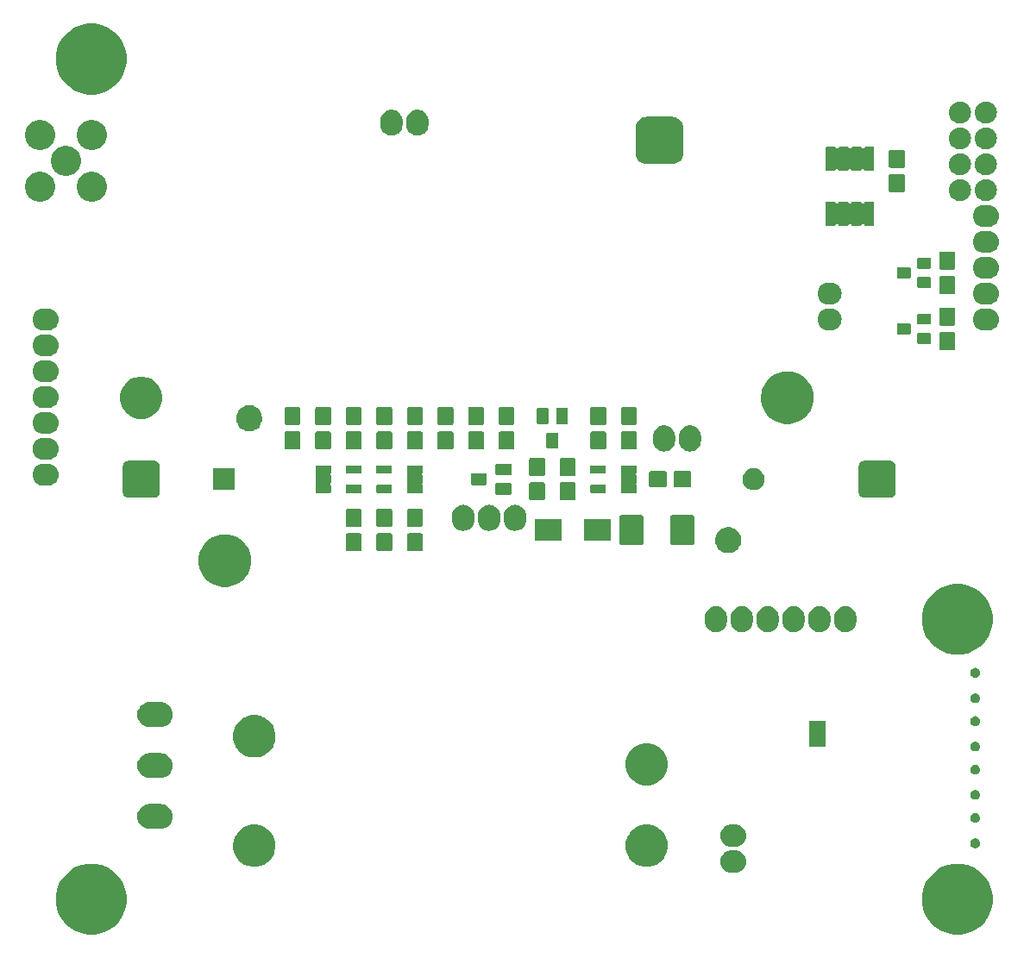
<source format=gbs>
G04 #@! TF.GenerationSoftware,KiCad,Pcbnew,5.0.2+dfsg1-1~bpo9+1*
G04 #@! TF.CreationDate,2019-05-09T23:15:53+03:00*
G04 #@! TF.ProjectId,esp32-rfm-gateway,65737033-322d-4726-966d-2d6761746577,rev?*
G04 #@! TF.SameCoordinates,Original*
G04 #@! TF.FileFunction,Soldermask,Bot*
G04 #@! TF.FilePolarity,Negative*
%FSLAX46Y46*%
G04 Gerber Fmt 4.6, Leading zero omitted, Abs format (unit mm)*
G04 Created by KiCad (PCBNEW 5.0.2+dfsg1-1~bpo9+1) date Jo 09 mai 2019 23:15:53 +0300*
%MOMM*%
%LPD*%
G01*
G04 APERTURE LIST*
%ADD10C,0.100000*%
G04 APERTURE END LIST*
D10*
G36*
X129765077Y-128403734D02*
X130398398Y-128666064D01*
X130968369Y-129046906D01*
X131453094Y-129531631D01*
X131833936Y-130101602D01*
X132096266Y-130734923D01*
X132230000Y-131407248D01*
X132230000Y-132092752D01*
X132096266Y-132765077D01*
X131833936Y-133398398D01*
X131453094Y-133968369D01*
X130968369Y-134453094D01*
X130398398Y-134833936D01*
X129765077Y-135096266D01*
X129092752Y-135230000D01*
X128407248Y-135230000D01*
X127734923Y-135096266D01*
X127101602Y-134833936D01*
X126531631Y-134453094D01*
X126046906Y-133968369D01*
X125666064Y-133398398D01*
X125403734Y-132765077D01*
X125270000Y-132092752D01*
X125270000Y-131407248D01*
X125403734Y-130734923D01*
X125666064Y-130101602D01*
X126046906Y-129531631D01*
X126531631Y-129046906D01*
X127101602Y-128666064D01*
X127734923Y-128403734D01*
X128407248Y-128270000D01*
X129092752Y-128270000D01*
X129765077Y-128403734D01*
X129765077Y-128403734D01*
G37*
G36*
X44765077Y-128403734D02*
X45398398Y-128666064D01*
X45968369Y-129046906D01*
X46453094Y-129531631D01*
X46833936Y-130101602D01*
X47096266Y-130734923D01*
X47230000Y-131407248D01*
X47230000Y-132092752D01*
X47096266Y-132765077D01*
X46833936Y-133398398D01*
X46453094Y-133968369D01*
X45968369Y-134453094D01*
X45398398Y-134833936D01*
X44765077Y-135096266D01*
X44092752Y-135230000D01*
X43407248Y-135230000D01*
X42734923Y-135096266D01*
X42101602Y-134833936D01*
X41531631Y-134453094D01*
X41046906Y-133968369D01*
X40666064Y-133398398D01*
X40403734Y-132765077D01*
X40270000Y-132092752D01*
X40270000Y-131407248D01*
X40403734Y-130734923D01*
X40666064Y-130101602D01*
X41046906Y-129531631D01*
X41531631Y-129046906D01*
X42101602Y-128666064D01*
X42734923Y-128403734D01*
X43407248Y-128270000D01*
X44092752Y-128270000D01*
X44765077Y-128403734D01*
X44765077Y-128403734D01*
G37*
G36*
X107161713Y-126975626D02*
X107161716Y-126975627D01*
X107161717Y-126975627D01*
X107245786Y-127001129D01*
X107365299Y-127037383D01*
X107552921Y-127137669D01*
X107717371Y-127272629D01*
X107852331Y-127437079D01*
X107952617Y-127624701D01*
X108014374Y-127828287D01*
X108035226Y-128040000D01*
X108014374Y-128251713D01*
X107952617Y-128455299D01*
X107852331Y-128642921D01*
X107717371Y-128807371D01*
X107552921Y-128942331D01*
X107365299Y-129042617D01*
X107351153Y-129046908D01*
X107161717Y-129104373D01*
X107161716Y-129104373D01*
X107161713Y-129104374D01*
X107003056Y-129120000D01*
X106496944Y-129120000D01*
X106338287Y-129104374D01*
X106338284Y-129104373D01*
X106338283Y-129104373D01*
X106148847Y-129046908D01*
X106134701Y-129042617D01*
X105947079Y-128942331D01*
X105782629Y-128807371D01*
X105647669Y-128642921D01*
X105547383Y-128455299D01*
X105485626Y-128251713D01*
X105464774Y-128040000D01*
X105485626Y-127828287D01*
X105547383Y-127624701D01*
X105647669Y-127437079D01*
X105782629Y-127272629D01*
X105947079Y-127137669D01*
X106134701Y-127037383D01*
X106254214Y-127001129D01*
X106338283Y-126975627D01*
X106338284Y-126975627D01*
X106338287Y-126975626D01*
X106496944Y-126960000D01*
X107003056Y-126960000D01*
X107161713Y-126975626D01*
X107161713Y-126975626D01*
G37*
G36*
X98856710Y-124499932D02*
X98856711Y-124499932D01*
X98856714Y-124499933D01*
X99225418Y-124652656D01*
X99235251Y-124656729D01*
X99575921Y-124884357D01*
X99865643Y-125174079D01*
X99941954Y-125288287D01*
X100093272Y-125514751D01*
X100250067Y-125893286D01*
X100250068Y-125893289D01*
X100250068Y-125893290D01*
X100291766Y-126102919D01*
X100330000Y-126295138D01*
X100330000Y-126704862D01*
X100250067Y-127106714D01*
X100181342Y-127272629D01*
X100093271Y-127485251D01*
X99865643Y-127825921D01*
X99575921Y-128115643D01*
X99235251Y-128343271D01*
X99235250Y-128343272D01*
X99235249Y-128343272D01*
X98856714Y-128500067D01*
X98856711Y-128500068D01*
X98856710Y-128500068D01*
X98454864Y-128580000D01*
X98045136Y-128580000D01*
X97643290Y-128500068D01*
X97643289Y-128500068D01*
X97643286Y-128500067D01*
X97264751Y-128343272D01*
X97264750Y-128343272D01*
X97264749Y-128343271D01*
X96924079Y-128115643D01*
X96634357Y-127825921D01*
X96406729Y-127485251D01*
X96318658Y-127272629D01*
X96249933Y-127106714D01*
X96170000Y-126704862D01*
X96170000Y-126295138D01*
X96208235Y-126102919D01*
X96249932Y-125893290D01*
X96249932Y-125893289D01*
X96249933Y-125893286D01*
X96406728Y-125514751D01*
X96558046Y-125288287D01*
X96634357Y-125174079D01*
X96924079Y-124884357D01*
X97264749Y-124656729D01*
X97274582Y-124652656D01*
X97643286Y-124499933D01*
X97643289Y-124499932D01*
X97643290Y-124499932D01*
X98045136Y-124420000D01*
X98454864Y-124420000D01*
X98856710Y-124499932D01*
X98856710Y-124499932D01*
G37*
G36*
X60356710Y-124499932D02*
X60356711Y-124499932D01*
X60356714Y-124499933D01*
X60725418Y-124652656D01*
X60735251Y-124656729D01*
X61075921Y-124884357D01*
X61365643Y-125174079D01*
X61441954Y-125288287D01*
X61593272Y-125514751D01*
X61750067Y-125893286D01*
X61750068Y-125893289D01*
X61750068Y-125893290D01*
X61791766Y-126102919D01*
X61830000Y-126295138D01*
X61830000Y-126704862D01*
X61750067Y-127106714D01*
X61681342Y-127272629D01*
X61593271Y-127485251D01*
X61365643Y-127825921D01*
X61075921Y-128115643D01*
X60735251Y-128343271D01*
X60735250Y-128343272D01*
X60735249Y-128343272D01*
X60356714Y-128500067D01*
X60356711Y-128500068D01*
X60356710Y-128500068D01*
X59954864Y-128580000D01*
X59545136Y-128580000D01*
X59143290Y-128500068D01*
X59143289Y-128500068D01*
X59143286Y-128500067D01*
X58764751Y-128343272D01*
X58764750Y-128343272D01*
X58764749Y-128343271D01*
X58424079Y-128115643D01*
X58134357Y-127825921D01*
X57906729Y-127485251D01*
X57818658Y-127272629D01*
X57749933Y-127106714D01*
X57670000Y-126704862D01*
X57670000Y-126295138D01*
X57708235Y-126102919D01*
X57749932Y-125893290D01*
X57749932Y-125893289D01*
X57749933Y-125893286D01*
X57906728Y-125514751D01*
X58058046Y-125288287D01*
X58134357Y-125174079D01*
X58424079Y-124884357D01*
X58764749Y-124656729D01*
X58774582Y-124652656D01*
X59143286Y-124499933D01*
X59143289Y-124499932D01*
X59143290Y-124499932D01*
X59545136Y-124420000D01*
X59954864Y-124420000D01*
X60356710Y-124499932D01*
X60356710Y-124499932D01*
G37*
G36*
X130640011Y-125788446D02*
X130727365Y-125824629D01*
X130805982Y-125877159D01*
X130872841Y-125944018D01*
X130925371Y-126022635D01*
X130961554Y-126109989D01*
X130980000Y-126202724D01*
X130980000Y-126297276D01*
X130961554Y-126390011D01*
X130925371Y-126477365D01*
X130872841Y-126555982D01*
X130805982Y-126622841D01*
X130727365Y-126675371D01*
X130640011Y-126711554D01*
X130547276Y-126730000D01*
X130452724Y-126730000D01*
X130359989Y-126711554D01*
X130272635Y-126675371D01*
X130194018Y-126622841D01*
X130127159Y-126555982D01*
X130074629Y-126477365D01*
X130038446Y-126390011D01*
X130020000Y-126297276D01*
X130020000Y-126202724D01*
X130038446Y-126109989D01*
X130074629Y-126022635D01*
X130127159Y-125944018D01*
X130194018Y-125877159D01*
X130272635Y-125824629D01*
X130359989Y-125788446D01*
X130452724Y-125770000D01*
X130547276Y-125770000D01*
X130640011Y-125788446D01*
X130640011Y-125788446D01*
G37*
G36*
X107161713Y-124435626D02*
X107161716Y-124435627D01*
X107161717Y-124435627D01*
X107245786Y-124461129D01*
X107365299Y-124497383D01*
X107552921Y-124597669D01*
X107717371Y-124732629D01*
X107852331Y-124897079D01*
X107952617Y-125084701D01*
X108014374Y-125288287D01*
X108035226Y-125500000D01*
X108014374Y-125711713D01*
X107952617Y-125915299D01*
X107852331Y-126102921D01*
X107717371Y-126267371D01*
X107552921Y-126402331D01*
X107365299Y-126502617D01*
X107245786Y-126538871D01*
X107161717Y-126564373D01*
X107161716Y-126564373D01*
X107161713Y-126564374D01*
X107003056Y-126580000D01*
X106496944Y-126580000D01*
X106338287Y-126564374D01*
X106338284Y-126564373D01*
X106338283Y-126564373D01*
X106254214Y-126538871D01*
X106134701Y-126502617D01*
X105947079Y-126402331D01*
X105782629Y-126267371D01*
X105647669Y-126102921D01*
X105547383Y-125915299D01*
X105485626Y-125711713D01*
X105464774Y-125500000D01*
X105485626Y-125288287D01*
X105547383Y-125084701D01*
X105647669Y-124897079D01*
X105782629Y-124732629D01*
X105947079Y-124597669D01*
X106134701Y-124497383D01*
X106254214Y-124461129D01*
X106338283Y-124435627D01*
X106338284Y-124435627D01*
X106338287Y-124435626D01*
X106496944Y-124420000D01*
X107003056Y-124420000D01*
X107161713Y-124435626D01*
X107161713Y-124435626D01*
G37*
G36*
X50741123Y-122412797D02*
X50972978Y-122483130D01*
X51186655Y-122597342D01*
X51186656Y-122597343D01*
X51186658Y-122597344D01*
X51373949Y-122751051D01*
X51527658Y-122938345D01*
X51641870Y-123152022D01*
X51712203Y-123383877D01*
X51735952Y-123625000D01*
X51712203Y-123866123D01*
X51641870Y-124097978D01*
X51628581Y-124122841D01*
X51527656Y-124311658D01*
X51373949Y-124498949D01*
X51186658Y-124652656D01*
X51186656Y-124652657D01*
X51186655Y-124652658D01*
X50972978Y-124766870D01*
X50741123Y-124837203D01*
X50560428Y-124855000D01*
X49439572Y-124855000D01*
X49258877Y-124837203D01*
X49027022Y-124766870D01*
X48813345Y-124652658D01*
X48813344Y-124652657D01*
X48813342Y-124652656D01*
X48626051Y-124498949D01*
X48472344Y-124311658D01*
X48371420Y-124122841D01*
X48358130Y-124097978D01*
X48287797Y-123866123D01*
X48264048Y-123625000D01*
X48287797Y-123383877D01*
X48358130Y-123152022D01*
X48472342Y-122938345D01*
X48626051Y-122751051D01*
X48813342Y-122597344D01*
X48813344Y-122597343D01*
X48813345Y-122597342D01*
X49027022Y-122483130D01*
X49258877Y-122412797D01*
X49439572Y-122395000D01*
X50560428Y-122395000D01*
X50741123Y-122412797D01*
X50741123Y-122412797D01*
G37*
G36*
X130640011Y-123288446D02*
X130727365Y-123324629D01*
X130805982Y-123377159D01*
X130872841Y-123444018D01*
X130925371Y-123522635D01*
X130961554Y-123609989D01*
X130980000Y-123702724D01*
X130980000Y-123797276D01*
X130961554Y-123890011D01*
X130925371Y-123977365D01*
X130872841Y-124055982D01*
X130805982Y-124122841D01*
X130727365Y-124175371D01*
X130640011Y-124211554D01*
X130547276Y-124230000D01*
X130452724Y-124230000D01*
X130359989Y-124211554D01*
X130272635Y-124175371D01*
X130194018Y-124122841D01*
X130127159Y-124055982D01*
X130074629Y-123977365D01*
X130038446Y-123890011D01*
X130020000Y-123797276D01*
X130020000Y-123702724D01*
X130038446Y-123609989D01*
X130074629Y-123522635D01*
X130127159Y-123444018D01*
X130194018Y-123377159D01*
X130272635Y-123324629D01*
X130359989Y-123288446D01*
X130452724Y-123270000D01*
X130547276Y-123270000D01*
X130640011Y-123288446D01*
X130640011Y-123288446D01*
G37*
G36*
X130640011Y-121038446D02*
X130727365Y-121074629D01*
X130805982Y-121127159D01*
X130872841Y-121194018D01*
X130925371Y-121272635D01*
X130961554Y-121359989D01*
X130980000Y-121452724D01*
X130980000Y-121547276D01*
X130961554Y-121640011D01*
X130925371Y-121727365D01*
X130872841Y-121805982D01*
X130805982Y-121872841D01*
X130727365Y-121925371D01*
X130640011Y-121961554D01*
X130547276Y-121980000D01*
X130452724Y-121980000D01*
X130359989Y-121961554D01*
X130272635Y-121925371D01*
X130194018Y-121872841D01*
X130127159Y-121805982D01*
X130074629Y-121727365D01*
X130038446Y-121640011D01*
X130020000Y-121547276D01*
X130020000Y-121452724D01*
X130038446Y-121359989D01*
X130074629Y-121272635D01*
X130127159Y-121194018D01*
X130194018Y-121127159D01*
X130272635Y-121074629D01*
X130359989Y-121038446D01*
X130452724Y-121020000D01*
X130547276Y-121020000D01*
X130640011Y-121038446D01*
X130640011Y-121038446D01*
G37*
G36*
X98856710Y-116499932D02*
X98856711Y-116499932D01*
X98856714Y-116499933D01*
X99235249Y-116656728D01*
X99235251Y-116656729D01*
X99575921Y-116884357D01*
X99865643Y-117174079D01*
X100013257Y-117395000D01*
X100093272Y-117514751D01*
X100250067Y-117893286D01*
X100250068Y-117893289D01*
X100250068Y-117893290D01*
X100330000Y-118295136D01*
X100330000Y-118704864D01*
X100261890Y-119047276D01*
X100250067Y-119106714D01*
X100167527Y-119305982D01*
X100093271Y-119485251D01*
X99865643Y-119825921D01*
X99575921Y-120115643D01*
X99235251Y-120343271D01*
X99235250Y-120343272D01*
X99235249Y-120343272D01*
X98856714Y-120500067D01*
X98856711Y-120500068D01*
X98856710Y-120500068D01*
X98454864Y-120580000D01*
X98045136Y-120580000D01*
X97643290Y-120500068D01*
X97643289Y-120500068D01*
X97643286Y-120500067D01*
X97264751Y-120343272D01*
X97264750Y-120343272D01*
X97264749Y-120343271D01*
X96924079Y-120115643D01*
X96634357Y-119825921D01*
X96406729Y-119485251D01*
X96332473Y-119305982D01*
X96249933Y-119106714D01*
X96238110Y-119047276D01*
X96170000Y-118704864D01*
X96170000Y-118295136D01*
X96249932Y-117893290D01*
X96249932Y-117893289D01*
X96249933Y-117893286D01*
X96406728Y-117514751D01*
X96486743Y-117395000D01*
X96634357Y-117174079D01*
X96924079Y-116884357D01*
X97264749Y-116656729D01*
X97264751Y-116656728D01*
X97643286Y-116499933D01*
X97643289Y-116499932D01*
X97643290Y-116499932D01*
X98045136Y-116420000D01*
X98454864Y-116420000D01*
X98856710Y-116499932D01*
X98856710Y-116499932D01*
G37*
G36*
X50741123Y-117412797D02*
X50972978Y-117483130D01*
X51186655Y-117597342D01*
X51186656Y-117597343D01*
X51186658Y-117597344D01*
X51372750Y-117750067D01*
X51373949Y-117751051D01*
X51527658Y-117938345D01*
X51641870Y-118152022D01*
X51712203Y-118383877D01*
X51735952Y-118625000D01*
X51712203Y-118866123D01*
X51641870Y-119097978D01*
X51530691Y-119305981D01*
X51527656Y-119311658D01*
X51373949Y-119498949D01*
X51186658Y-119652656D01*
X51186656Y-119652657D01*
X51186655Y-119652658D01*
X50972978Y-119766870D01*
X50741123Y-119837203D01*
X50560428Y-119855000D01*
X49439572Y-119855000D01*
X49258877Y-119837203D01*
X49027022Y-119766870D01*
X48813345Y-119652658D01*
X48813344Y-119652657D01*
X48813342Y-119652656D01*
X48626051Y-119498949D01*
X48472344Y-119311658D01*
X48469310Y-119305981D01*
X48358130Y-119097978D01*
X48287797Y-118866123D01*
X48264048Y-118625000D01*
X48287797Y-118383877D01*
X48358130Y-118152022D01*
X48472342Y-117938345D01*
X48626051Y-117751051D01*
X48627250Y-117750067D01*
X48813342Y-117597344D01*
X48813344Y-117597343D01*
X48813345Y-117597342D01*
X49027022Y-117483130D01*
X49258877Y-117412797D01*
X49439572Y-117395000D01*
X50560428Y-117395000D01*
X50741123Y-117412797D01*
X50741123Y-117412797D01*
G37*
G36*
X130640011Y-118538446D02*
X130727365Y-118574629D01*
X130805982Y-118627159D01*
X130872841Y-118694018D01*
X130925371Y-118772635D01*
X130961554Y-118859989D01*
X130980000Y-118952724D01*
X130980000Y-119047276D01*
X130961554Y-119140011D01*
X130925371Y-119227365D01*
X130872841Y-119305982D01*
X130805982Y-119372841D01*
X130727365Y-119425371D01*
X130640011Y-119461554D01*
X130547276Y-119480000D01*
X130452724Y-119480000D01*
X130359989Y-119461554D01*
X130272635Y-119425371D01*
X130194018Y-119372841D01*
X130127159Y-119305982D01*
X130074629Y-119227365D01*
X130038446Y-119140011D01*
X130020000Y-119047276D01*
X130020000Y-118952724D01*
X130038446Y-118859989D01*
X130074629Y-118772635D01*
X130127159Y-118694018D01*
X130194018Y-118627159D01*
X130272635Y-118574629D01*
X130359989Y-118538446D01*
X130452724Y-118520000D01*
X130547276Y-118520000D01*
X130640011Y-118538446D01*
X130640011Y-118538446D01*
G37*
G36*
X60356710Y-113749932D02*
X60356711Y-113749932D01*
X60356714Y-113749933D01*
X60637220Y-113866123D01*
X60735251Y-113906729D01*
X61075921Y-114134357D01*
X61365643Y-114424079D01*
X61593271Y-114764749D01*
X61593272Y-114764751D01*
X61750067Y-115143286D01*
X61750068Y-115143289D01*
X61750068Y-115143290D01*
X61830000Y-115545136D01*
X61830000Y-115954864D01*
X61756449Y-116324629D01*
X61750067Y-116356714D01*
X61625796Y-116656729D01*
X61593271Y-116735251D01*
X61365643Y-117075921D01*
X61075921Y-117365643D01*
X60735251Y-117593271D01*
X60735250Y-117593272D01*
X60735249Y-117593272D01*
X60356714Y-117750067D01*
X60356711Y-117750068D01*
X60356710Y-117750068D01*
X59954864Y-117830000D01*
X59545136Y-117830000D01*
X59143290Y-117750068D01*
X59143289Y-117750068D01*
X59143286Y-117750067D01*
X58764751Y-117593272D01*
X58764750Y-117593272D01*
X58764749Y-117593271D01*
X58424079Y-117365643D01*
X58134357Y-117075921D01*
X57906729Y-116735251D01*
X57874204Y-116656729D01*
X57749933Y-116356714D01*
X57743551Y-116324629D01*
X57670000Y-115954864D01*
X57670000Y-115545136D01*
X57749932Y-115143290D01*
X57749932Y-115143289D01*
X57749933Y-115143286D01*
X57906728Y-114764751D01*
X57906729Y-114764749D01*
X58134357Y-114424079D01*
X58424079Y-114134357D01*
X58764749Y-113906729D01*
X58862780Y-113866123D01*
X59143286Y-113749933D01*
X59143289Y-113749932D01*
X59143290Y-113749932D01*
X59545136Y-113670000D01*
X59954864Y-113670000D01*
X60356710Y-113749932D01*
X60356710Y-113749932D01*
G37*
G36*
X130640011Y-116288446D02*
X130727365Y-116324629D01*
X130805982Y-116377159D01*
X130872841Y-116444018D01*
X130925371Y-116522635D01*
X130961554Y-116609989D01*
X130980000Y-116702724D01*
X130980000Y-116797276D01*
X130961554Y-116890011D01*
X130925371Y-116977365D01*
X130872841Y-117055982D01*
X130805982Y-117122841D01*
X130727365Y-117175371D01*
X130640011Y-117211554D01*
X130547276Y-117230000D01*
X130452724Y-117230000D01*
X130359989Y-117211554D01*
X130272635Y-117175371D01*
X130194018Y-117122841D01*
X130127159Y-117055982D01*
X130074629Y-116977365D01*
X130038446Y-116890011D01*
X130020000Y-116797276D01*
X130020000Y-116702724D01*
X130038446Y-116609989D01*
X130074629Y-116522635D01*
X130127159Y-116444018D01*
X130194018Y-116377159D01*
X130272635Y-116324629D01*
X130359989Y-116288446D01*
X130452724Y-116270000D01*
X130547276Y-116270000D01*
X130640011Y-116288446D01*
X130640011Y-116288446D01*
G37*
G36*
X115816954Y-114221137D02*
X115819803Y-114222002D01*
X115822416Y-114223399D01*
X115824715Y-114225285D01*
X115826601Y-114227584D01*
X115827998Y-114230197D01*
X115828863Y-114233046D01*
X115830000Y-114244594D01*
X115830000Y-116755406D01*
X115828863Y-116766954D01*
X115827998Y-116769803D01*
X115826601Y-116772416D01*
X115824715Y-116774715D01*
X115822416Y-116776601D01*
X115819803Y-116777998D01*
X115816954Y-116778863D01*
X115805406Y-116780000D01*
X114194594Y-116780000D01*
X114183046Y-116778863D01*
X114180197Y-116777998D01*
X114177584Y-116776601D01*
X114175285Y-116774715D01*
X114173399Y-116772416D01*
X114172002Y-116769803D01*
X114171137Y-116766954D01*
X114170000Y-116755406D01*
X114170000Y-114244594D01*
X114171137Y-114233046D01*
X114172002Y-114230197D01*
X114173399Y-114227584D01*
X114175285Y-114225285D01*
X114177584Y-114223399D01*
X114180197Y-114222002D01*
X114183046Y-114221137D01*
X114194594Y-114220000D01*
X115805406Y-114220000D01*
X115816954Y-114221137D01*
X115816954Y-114221137D01*
G37*
G36*
X50741123Y-112412797D02*
X50972978Y-112483130D01*
X51186655Y-112597342D01*
X51186656Y-112597343D01*
X51186658Y-112597344D01*
X51373949Y-112751051D01*
X51527658Y-112938345D01*
X51641870Y-113152022D01*
X51712203Y-113383877D01*
X51735952Y-113625000D01*
X51712203Y-113866123D01*
X51641870Y-114097978D01*
X51535344Y-114297276D01*
X51527656Y-114311658D01*
X51373949Y-114498949D01*
X51186658Y-114652656D01*
X51186656Y-114652657D01*
X51186655Y-114652658D01*
X50972978Y-114766870D01*
X50741123Y-114837203D01*
X50560428Y-114855000D01*
X49439572Y-114855000D01*
X49258877Y-114837203D01*
X49027022Y-114766870D01*
X48813345Y-114652658D01*
X48813344Y-114652657D01*
X48813342Y-114652656D01*
X48626051Y-114498949D01*
X48472344Y-114311658D01*
X48464657Y-114297276D01*
X48358130Y-114097978D01*
X48287797Y-113866123D01*
X48264048Y-113625000D01*
X48287797Y-113383877D01*
X48358130Y-113152022D01*
X48472342Y-112938345D01*
X48626051Y-112751051D01*
X48813342Y-112597344D01*
X48813344Y-112597343D01*
X48813345Y-112597342D01*
X49027022Y-112483130D01*
X49258877Y-112412797D01*
X49439572Y-112395000D01*
X50560428Y-112395000D01*
X50741123Y-112412797D01*
X50741123Y-112412797D01*
G37*
G36*
X130640011Y-113788446D02*
X130727365Y-113824629D01*
X130805982Y-113877159D01*
X130872841Y-113944018D01*
X130925371Y-114022635D01*
X130961554Y-114109989D01*
X130980000Y-114202724D01*
X130980000Y-114297276D01*
X130961554Y-114390011D01*
X130925371Y-114477365D01*
X130872841Y-114555982D01*
X130805982Y-114622841D01*
X130727365Y-114675371D01*
X130640011Y-114711554D01*
X130547276Y-114730000D01*
X130452724Y-114730000D01*
X130359989Y-114711554D01*
X130272635Y-114675371D01*
X130194018Y-114622841D01*
X130127159Y-114555982D01*
X130074629Y-114477365D01*
X130038446Y-114390011D01*
X130020000Y-114297276D01*
X130020000Y-114202724D01*
X130038446Y-114109989D01*
X130074629Y-114022635D01*
X130127159Y-113944018D01*
X130194018Y-113877159D01*
X130272635Y-113824629D01*
X130359989Y-113788446D01*
X130452724Y-113770000D01*
X130547276Y-113770000D01*
X130640011Y-113788446D01*
X130640011Y-113788446D01*
G37*
G36*
X130640011Y-111538446D02*
X130727365Y-111574629D01*
X130805982Y-111627159D01*
X130872841Y-111694018D01*
X130925371Y-111772635D01*
X130961554Y-111859989D01*
X130980000Y-111952724D01*
X130980000Y-112047276D01*
X130961554Y-112140011D01*
X130925371Y-112227365D01*
X130872841Y-112305982D01*
X130805982Y-112372841D01*
X130727365Y-112425371D01*
X130640011Y-112461554D01*
X130547276Y-112480000D01*
X130452724Y-112480000D01*
X130359989Y-112461554D01*
X130272635Y-112425371D01*
X130194018Y-112372841D01*
X130127159Y-112305982D01*
X130074629Y-112227365D01*
X130038446Y-112140011D01*
X130020000Y-112047276D01*
X130020000Y-111952724D01*
X130038446Y-111859989D01*
X130074629Y-111772635D01*
X130127159Y-111694018D01*
X130194018Y-111627159D01*
X130272635Y-111574629D01*
X130359989Y-111538446D01*
X130452724Y-111520000D01*
X130547276Y-111520000D01*
X130640011Y-111538446D01*
X130640011Y-111538446D01*
G37*
G36*
X130640011Y-109038446D02*
X130727365Y-109074629D01*
X130805982Y-109127159D01*
X130872841Y-109194018D01*
X130925371Y-109272635D01*
X130961554Y-109359989D01*
X130980000Y-109452724D01*
X130980000Y-109547276D01*
X130961554Y-109640011D01*
X130925371Y-109727365D01*
X130872841Y-109805982D01*
X130805982Y-109872841D01*
X130727365Y-109925371D01*
X130640011Y-109961554D01*
X130547276Y-109980000D01*
X130452724Y-109980000D01*
X130359989Y-109961554D01*
X130272635Y-109925371D01*
X130194018Y-109872841D01*
X130127159Y-109805982D01*
X130074629Y-109727365D01*
X130038446Y-109640011D01*
X130020000Y-109547276D01*
X130020000Y-109452724D01*
X130038446Y-109359989D01*
X130074629Y-109272635D01*
X130127159Y-109194018D01*
X130194018Y-109127159D01*
X130272635Y-109074629D01*
X130359989Y-109038446D01*
X130452724Y-109020000D01*
X130547276Y-109020000D01*
X130640011Y-109038446D01*
X130640011Y-109038446D01*
G37*
G36*
X129765077Y-100903734D02*
X130398398Y-101166064D01*
X130968369Y-101546906D01*
X131453094Y-102031631D01*
X131833936Y-102601602D01*
X132096266Y-103234923D01*
X132230000Y-103907248D01*
X132230000Y-104592752D01*
X132096266Y-105265077D01*
X131833936Y-105898398D01*
X131453094Y-106468369D01*
X130968369Y-106953094D01*
X130398398Y-107333936D01*
X129765077Y-107596266D01*
X129092752Y-107730000D01*
X128407248Y-107730000D01*
X127734923Y-107596266D01*
X127101602Y-107333936D01*
X126531631Y-106953094D01*
X126046906Y-106468369D01*
X125666064Y-105898398D01*
X125403734Y-105265077D01*
X125270000Y-104592752D01*
X125270000Y-103907248D01*
X125403734Y-103234923D01*
X125666064Y-102601602D01*
X126046906Y-102031631D01*
X126531631Y-101546906D01*
X127101602Y-101166064D01*
X127734923Y-100903734D01*
X128407248Y-100770000D01*
X129092752Y-100770000D01*
X129765077Y-100903734D01*
X129765077Y-100903734D01*
G37*
G36*
X117961713Y-102985626D02*
X117961716Y-102985627D01*
X117961717Y-102985627D01*
X118045786Y-103011129D01*
X118165299Y-103047383D01*
X118352921Y-103147669D01*
X118517371Y-103282629D01*
X118652332Y-103447081D01*
X118752616Y-103634699D01*
X118752617Y-103634703D01*
X118814373Y-103838283D01*
X118814374Y-103838288D01*
X118830000Y-103996945D01*
X118830000Y-104503056D01*
X118814374Y-104661713D01*
X118752617Y-104865299D01*
X118652331Y-105052921D01*
X118517371Y-105217371D01*
X118417567Y-105299277D01*
X118352919Y-105352332D01*
X118215440Y-105425815D01*
X118165298Y-105452617D01*
X118045785Y-105488871D01*
X117961716Y-105514373D01*
X117961715Y-105514373D01*
X117961712Y-105514374D01*
X117750000Y-105535226D01*
X117538287Y-105514374D01*
X117538284Y-105514373D01*
X117538283Y-105514373D01*
X117454214Y-105488871D01*
X117334701Y-105452617D01*
X117147079Y-105352331D01*
X116982629Y-105217371D01*
X116900723Y-105117567D01*
X116847668Y-105052919D01*
X116747384Y-104865299D01*
X116747383Y-104865298D01*
X116711129Y-104745785D01*
X116685627Y-104661716D01*
X116685627Y-104661715D01*
X116685626Y-104661712D01*
X116670000Y-104503055D01*
X116670000Y-103996944D01*
X116685626Y-103838287D01*
X116747383Y-103634701D01*
X116847670Y-103447079D01*
X116982630Y-103282629D01*
X117147080Y-103147669D01*
X117334702Y-103047383D01*
X117454215Y-103011129D01*
X117538284Y-102985627D01*
X117538285Y-102985627D01*
X117538288Y-102985626D01*
X117750000Y-102964774D01*
X117961713Y-102985626D01*
X117961713Y-102985626D01*
G37*
G36*
X110341713Y-102985626D02*
X110341716Y-102985627D01*
X110341717Y-102985627D01*
X110425786Y-103011129D01*
X110545299Y-103047383D01*
X110732921Y-103147669D01*
X110897371Y-103282629D01*
X111032332Y-103447081D01*
X111132616Y-103634699D01*
X111132617Y-103634703D01*
X111194373Y-103838283D01*
X111194374Y-103838288D01*
X111210000Y-103996945D01*
X111210000Y-104503056D01*
X111194374Y-104661713D01*
X111132617Y-104865299D01*
X111032331Y-105052921D01*
X110897371Y-105217371D01*
X110797567Y-105299277D01*
X110732919Y-105352332D01*
X110595440Y-105425815D01*
X110545298Y-105452617D01*
X110425785Y-105488871D01*
X110341716Y-105514373D01*
X110341715Y-105514373D01*
X110341712Y-105514374D01*
X110130000Y-105535226D01*
X109918287Y-105514374D01*
X109918284Y-105514373D01*
X109918283Y-105514373D01*
X109834214Y-105488871D01*
X109714701Y-105452617D01*
X109527079Y-105352331D01*
X109362629Y-105217371D01*
X109280723Y-105117567D01*
X109227668Y-105052919D01*
X109127384Y-104865299D01*
X109127383Y-104865298D01*
X109091129Y-104745785D01*
X109065627Y-104661716D01*
X109065627Y-104661715D01*
X109065626Y-104661712D01*
X109050000Y-104503055D01*
X109050000Y-103996944D01*
X109065626Y-103838287D01*
X109127383Y-103634701D01*
X109227670Y-103447079D01*
X109362630Y-103282629D01*
X109527080Y-103147669D01*
X109714702Y-103047383D01*
X109834215Y-103011129D01*
X109918284Y-102985627D01*
X109918285Y-102985627D01*
X109918288Y-102985626D01*
X110130000Y-102964774D01*
X110341713Y-102985626D01*
X110341713Y-102985626D01*
G37*
G36*
X107801713Y-102985626D02*
X107801716Y-102985627D01*
X107801717Y-102985627D01*
X107885786Y-103011129D01*
X108005299Y-103047383D01*
X108192921Y-103147669D01*
X108357371Y-103282629D01*
X108492332Y-103447081D01*
X108592616Y-103634699D01*
X108592617Y-103634703D01*
X108654373Y-103838283D01*
X108654374Y-103838288D01*
X108670000Y-103996945D01*
X108670000Y-104503056D01*
X108654374Y-104661713D01*
X108592617Y-104865299D01*
X108492331Y-105052921D01*
X108357371Y-105217371D01*
X108257567Y-105299277D01*
X108192919Y-105352332D01*
X108055440Y-105425815D01*
X108005298Y-105452617D01*
X107885785Y-105488871D01*
X107801716Y-105514373D01*
X107801715Y-105514373D01*
X107801712Y-105514374D01*
X107590000Y-105535226D01*
X107378287Y-105514374D01*
X107378284Y-105514373D01*
X107378283Y-105514373D01*
X107294214Y-105488871D01*
X107174701Y-105452617D01*
X106987079Y-105352331D01*
X106822629Y-105217371D01*
X106740723Y-105117567D01*
X106687668Y-105052919D01*
X106587384Y-104865299D01*
X106587383Y-104865298D01*
X106551129Y-104745785D01*
X106525627Y-104661716D01*
X106525627Y-104661715D01*
X106525626Y-104661712D01*
X106510000Y-104503055D01*
X106510000Y-103996944D01*
X106525626Y-103838287D01*
X106587383Y-103634701D01*
X106687670Y-103447079D01*
X106822630Y-103282629D01*
X106987080Y-103147669D01*
X107174702Y-103047383D01*
X107294215Y-103011129D01*
X107378284Y-102985627D01*
X107378285Y-102985627D01*
X107378288Y-102985626D01*
X107590000Y-102964774D01*
X107801713Y-102985626D01*
X107801713Y-102985626D01*
G37*
G36*
X105261713Y-102985626D02*
X105261716Y-102985627D01*
X105261717Y-102985627D01*
X105345786Y-103011129D01*
X105465299Y-103047383D01*
X105652921Y-103147669D01*
X105817371Y-103282629D01*
X105952332Y-103447081D01*
X106052616Y-103634699D01*
X106052617Y-103634703D01*
X106114373Y-103838283D01*
X106114374Y-103838288D01*
X106130000Y-103996945D01*
X106130000Y-104503056D01*
X106114374Y-104661713D01*
X106052617Y-104865299D01*
X105952331Y-105052921D01*
X105817371Y-105217371D01*
X105717567Y-105299277D01*
X105652919Y-105352332D01*
X105515440Y-105425815D01*
X105465298Y-105452617D01*
X105345785Y-105488871D01*
X105261716Y-105514373D01*
X105261715Y-105514373D01*
X105261712Y-105514374D01*
X105050000Y-105535226D01*
X104838287Y-105514374D01*
X104838284Y-105514373D01*
X104838283Y-105514373D01*
X104754214Y-105488871D01*
X104634701Y-105452617D01*
X104447079Y-105352331D01*
X104282629Y-105217371D01*
X104200723Y-105117567D01*
X104147668Y-105052919D01*
X104047384Y-104865299D01*
X104047383Y-104865298D01*
X104011129Y-104745785D01*
X103985627Y-104661716D01*
X103985627Y-104661715D01*
X103985626Y-104661712D01*
X103970000Y-104503055D01*
X103970000Y-103996944D01*
X103985626Y-103838287D01*
X104047383Y-103634701D01*
X104147670Y-103447079D01*
X104282630Y-103282629D01*
X104447080Y-103147669D01*
X104634702Y-103047383D01*
X104754215Y-103011129D01*
X104838284Y-102985627D01*
X104838285Y-102985627D01*
X104838288Y-102985626D01*
X105050000Y-102964774D01*
X105261713Y-102985626D01*
X105261713Y-102985626D01*
G37*
G36*
X115421713Y-102985626D02*
X115421716Y-102985627D01*
X115421717Y-102985627D01*
X115505786Y-103011129D01*
X115625299Y-103047383D01*
X115812921Y-103147669D01*
X115977371Y-103282629D01*
X116112332Y-103447081D01*
X116212616Y-103634699D01*
X116212617Y-103634703D01*
X116274373Y-103838283D01*
X116274374Y-103838288D01*
X116290000Y-103996945D01*
X116290000Y-104503056D01*
X116274374Y-104661713D01*
X116212617Y-104865299D01*
X116112331Y-105052921D01*
X115977371Y-105217371D01*
X115877567Y-105299277D01*
X115812919Y-105352332D01*
X115675440Y-105425815D01*
X115625298Y-105452617D01*
X115505785Y-105488871D01*
X115421716Y-105514373D01*
X115421715Y-105514373D01*
X115421712Y-105514374D01*
X115210000Y-105535226D01*
X114998287Y-105514374D01*
X114998284Y-105514373D01*
X114998283Y-105514373D01*
X114914214Y-105488871D01*
X114794701Y-105452617D01*
X114607079Y-105352331D01*
X114442629Y-105217371D01*
X114360723Y-105117567D01*
X114307668Y-105052919D01*
X114207384Y-104865299D01*
X114207383Y-104865298D01*
X114171129Y-104745785D01*
X114145627Y-104661716D01*
X114145627Y-104661715D01*
X114145626Y-104661712D01*
X114130000Y-104503055D01*
X114130000Y-103996944D01*
X114145626Y-103838287D01*
X114207383Y-103634701D01*
X114307670Y-103447079D01*
X114442630Y-103282629D01*
X114607080Y-103147669D01*
X114794702Y-103047383D01*
X114914215Y-103011129D01*
X114998284Y-102985627D01*
X114998285Y-102985627D01*
X114998288Y-102985626D01*
X115210000Y-102964774D01*
X115421713Y-102985626D01*
X115421713Y-102985626D01*
G37*
G36*
X112881713Y-102985626D02*
X112881716Y-102985627D01*
X112881717Y-102985627D01*
X112965786Y-103011129D01*
X113085299Y-103047383D01*
X113272921Y-103147669D01*
X113437371Y-103282629D01*
X113572332Y-103447081D01*
X113672616Y-103634699D01*
X113672617Y-103634703D01*
X113734373Y-103838283D01*
X113734374Y-103838288D01*
X113750000Y-103996945D01*
X113750000Y-104503056D01*
X113734374Y-104661713D01*
X113672617Y-104865299D01*
X113572331Y-105052921D01*
X113437371Y-105217371D01*
X113337567Y-105299277D01*
X113272919Y-105352332D01*
X113135440Y-105425815D01*
X113085298Y-105452617D01*
X112965785Y-105488871D01*
X112881716Y-105514373D01*
X112881715Y-105514373D01*
X112881712Y-105514374D01*
X112670000Y-105535226D01*
X112458287Y-105514374D01*
X112458284Y-105514373D01*
X112458283Y-105514373D01*
X112374214Y-105488871D01*
X112254701Y-105452617D01*
X112067079Y-105352331D01*
X111902629Y-105217371D01*
X111820723Y-105117567D01*
X111767668Y-105052919D01*
X111667384Y-104865299D01*
X111667383Y-104865298D01*
X111631129Y-104745785D01*
X111605627Y-104661716D01*
X111605627Y-104661715D01*
X111605626Y-104661712D01*
X111590000Y-104503055D01*
X111590000Y-103996944D01*
X111605626Y-103838287D01*
X111667383Y-103634701D01*
X111767670Y-103447079D01*
X111902630Y-103282629D01*
X112067080Y-103147669D01*
X112254702Y-103047383D01*
X112374215Y-103011129D01*
X112458284Y-102985627D01*
X112458285Y-102985627D01*
X112458288Y-102985626D01*
X112670000Y-102964774D01*
X112881713Y-102985626D01*
X112881713Y-102985626D01*
G37*
G36*
X57233539Y-95943756D02*
X57612558Y-96019147D01*
X58082088Y-96213633D01*
X58504654Y-96495983D01*
X58864017Y-96855346D01*
X59146367Y-97277912D01*
X59340853Y-97747442D01*
X59440000Y-98245892D01*
X59440000Y-98754108D01*
X59340853Y-99252558D01*
X59146367Y-99722088D01*
X58864017Y-100144654D01*
X58504654Y-100504017D01*
X58082088Y-100786367D01*
X57612558Y-100980853D01*
X57313488Y-101040341D01*
X57114110Y-101080000D01*
X56605890Y-101080000D01*
X56406512Y-101040341D01*
X56107442Y-100980853D01*
X55637912Y-100786367D01*
X55215346Y-100504017D01*
X54855983Y-100144654D01*
X54573633Y-99722088D01*
X54379147Y-99252558D01*
X54280000Y-98754108D01*
X54280000Y-98245892D01*
X54379147Y-97747442D01*
X54573633Y-97277912D01*
X54855983Y-96855346D01*
X55215346Y-96495983D01*
X55637912Y-96213633D01*
X56107442Y-96019147D01*
X56486461Y-95943756D01*
X56605890Y-95920000D01*
X57114110Y-95920000D01*
X57233539Y-95943756D01*
X57233539Y-95943756D01*
G37*
G36*
X106623359Y-95249189D02*
X106623361Y-95249190D01*
X106623362Y-95249190D01*
X106856307Y-95345679D01*
X107065952Y-95485759D01*
X107244241Y-95664048D01*
X107384321Y-95873693D01*
X107480810Y-96106638D01*
X107480811Y-96106641D01*
X107530000Y-96353929D01*
X107530000Y-96606071D01*
X107492719Y-96793496D01*
X107480810Y-96853362D01*
X107384321Y-97086307D01*
X107244241Y-97295952D01*
X107065952Y-97474241D01*
X106856307Y-97614321D01*
X106623362Y-97710810D01*
X106623361Y-97710810D01*
X106623359Y-97710811D01*
X106376071Y-97760000D01*
X106123929Y-97760000D01*
X105876641Y-97710811D01*
X105876639Y-97710810D01*
X105876638Y-97710810D01*
X105643693Y-97614321D01*
X105434048Y-97474241D01*
X105255759Y-97295952D01*
X105115679Y-97086307D01*
X105019190Y-96853362D01*
X105007282Y-96793496D01*
X104970000Y-96606071D01*
X104970000Y-96353929D01*
X105019189Y-96106641D01*
X105019190Y-96106638D01*
X105115679Y-95873693D01*
X105255759Y-95664048D01*
X105434048Y-95485759D01*
X105643693Y-95345679D01*
X105876638Y-95249190D01*
X105876639Y-95249190D01*
X105876641Y-95249189D01*
X106123929Y-95200000D01*
X106376071Y-95200000D01*
X106623359Y-95249189D01*
X106623359Y-95249189D01*
G37*
G36*
X76146270Y-95824018D02*
X76177242Y-95833414D01*
X76205782Y-95848669D01*
X76230800Y-95869200D01*
X76251331Y-95894218D01*
X76266586Y-95922758D01*
X76275982Y-95953730D01*
X76280000Y-95994529D01*
X76280000Y-97405471D01*
X76275982Y-97446270D01*
X76266586Y-97477242D01*
X76251331Y-97505782D01*
X76230800Y-97530800D01*
X76205782Y-97551331D01*
X76177242Y-97566586D01*
X76146270Y-97575982D01*
X76105471Y-97580000D01*
X74894529Y-97580000D01*
X74853730Y-97575982D01*
X74822758Y-97566586D01*
X74794218Y-97551331D01*
X74769200Y-97530800D01*
X74748669Y-97505782D01*
X74733414Y-97477242D01*
X74724018Y-97446270D01*
X74720000Y-97405471D01*
X74720000Y-95994529D01*
X74724018Y-95953730D01*
X74733414Y-95922758D01*
X74748669Y-95894218D01*
X74769200Y-95869200D01*
X74794218Y-95848669D01*
X74822758Y-95833414D01*
X74853730Y-95824018D01*
X74894529Y-95820000D01*
X76105471Y-95820000D01*
X76146270Y-95824018D01*
X76146270Y-95824018D01*
G37*
G36*
X70146270Y-95824018D02*
X70177242Y-95833414D01*
X70205782Y-95848669D01*
X70230800Y-95869200D01*
X70251331Y-95894218D01*
X70266586Y-95922758D01*
X70275982Y-95953730D01*
X70280000Y-95994529D01*
X70280000Y-97405471D01*
X70275982Y-97446270D01*
X70266586Y-97477242D01*
X70251331Y-97505782D01*
X70230800Y-97530800D01*
X70205782Y-97551331D01*
X70177242Y-97566586D01*
X70146270Y-97575982D01*
X70105471Y-97580000D01*
X68894529Y-97580000D01*
X68853730Y-97575982D01*
X68822758Y-97566586D01*
X68794218Y-97551331D01*
X68769200Y-97530800D01*
X68748669Y-97505782D01*
X68733414Y-97477242D01*
X68724018Y-97446270D01*
X68720000Y-97405471D01*
X68720000Y-95994529D01*
X68724018Y-95953730D01*
X68733414Y-95922758D01*
X68748669Y-95894218D01*
X68769200Y-95869200D01*
X68794218Y-95848669D01*
X68822758Y-95833414D01*
X68853730Y-95824018D01*
X68894529Y-95820000D01*
X70105471Y-95820000D01*
X70146270Y-95824018D01*
X70146270Y-95824018D01*
G37*
G36*
X73146270Y-95824018D02*
X73177242Y-95833414D01*
X73205782Y-95848669D01*
X73230800Y-95869200D01*
X73251331Y-95894218D01*
X73266586Y-95922758D01*
X73275982Y-95953730D01*
X73280000Y-95994529D01*
X73280000Y-97405471D01*
X73275982Y-97446270D01*
X73266586Y-97477242D01*
X73251331Y-97505782D01*
X73230800Y-97530800D01*
X73205782Y-97551331D01*
X73177242Y-97566586D01*
X73146270Y-97575982D01*
X73105471Y-97580000D01*
X71894529Y-97580000D01*
X71853730Y-97575982D01*
X71822758Y-97566586D01*
X71794218Y-97551331D01*
X71769200Y-97530800D01*
X71748669Y-97505782D01*
X71733414Y-97477242D01*
X71724018Y-97446270D01*
X71720000Y-97405471D01*
X71720000Y-95994529D01*
X71724018Y-95953730D01*
X71733414Y-95922758D01*
X71748669Y-95894218D01*
X71769200Y-95869200D01*
X71794218Y-95848669D01*
X71822758Y-95833414D01*
X71853730Y-95824018D01*
X71894529Y-95820000D01*
X73105471Y-95820000D01*
X73146270Y-95824018D01*
X73146270Y-95824018D01*
G37*
G36*
X102743496Y-94025278D02*
X102786768Y-94038405D01*
X102826642Y-94059718D01*
X102861596Y-94088404D01*
X102890282Y-94123358D01*
X102911595Y-94163232D01*
X102924722Y-94206504D01*
X102930000Y-94260095D01*
X102930000Y-96739905D01*
X102924722Y-96793496D01*
X102911595Y-96836768D01*
X102890282Y-96876642D01*
X102861596Y-96911596D01*
X102826642Y-96940282D01*
X102786768Y-96961595D01*
X102743496Y-96974722D01*
X102689905Y-96980000D01*
X100810095Y-96980000D01*
X100756504Y-96974722D01*
X100713232Y-96961595D01*
X100673358Y-96940282D01*
X100638404Y-96911596D01*
X100609718Y-96876642D01*
X100588405Y-96836768D01*
X100575278Y-96793496D01*
X100570000Y-96739905D01*
X100570000Y-94260095D01*
X100575278Y-94206504D01*
X100588405Y-94163232D01*
X100609718Y-94123358D01*
X100638404Y-94088404D01*
X100673358Y-94059718D01*
X100713232Y-94038405D01*
X100756504Y-94025278D01*
X100810095Y-94020000D01*
X102689905Y-94020000D01*
X102743496Y-94025278D01*
X102743496Y-94025278D01*
G37*
G36*
X97743496Y-94025278D02*
X97786768Y-94038405D01*
X97826642Y-94059718D01*
X97861596Y-94088404D01*
X97890282Y-94123358D01*
X97911595Y-94163232D01*
X97924722Y-94206504D01*
X97930000Y-94260095D01*
X97930000Y-96739905D01*
X97924722Y-96793496D01*
X97911595Y-96836768D01*
X97890282Y-96876642D01*
X97861596Y-96911596D01*
X97826642Y-96940282D01*
X97786768Y-96961595D01*
X97743496Y-96974722D01*
X97689905Y-96980000D01*
X95810095Y-96980000D01*
X95756504Y-96974722D01*
X95713232Y-96961595D01*
X95673358Y-96940282D01*
X95638404Y-96911596D01*
X95609718Y-96876642D01*
X95588405Y-96836768D01*
X95575278Y-96793496D01*
X95570000Y-96739905D01*
X95570000Y-94260095D01*
X95575278Y-94206504D01*
X95588405Y-94163232D01*
X95609718Y-94123358D01*
X95638404Y-94088404D01*
X95673358Y-94059718D01*
X95713232Y-94038405D01*
X95756504Y-94025278D01*
X95810095Y-94020000D01*
X97689905Y-94020000D01*
X97743496Y-94025278D01*
X97743496Y-94025278D01*
G37*
G36*
X89868660Y-94422290D02*
X89882758Y-94426567D01*
X89895757Y-94433515D01*
X89907142Y-94442858D01*
X89916485Y-94454243D01*
X89923433Y-94467242D01*
X89927710Y-94481340D01*
X89930000Y-94504594D01*
X89930000Y-96495406D01*
X89927710Y-96518660D01*
X89923433Y-96532758D01*
X89916485Y-96545757D01*
X89907142Y-96557142D01*
X89895757Y-96566485D01*
X89882758Y-96573433D01*
X89868660Y-96577710D01*
X89845406Y-96580000D01*
X87354594Y-96580000D01*
X87331340Y-96577710D01*
X87317242Y-96573433D01*
X87304243Y-96566485D01*
X87292858Y-96557142D01*
X87283515Y-96545757D01*
X87276567Y-96532758D01*
X87272290Y-96518660D01*
X87270000Y-96495406D01*
X87270000Y-94504594D01*
X87272290Y-94481340D01*
X87276567Y-94467242D01*
X87283515Y-94454243D01*
X87292858Y-94442858D01*
X87304243Y-94433515D01*
X87317242Y-94426567D01*
X87331340Y-94422290D01*
X87354594Y-94420000D01*
X89845406Y-94420000D01*
X89868660Y-94422290D01*
X89868660Y-94422290D01*
G37*
G36*
X94668660Y-94422290D02*
X94682758Y-94426567D01*
X94695757Y-94433515D01*
X94707142Y-94442858D01*
X94716485Y-94454243D01*
X94723433Y-94467242D01*
X94727710Y-94481340D01*
X94730000Y-94504594D01*
X94730000Y-96495406D01*
X94727710Y-96518660D01*
X94723433Y-96532758D01*
X94716485Y-96545757D01*
X94707142Y-96557142D01*
X94695757Y-96566485D01*
X94682758Y-96573433D01*
X94668660Y-96577710D01*
X94645406Y-96580000D01*
X92154594Y-96580000D01*
X92131340Y-96577710D01*
X92117242Y-96573433D01*
X92104243Y-96566485D01*
X92092858Y-96557142D01*
X92083515Y-96545757D01*
X92076567Y-96532758D01*
X92072290Y-96518660D01*
X92070000Y-96495406D01*
X92070000Y-94504594D01*
X92072290Y-94481340D01*
X92076567Y-94467242D01*
X92083515Y-94454243D01*
X92092858Y-94442858D01*
X92104243Y-94433515D01*
X92117242Y-94426567D01*
X92131340Y-94422290D01*
X92154594Y-94420000D01*
X94645406Y-94420000D01*
X94668660Y-94422290D01*
X94668660Y-94422290D01*
G37*
G36*
X80461713Y-93035626D02*
X80461716Y-93035627D01*
X80461717Y-93035627D01*
X80545786Y-93061129D01*
X80665299Y-93097383D01*
X80852921Y-93197669D01*
X81017371Y-93332629D01*
X81152332Y-93497081D01*
X81252616Y-93684699D01*
X81252617Y-93684703D01*
X81314373Y-93888283D01*
X81314374Y-93888288D01*
X81330000Y-94046945D01*
X81330000Y-94553056D01*
X81314374Y-94711713D01*
X81252617Y-94915299D01*
X81152331Y-95102921D01*
X81017371Y-95267371D01*
X80921951Y-95345679D01*
X80852919Y-95402332D01*
X80715440Y-95475815D01*
X80665298Y-95502617D01*
X80545785Y-95538871D01*
X80461716Y-95564373D01*
X80461715Y-95564373D01*
X80461712Y-95564374D01*
X80250000Y-95585226D01*
X80038287Y-95564374D01*
X80038284Y-95564373D01*
X80038283Y-95564373D01*
X79954214Y-95538871D01*
X79834701Y-95502617D01*
X79647079Y-95402331D01*
X79482629Y-95267371D01*
X79387399Y-95151331D01*
X79347668Y-95102919D01*
X79247384Y-94915299D01*
X79247383Y-94915298D01*
X79211129Y-94795785D01*
X79185627Y-94711716D01*
X79185627Y-94711715D01*
X79185626Y-94711712D01*
X79170000Y-94553055D01*
X79170000Y-94046944D01*
X79185626Y-93888287D01*
X79247383Y-93684701D01*
X79347670Y-93497079D01*
X79482630Y-93332629D01*
X79647080Y-93197669D01*
X79834702Y-93097383D01*
X79954215Y-93061129D01*
X80038284Y-93035627D01*
X80038285Y-93035627D01*
X80038288Y-93035626D01*
X80250000Y-93014774D01*
X80461713Y-93035626D01*
X80461713Y-93035626D01*
G37*
G36*
X85541713Y-93035626D02*
X85541716Y-93035627D01*
X85541717Y-93035627D01*
X85625786Y-93061129D01*
X85745299Y-93097383D01*
X85932921Y-93197669D01*
X86097371Y-93332629D01*
X86232332Y-93497081D01*
X86332616Y-93684699D01*
X86332617Y-93684703D01*
X86394373Y-93888283D01*
X86394374Y-93888288D01*
X86410000Y-94046945D01*
X86410000Y-94553056D01*
X86394374Y-94711713D01*
X86332617Y-94915299D01*
X86232331Y-95102921D01*
X86097371Y-95267371D01*
X86001951Y-95345679D01*
X85932919Y-95402332D01*
X85795440Y-95475815D01*
X85745298Y-95502617D01*
X85625785Y-95538871D01*
X85541716Y-95564373D01*
X85541715Y-95564373D01*
X85541712Y-95564374D01*
X85330000Y-95585226D01*
X85118287Y-95564374D01*
X85118284Y-95564373D01*
X85118283Y-95564373D01*
X85034214Y-95538871D01*
X84914701Y-95502617D01*
X84727079Y-95402331D01*
X84562629Y-95267371D01*
X84467399Y-95151331D01*
X84427668Y-95102919D01*
X84327384Y-94915299D01*
X84327383Y-94915298D01*
X84291129Y-94795785D01*
X84265627Y-94711716D01*
X84265627Y-94711715D01*
X84265626Y-94711712D01*
X84250000Y-94553055D01*
X84250000Y-94046944D01*
X84265626Y-93888287D01*
X84327383Y-93684701D01*
X84427670Y-93497079D01*
X84562630Y-93332629D01*
X84727080Y-93197669D01*
X84914702Y-93097383D01*
X85034215Y-93061129D01*
X85118284Y-93035627D01*
X85118285Y-93035627D01*
X85118288Y-93035626D01*
X85330000Y-93014774D01*
X85541713Y-93035626D01*
X85541713Y-93035626D01*
G37*
G36*
X83001713Y-93035626D02*
X83001716Y-93035627D01*
X83001717Y-93035627D01*
X83085786Y-93061129D01*
X83205299Y-93097383D01*
X83392921Y-93197669D01*
X83557371Y-93332629D01*
X83692332Y-93497081D01*
X83792616Y-93684699D01*
X83792617Y-93684703D01*
X83854373Y-93888283D01*
X83854374Y-93888288D01*
X83870000Y-94046945D01*
X83870000Y-94553056D01*
X83854374Y-94711713D01*
X83792617Y-94915299D01*
X83692331Y-95102921D01*
X83557371Y-95267371D01*
X83461951Y-95345679D01*
X83392919Y-95402332D01*
X83255440Y-95475815D01*
X83205298Y-95502617D01*
X83085785Y-95538871D01*
X83001716Y-95564373D01*
X83001715Y-95564373D01*
X83001712Y-95564374D01*
X82790000Y-95585226D01*
X82578287Y-95564374D01*
X82578284Y-95564373D01*
X82578283Y-95564373D01*
X82494214Y-95538871D01*
X82374701Y-95502617D01*
X82187079Y-95402331D01*
X82022629Y-95267371D01*
X81927399Y-95151331D01*
X81887668Y-95102919D01*
X81787384Y-94915299D01*
X81787383Y-94915298D01*
X81751129Y-94795785D01*
X81725627Y-94711716D01*
X81725627Y-94711715D01*
X81725626Y-94711712D01*
X81710000Y-94553055D01*
X81710000Y-94046944D01*
X81725626Y-93888287D01*
X81787383Y-93684701D01*
X81887670Y-93497079D01*
X82022630Y-93332629D01*
X82187080Y-93197669D01*
X82374702Y-93097383D01*
X82494215Y-93061129D01*
X82578284Y-93035627D01*
X82578285Y-93035627D01*
X82578288Y-93035626D01*
X82790000Y-93014774D01*
X83001713Y-93035626D01*
X83001713Y-93035626D01*
G37*
G36*
X70146270Y-93424018D02*
X70177242Y-93433414D01*
X70205782Y-93448669D01*
X70230800Y-93469200D01*
X70251331Y-93494218D01*
X70266586Y-93522758D01*
X70275982Y-93553730D01*
X70280000Y-93594529D01*
X70280000Y-95005471D01*
X70275982Y-95046270D01*
X70266586Y-95077242D01*
X70251331Y-95105782D01*
X70230800Y-95130800D01*
X70205782Y-95151331D01*
X70177242Y-95166586D01*
X70146270Y-95175982D01*
X70105471Y-95180000D01*
X68894529Y-95180000D01*
X68853730Y-95175982D01*
X68822758Y-95166586D01*
X68794218Y-95151331D01*
X68769200Y-95130800D01*
X68748669Y-95105782D01*
X68733414Y-95077242D01*
X68724018Y-95046270D01*
X68720000Y-95005471D01*
X68720000Y-93594529D01*
X68724018Y-93553730D01*
X68733414Y-93522758D01*
X68748669Y-93494218D01*
X68769200Y-93469200D01*
X68794218Y-93448669D01*
X68822758Y-93433414D01*
X68853730Y-93424018D01*
X68894529Y-93420000D01*
X70105471Y-93420000D01*
X70146270Y-93424018D01*
X70146270Y-93424018D01*
G37*
G36*
X76146270Y-93424018D02*
X76177242Y-93433414D01*
X76205782Y-93448669D01*
X76230800Y-93469200D01*
X76251331Y-93494218D01*
X76266586Y-93522758D01*
X76275982Y-93553730D01*
X76280000Y-93594529D01*
X76280000Y-95005471D01*
X76275982Y-95046270D01*
X76266586Y-95077242D01*
X76251331Y-95105782D01*
X76230800Y-95130800D01*
X76205782Y-95151331D01*
X76177242Y-95166586D01*
X76146270Y-95175982D01*
X76105471Y-95180000D01*
X74894529Y-95180000D01*
X74853730Y-95175982D01*
X74822758Y-95166586D01*
X74794218Y-95151331D01*
X74769200Y-95130800D01*
X74748669Y-95105782D01*
X74733414Y-95077242D01*
X74724018Y-95046270D01*
X74720000Y-95005471D01*
X74720000Y-93594529D01*
X74724018Y-93553730D01*
X74733414Y-93522758D01*
X74748669Y-93494218D01*
X74769200Y-93469200D01*
X74794218Y-93448669D01*
X74822758Y-93433414D01*
X74853730Y-93424018D01*
X74894529Y-93420000D01*
X76105471Y-93420000D01*
X76146270Y-93424018D01*
X76146270Y-93424018D01*
G37*
G36*
X73146270Y-93424018D02*
X73177242Y-93433414D01*
X73205782Y-93448669D01*
X73230800Y-93469200D01*
X73251331Y-93494218D01*
X73266586Y-93522758D01*
X73275982Y-93553730D01*
X73280000Y-93594529D01*
X73280000Y-95005471D01*
X73275982Y-95046270D01*
X73266586Y-95077242D01*
X73251331Y-95105782D01*
X73230800Y-95130800D01*
X73205782Y-95151331D01*
X73177242Y-95166586D01*
X73146270Y-95175982D01*
X73105471Y-95180000D01*
X71894529Y-95180000D01*
X71853730Y-95175982D01*
X71822758Y-95166586D01*
X71794218Y-95151331D01*
X71769200Y-95130800D01*
X71748669Y-95105782D01*
X71733414Y-95077242D01*
X71724018Y-95046270D01*
X71720000Y-95005471D01*
X71720000Y-93594529D01*
X71724018Y-93553730D01*
X71733414Y-93522758D01*
X71748669Y-93494218D01*
X71769200Y-93469200D01*
X71794218Y-93448669D01*
X71822758Y-93433414D01*
X71853730Y-93424018D01*
X71894529Y-93420000D01*
X73105471Y-93420000D01*
X73146270Y-93424018D01*
X73146270Y-93424018D01*
G37*
G36*
X88146270Y-90824018D02*
X88177242Y-90833414D01*
X88205782Y-90848669D01*
X88230800Y-90869200D01*
X88251331Y-90894218D01*
X88266586Y-90922758D01*
X88275982Y-90953730D01*
X88280000Y-90994529D01*
X88280000Y-92405471D01*
X88275982Y-92446270D01*
X88266586Y-92477242D01*
X88251331Y-92505782D01*
X88230800Y-92530800D01*
X88205782Y-92551331D01*
X88177242Y-92566586D01*
X88146270Y-92575982D01*
X88105471Y-92580000D01*
X86894529Y-92580000D01*
X86853730Y-92575982D01*
X86822758Y-92566586D01*
X86794218Y-92551331D01*
X86769200Y-92530800D01*
X86748669Y-92505782D01*
X86733414Y-92477242D01*
X86724018Y-92446270D01*
X86720000Y-92405471D01*
X86720000Y-90994529D01*
X86724018Y-90953730D01*
X86733414Y-90922758D01*
X86748669Y-90894218D01*
X86769200Y-90869200D01*
X86794218Y-90848669D01*
X86822758Y-90833414D01*
X86853730Y-90824018D01*
X86894529Y-90820000D01*
X88105471Y-90820000D01*
X88146270Y-90824018D01*
X88146270Y-90824018D01*
G37*
G36*
X91146270Y-90824018D02*
X91177242Y-90833414D01*
X91205782Y-90848669D01*
X91230800Y-90869200D01*
X91251331Y-90894218D01*
X91266586Y-90922758D01*
X91275982Y-90953730D01*
X91280000Y-90994529D01*
X91280000Y-92405471D01*
X91275982Y-92446270D01*
X91266586Y-92477242D01*
X91251331Y-92505782D01*
X91230800Y-92530800D01*
X91205782Y-92551331D01*
X91177242Y-92566586D01*
X91146270Y-92575982D01*
X91105471Y-92580000D01*
X89894529Y-92580000D01*
X89853730Y-92575982D01*
X89822758Y-92566586D01*
X89794218Y-92551331D01*
X89769200Y-92530800D01*
X89748669Y-92505782D01*
X89733414Y-92477242D01*
X89724018Y-92446270D01*
X89720000Y-92405471D01*
X89720000Y-90994529D01*
X89724018Y-90953730D01*
X89733414Y-90922758D01*
X89748669Y-90894218D01*
X89769200Y-90869200D01*
X89794218Y-90848669D01*
X89822758Y-90833414D01*
X89853730Y-90824018D01*
X89894529Y-90820000D01*
X91105471Y-90820000D01*
X91146270Y-90824018D01*
X91146270Y-90824018D01*
G37*
G36*
X122185157Y-88682878D02*
X122302614Y-88718508D01*
X122410876Y-88776375D01*
X122505758Y-88854242D01*
X122583625Y-88949124D01*
X122641492Y-89057386D01*
X122677122Y-89174843D01*
X122690000Y-89305594D01*
X122690000Y-91694406D01*
X122677122Y-91825157D01*
X122641492Y-91942614D01*
X122583625Y-92050876D01*
X122505758Y-92145758D01*
X122410876Y-92223625D01*
X122302614Y-92281492D01*
X122185157Y-92317122D01*
X122054406Y-92330000D01*
X119665594Y-92330000D01*
X119534843Y-92317122D01*
X119417386Y-92281492D01*
X119309124Y-92223625D01*
X119214242Y-92145758D01*
X119136375Y-92050876D01*
X119078508Y-91942614D01*
X119042878Y-91825157D01*
X119030000Y-91694406D01*
X119030000Y-89305594D01*
X119042878Y-89174843D01*
X119078508Y-89057386D01*
X119136375Y-88949124D01*
X119214242Y-88854242D01*
X119309124Y-88776375D01*
X119417386Y-88718508D01*
X119534843Y-88682878D01*
X119665594Y-88670000D01*
X122054406Y-88670000D01*
X122185157Y-88682878D01*
X122185157Y-88682878D01*
G37*
G36*
X49965157Y-88682878D02*
X50082614Y-88718508D01*
X50190876Y-88776375D01*
X50285758Y-88854242D01*
X50363625Y-88949124D01*
X50421492Y-89057386D01*
X50457122Y-89174843D01*
X50470000Y-89305594D01*
X50470000Y-91694406D01*
X50457122Y-91825157D01*
X50421492Y-91942614D01*
X50363625Y-92050876D01*
X50285758Y-92145758D01*
X50190876Y-92223625D01*
X50082614Y-92281492D01*
X49965157Y-92317122D01*
X49834406Y-92330000D01*
X47445594Y-92330000D01*
X47314843Y-92317122D01*
X47197386Y-92281492D01*
X47089124Y-92223625D01*
X46994242Y-92145758D01*
X46916375Y-92050876D01*
X46858508Y-91942614D01*
X46822878Y-91825157D01*
X46810000Y-91694406D01*
X46810000Y-89305594D01*
X46822878Y-89174843D01*
X46858508Y-89057386D01*
X46916375Y-88949124D01*
X46994242Y-88854242D01*
X47089124Y-88776375D01*
X47197386Y-88718508D01*
X47314843Y-88682878D01*
X47445594Y-88670000D01*
X49834406Y-88670000D01*
X49965157Y-88682878D01*
X49965157Y-88682878D01*
G37*
G36*
X84877611Y-90873271D02*
X84901276Y-90880449D01*
X84923086Y-90892107D01*
X84942204Y-90907796D01*
X84957893Y-90926914D01*
X84969551Y-90948724D01*
X84976729Y-90972389D01*
X84980000Y-91005595D01*
X84980000Y-91894405D01*
X84976729Y-91927611D01*
X84969551Y-91951276D01*
X84957893Y-91973086D01*
X84942204Y-91992204D01*
X84923086Y-92007893D01*
X84901276Y-92019551D01*
X84877611Y-92026729D01*
X84844405Y-92030000D01*
X83555595Y-92030000D01*
X83522389Y-92026729D01*
X83498724Y-92019551D01*
X83476914Y-92007893D01*
X83457796Y-91992204D01*
X83442107Y-91973086D01*
X83430449Y-91951276D01*
X83423271Y-91927611D01*
X83420000Y-91894405D01*
X83420000Y-91005595D01*
X83423271Y-90972389D01*
X83430449Y-90948724D01*
X83442107Y-90926914D01*
X83457796Y-90907796D01*
X83476914Y-90892107D01*
X83498724Y-90880449D01*
X83522389Y-90873271D01*
X83555595Y-90870000D01*
X84844405Y-90870000D01*
X84877611Y-90873271D01*
X84877611Y-90873271D01*
G37*
G36*
X76215560Y-89151886D02*
X76225722Y-89154969D01*
X76235087Y-89159975D01*
X76243292Y-89166708D01*
X76250025Y-89174913D01*
X76255031Y-89184278D01*
X76258114Y-89194440D01*
X76260000Y-89213591D01*
X76260000Y-89886409D01*
X76258114Y-89905560D01*
X76255031Y-89915722D01*
X76243250Y-89937763D01*
X76240079Y-89942509D01*
X76226951Y-89974204D01*
X76220259Y-90007851D01*
X76220260Y-90042157D01*
X76226954Y-90075804D01*
X76240083Y-90107498D01*
X76243253Y-90112242D01*
X76255031Y-90134278D01*
X76258114Y-90144440D01*
X76260000Y-90163591D01*
X76260000Y-90836409D01*
X76258114Y-90855560D01*
X76255031Y-90865722D01*
X76243250Y-90887763D01*
X76240079Y-90892509D01*
X76226951Y-90924204D01*
X76220259Y-90957851D01*
X76220260Y-90992157D01*
X76226954Y-91025804D01*
X76240083Y-91057498D01*
X76243253Y-91062242D01*
X76255031Y-91084278D01*
X76258114Y-91094440D01*
X76260000Y-91113591D01*
X76260000Y-91786409D01*
X76258114Y-91805560D01*
X76255031Y-91815722D01*
X76250025Y-91825087D01*
X76243292Y-91833292D01*
X76235087Y-91840025D01*
X76225722Y-91845031D01*
X76215560Y-91848114D01*
X76196409Y-91850000D01*
X74803591Y-91850000D01*
X74784440Y-91848114D01*
X74774278Y-91845031D01*
X74764913Y-91840025D01*
X74756708Y-91833292D01*
X74749975Y-91825087D01*
X74744969Y-91815722D01*
X74741886Y-91805560D01*
X74740000Y-91786409D01*
X74740000Y-91113591D01*
X74741886Y-91094440D01*
X74744969Y-91084278D01*
X74756750Y-91062237D01*
X74759921Y-91057491D01*
X74773049Y-91025796D01*
X74779741Y-90992149D01*
X74779740Y-90957843D01*
X74773046Y-90924196D01*
X74759917Y-90892502D01*
X74756747Y-90887758D01*
X74744969Y-90865722D01*
X74741886Y-90855560D01*
X74740000Y-90836409D01*
X74740000Y-90163591D01*
X74741886Y-90144440D01*
X74744969Y-90134278D01*
X74756750Y-90112237D01*
X74759921Y-90107491D01*
X74773049Y-90075796D01*
X74779741Y-90042149D01*
X74779740Y-90007843D01*
X74773046Y-89974196D01*
X74759917Y-89942502D01*
X74756747Y-89937758D01*
X74744969Y-89915722D01*
X74741886Y-89905560D01*
X74740000Y-89886409D01*
X74740000Y-89213591D01*
X74741886Y-89194440D01*
X74744969Y-89184278D01*
X74749975Y-89174913D01*
X74756708Y-89166708D01*
X74764913Y-89159975D01*
X74774278Y-89154969D01*
X74784440Y-89151886D01*
X74803591Y-89150000D01*
X76196409Y-89150000D01*
X76215560Y-89151886D01*
X76215560Y-89151886D01*
G37*
G36*
X97215560Y-89151886D02*
X97225722Y-89154969D01*
X97235087Y-89159975D01*
X97243292Y-89166708D01*
X97250025Y-89174913D01*
X97255031Y-89184278D01*
X97258114Y-89194440D01*
X97260000Y-89213591D01*
X97260000Y-89886409D01*
X97258114Y-89905560D01*
X97255031Y-89915722D01*
X97243250Y-89937763D01*
X97240079Y-89942509D01*
X97226951Y-89974204D01*
X97220259Y-90007851D01*
X97220260Y-90042157D01*
X97226954Y-90075804D01*
X97240083Y-90107498D01*
X97243253Y-90112242D01*
X97255031Y-90134278D01*
X97258114Y-90144440D01*
X97260000Y-90163591D01*
X97260000Y-90836409D01*
X97258114Y-90855560D01*
X97255031Y-90865722D01*
X97243250Y-90887763D01*
X97240079Y-90892509D01*
X97226951Y-90924204D01*
X97220259Y-90957851D01*
X97220260Y-90992157D01*
X97226954Y-91025804D01*
X97240083Y-91057498D01*
X97243253Y-91062242D01*
X97255031Y-91084278D01*
X97258114Y-91094440D01*
X97260000Y-91113591D01*
X97260000Y-91786409D01*
X97258114Y-91805560D01*
X97255031Y-91815722D01*
X97250025Y-91825087D01*
X97243292Y-91833292D01*
X97235087Y-91840025D01*
X97225722Y-91845031D01*
X97215560Y-91848114D01*
X97196409Y-91850000D01*
X95803591Y-91850000D01*
X95784440Y-91848114D01*
X95774278Y-91845031D01*
X95764913Y-91840025D01*
X95756708Y-91833292D01*
X95749975Y-91825087D01*
X95744969Y-91815722D01*
X95741886Y-91805560D01*
X95740000Y-91786409D01*
X95740000Y-91113591D01*
X95741886Y-91094440D01*
X95744969Y-91084278D01*
X95756750Y-91062237D01*
X95759921Y-91057491D01*
X95773049Y-91025796D01*
X95779741Y-90992149D01*
X95779740Y-90957843D01*
X95773046Y-90924196D01*
X95759917Y-90892502D01*
X95756747Y-90887758D01*
X95744969Y-90865722D01*
X95741886Y-90855560D01*
X95740000Y-90836409D01*
X95740000Y-90163591D01*
X95741886Y-90144440D01*
X95744969Y-90134278D01*
X95756750Y-90112237D01*
X95759921Y-90107491D01*
X95773049Y-90075796D01*
X95779741Y-90042149D01*
X95779740Y-90007843D01*
X95773046Y-89974196D01*
X95759917Y-89942502D01*
X95756747Y-89937758D01*
X95744969Y-89915722D01*
X95741886Y-89905560D01*
X95740000Y-89886409D01*
X95740000Y-89213591D01*
X95741886Y-89194440D01*
X95744969Y-89184278D01*
X95749975Y-89174913D01*
X95756708Y-89166708D01*
X95764913Y-89159975D01*
X95774278Y-89154969D01*
X95784440Y-89151886D01*
X95803591Y-89150000D01*
X97196409Y-89150000D01*
X97215560Y-89151886D01*
X97215560Y-89151886D01*
G37*
G36*
X94215560Y-91051886D02*
X94225722Y-91054969D01*
X94235087Y-91059975D01*
X94243292Y-91066708D01*
X94250025Y-91074913D01*
X94255031Y-91084278D01*
X94258114Y-91094440D01*
X94260000Y-91113591D01*
X94260000Y-91786409D01*
X94258114Y-91805560D01*
X94255031Y-91815722D01*
X94250025Y-91825087D01*
X94243292Y-91833292D01*
X94235087Y-91840025D01*
X94225722Y-91845031D01*
X94215560Y-91848114D01*
X94196409Y-91850000D01*
X92803591Y-91850000D01*
X92784440Y-91848114D01*
X92774278Y-91845031D01*
X92764913Y-91840025D01*
X92756708Y-91833292D01*
X92749975Y-91825087D01*
X92744969Y-91815722D01*
X92741886Y-91805560D01*
X92740000Y-91786409D01*
X92740000Y-91113591D01*
X92741886Y-91094440D01*
X92744969Y-91084278D01*
X92749975Y-91074913D01*
X92756708Y-91066708D01*
X92764913Y-91059975D01*
X92774278Y-91054969D01*
X92784440Y-91051886D01*
X92803591Y-91050000D01*
X94196409Y-91050000D01*
X94215560Y-91051886D01*
X94215560Y-91051886D01*
G37*
G36*
X70215560Y-91051886D02*
X70225722Y-91054969D01*
X70235087Y-91059975D01*
X70243292Y-91066708D01*
X70250025Y-91074913D01*
X70255031Y-91084278D01*
X70258114Y-91094440D01*
X70260000Y-91113591D01*
X70260000Y-91786409D01*
X70258114Y-91805560D01*
X70255031Y-91815722D01*
X70250025Y-91825087D01*
X70243292Y-91833292D01*
X70235087Y-91840025D01*
X70225722Y-91845031D01*
X70215560Y-91848114D01*
X70196409Y-91850000D01*
X68803591Y-91850000D01*
X68784440Y-91848114D01*
X68774278Y-91845031D01*
X68764913Y-91840025D01*
X68756708Y-91833292D01*
X68749975Y-91825087D01*
X68744969Y-91815722D01*
X68741886Y-91805560D01*
X68740000Y-91786409D01*
X68740000Y-91113591D01*
X68741886Y-91094440D01*
X68744969Y-91084278D01*
X68749975Y-91074913D01*
X68756708Y-91066708D01*
X68764913Y-91059975D01*
X68774278Y-91054969D01*
X68784440Y-91051886D01*
X68803591Y-91050000D01*
X70196409Y-91050000D01*
X70215560Y-91051886D01*
X70215560Y-91051886D01*
G37*
G36*
X67215560Y-89151886D02*
X67225722Y-89154969D01*
X67235087Y-89159975D01*
X67243292Y-89166708D01*
X67250025Y-89174913D01*
X67255031Y-89184278D01*
X67258114Y-89194440D01*
X67260000Y-89213591D01*
X67260000Y-89886409D01*
X67258114Y-89905560D01*
X67255031Y-89915722D01*
X67243250Y-89937763D01*
X67240079Y-89942509D01*
X67226951Y-89974204D01*
X67220259Y-90007851D01*
X67220260Y-90042157D01*
X67226954Y-90075804D01*
X67240083Y-90107498D01*
X67243253Y-90112242D01*
X67255031Y-90134278D01*
X67258114Y-90144440D01*
X67260000Y-90163591D01*
X67260000Y-90836409D01*
X67258114Y-90855560D01*
X67255031Y-90865722D01*
X67243250Y-90887763D01*
X67240079Y-90892509D01*
X67226951Y-90924204D01*
X67220259Y-90957851D01*
X67220260Y-90992157D01*
X67226954Y-91025804D01*
X67240083Y-91057498D01*
X67243253Y-91062242D01*
X67255031Y-91084278D01*
X67258114Y-91094440D01*
X67260000Y-91113591D01*
X67260000Y-91786409D01*
X67258114Y-91805560D01*
X67255031Y-91815722D01*
X67250025Y-91825087D01*
X67243292Y-91833292D01*
X67235087Y-91840025D01*
X67225722Y-91845031D01*
X67215560Y-91848114D01*
X67196409Y-91850000D01*
X65803591Y-91850000D01*
X65784440Y-91848114D01*
X65774278Y-91845031D01*
X65764913Y-91840025D01*
X65756708Y-91833292D01*
X65749975Y-91825087D01*
X65744969Y-91815722D01*
X65741886Y-91805560D01*
X65740000Y-91786409D01*
X65740000Y-91113591D01*
X65741886Y-91094440D01*
X65744969Y-91084278D01*
X65756750Y-91062237D01*
X65759921Y-91057491D01*
X65773049Y-91025796D01*
X65779741Y-90992149D01*
X65779740Y-90957843D01*
X65773046Y-90924196D01*
X65759917Y-90892502D01*
X65756747Y-90887758D01*
X65744969Y-90865722D01*
X65741886Y-90855560D01*
X65740000Y-90836409D01*
X65740000Y-90163591D01*
X65741886Y-90144440D01*
X65744969Y-90134278D01*
X65756750Y-90112237D01*
X65759921Y-90107491D01*
X65773049Y-90075796D01*
X65779741Y-90042149D01*
X65779740Y-90007843D01*
X65773046Y-89974196D01*
X65759917Y-89942502D01*
X65756747Y-89937758D01*
X65744969Y-89915722D01*
X65741886Y-89905560D01*
X65740000Y-89886409D01*
X65740000Y-89213591D01*
X65741886Y-89194440D01*
X65744969Y-89184278D01*
X65749975Y-89174913D01*
X65756708Y-89166708D01*
X65764913Y-89159975D01*
X65774278Y-89154969D01*
X65784440Y-89151886D01*
X65803591Y-89150000D01*
X67196409Y-89150000D01*
X67215560Y-89151886D01*
X67215560Y-89151886D01*
G37*
G36*
X73215560Y-91051886D02*
X73225722Y-91054969D01*
X73235087Y-91059975D01*
X73243292Y-91066708D01*
X73250025Y-91074913D01*
X73255031Y-91084278D01*
X73258114Y-91094440D01*
X73260000Y-91113591D01*
X73260000Y-91786409D01*
X73258114Y-91805560D01*
X73255031Y-91815722D01*
X73250025Y-91825087D01*
X73243292Y-91833292D01*
X73235087Y-91840025D01*
X73225722Y-91845031D01*
X73215560Y-91848114D01*
X73196409Y-91850000D01*
X71803591Y-91850000D01*
X71784440Y-91848114D01*
X71774278Y-91845031D01*
X71764913Y-91840025D01*
X71756708Y-91833292D01*
X71749975Y-91825087D01*
X71744969Y-91815722D01*
X71741886Y-91805560D01*
X71740000Y-91786409D01*
X71740000Y-91113591D01*
X71741886Y-91094440D01*
X71744969Y-91084278D01*
X71749975Y-91074913D01*
X71756708Y-91066708D01*
X71764913Y-91059975D01*
X71774278Y-91054969D01*
X71784440Y-91051886D01*
X71803591Y-91050000D01*
X73196409Y-91050000D01*
X73215560Y-91051886D01*
X73215560Y-91051886D01*
G37*
G36*
X57830000Y-91580000D02*
X55670000Y-91580000D01*
X55670000Y-89420000D01*
X57830000Y-89420000D01*
X57830000Y-91580000D01*
X57830000Y-91580000D01*
G37*
G36*
X108939832Y-89436601D02*
X109065024Y-89461503D01*
X109261572Y-89542916D01*
X109438460Y-89661109D01*
X109588891Y-89811540D01*
X109707084Y-89988428D01*
X109788497Y-90184976D01*
X109830000Y-90393629D01*
X109830000Y-90606371D01*
X109788497Y-90815024D01*
X109707084Y-91011572D01*
X109588891Y-91188460D01*
X109438460Y-91338891D01*
X109261572Y-91457084D01*
X109065024Y-91538497D01*
X108939832Y-91563399D01*
X108856373Y-91580000D01*
X108643627Y-91580000D01*
X108560168Y-91563399D01*
X108434976Y-91538497D01*
X108238428Y-91457084D01*
X108061540Y-91338891D01*
X107911109Y-91188460D01*
X107792916Y-91011572D01*
X107711503Y-90815024D01*
X107670000Y-90606371D01*
X107670000Y-90393629D01*
X107711503Y-90184976D01*
X107792916Y-89988428D01*
X107911109Y-89811540D01*
X108061540Y-89661109D01*
X108238428Y-89542916D01*
X108434976Y-89461503D01*
X108560168Y-89436601D01*
X108643627Y-89420000D01*
X108856373Y-89420000D01*
X108939832Y-89436601D01*
X108939832Y-89436601D01*
G37*
G36*
X100096270Y-89724018D02*
X100127242Y-89733414D01*
X100155782Y-89748669D01*
X100180800Y-89769200D01*
X100201331Y-89794218D01*
X100216586Y-89822758D01*
X100225982Y-89853730D01*
X100230000Y-89894529D01*
X100230000Y-91105471D01*
X100225982Y-91146270D01*
X100216586Y-91177242D01*
X100201331Y-91205782D01*
X100180800Y-91230800D01*
X100155782Y-91251331D01*
X100127242Y-91266586D01*
X100096270Y-91275982D01*
X100055471Y-91280000D01*
X98644529Y-91280000D01*
X98603730Y-91275982D01*
X98572758Y-91266586D01*
X98544218Y-91251331D01*
X98519200Y-91230800D01*
X98498669Y-91205782D01*
X98483414Y-91177242D01*
X98474018Y-91146270D01*
X98470000Y-91105471D01*
X98470000Y-89894529D01*
X98474018Y-89853730D01*
X98483414Y-89822758D01*
X98498669Y-89794218D01*
X98519200Y-89769200D01*
X98544218Y-89748669D01*
X98572758Y-89733414D01*
X98603730Y-89724018D01*
X98644529Y-89720000D01*
X100055471Y-89720000D01*
X100096270Y-89724018D01*
X100096270Y-89724018D01*
G37*
G36*
X102496270Y-89724018D02*
X102527242Y-89733414D01*
X102555782Y-89748669D01*
X102580800Y-89769200D01*
X102601331Y-89794218D01*
X102616586Y-89822758D01*
X102625982Y-89853730D01*
X102630000Y-89894529D01*
X102630000Y-91105471D01*
X102625982Y-91146270D01*
X102616586Y-91177242D01*
X102601331Y-91205782D01*
X102580800Y-91230800D01*
X102555782Y-91251331D01*
X102527242Y-91266586D01*
X102496270Y-91275982D01*
X102455471Y-91280000D01*
X101044529Y-91280000D01*
X101003730Y-91275982D01*
X100972758Y-91266586D01*
X100944218Y-91251331D01*
X100919200Y-91230800D01*
X100898669Y-91205782D01*
X100883414Y-91177242D01*
X100874018Y-91146270D01*
X100870000Y-91105471D01*
X100870000Y-89894529D01*
X100874018Y-89853730D01*
X100883414Y-89822758D01*
X100898669Y-89794218D01*
X100919200Y-89769200D01*
X100944218Y-89748669D01*
X100972758Y-89733414D01*
X101003730Y-89724018D01*
X101044529Y-89720000D01*
X102455471Y-89720000D01*
X102496270Y-89724018D01*
X102496270Y-89724018D01*
G37*
G36*
X39661713Y-88995626D02*
X39661716Y-88995627D01*
X39661717Y-88995627D01*
X39706128Y-89009099D01*
X39865299Y-89057383D01*
X40052921Y-89157669D01*
X40217371Y-89292629D01*
X40352331Y-89457079D01*
X40452617Y-89644701D01*
X40514374Y-89848287D01*
X40535226Y-90060000D01*
X40514374Y-90271713D01*
X40452617Y-90475299D01*
X40352331Y-90662921D01*
X40217371Y-90827371D01*
X40052921Y-90962331D01*
X39865299Y-91062617D01*
X39793892Y-91084278D01*
X39661717Y-91124373D01*
X39661716Y-91124373D01*
X39661713Y-91124374D01*
X39503056Y-91140000D01*
X38996944Y-91140000D01*
X38838287Y-91124374D01*
X38838284Y-91124373D01*
X38838283Y-91124373D01*
X38706108Y-91084278D01*
X38634701Y-91062617D01*
X38447079Y-90962331D01*
X38282629Y-90827371D01*
X38147669Y-90662921D01*
X38047383Y-90475299D01*
X37985626Y-90271713D01*
X37964774Y-90060000D01*
X37985626Y-89848287D01*
X38047383Y-89644701D01*
X38147669Y-89457079D01*
X38282629Y-89292629D01*
X38447079Y-89157669D01*
X38634701Y-89057383D01*
X38793872Y-89009099D01*
X38838283Y-88995627D01*
X38838284Y-88995627D01*
X38838287Y-88995626D01*
X38996944Y-88980000D01*
X39503056Y-88980000D01*
X39661713Y-88995626D01*
X39661713Y-88995626D01*
G37*
G36*
X82477611Y-89923271D02*
X82501276Y-89930449D01*
X82523086Y-89942107D01*
X82542204Y-89957796D01*
X82557893Y-89976914D01*
X82569551Y-89998724D01*
X82576729Y-90022389D01*
X82580000Y-90055595D01*
X82580000Y-90944405D01*
X82576729Y-90977611D01*
X82569551Y-91001276D01*
X82557893Y-91023086D01*
X82542204Y-91042204D01*
X82523086Y-91057893D01*
X82501276Y-91069551D01*
X82477611Y-91076729D01*
X82444405Y-91080000D01*
X81155595Y-91080000D01*
X81122389Y-91076729D01*
X81098724Y-91069551D01*
X81076914Y-91057893D01*
X81057796Y-91042204D01*
X81042107Y-91023086D01*
X81030449Y-91001276D01*
X81023271Y-90977611D01*
X81020000Y-90944405D01*
X81020000Y-90055595D01*
X81023271Y-90022389D01*
X81030449Y-89998724D01*
X81042107Y-89976914D01*
X81057796Y-89957796D01*
X81076914Y-89942107D01*
X81098724Y-89930449D01*
X81122389Y-89923271D01*
X81155595Y-89920000D01*
X82444405Y-89920000D01*
X82477611Y-89923271D01*
X82477611Y-89923271D01*
G37*
G36*
X88146270Y-88424018D02*
X88177242Y-88433414D01*
X88205782Y-88448669D01*
X88230800Y-88469200D01*
X88251331Y-88494218D01*
X88266586Y-88522758D01*
X88275982Y-88553730D01*
X88280000Y-88594529D01*
X88280000Y-90005471D01*
X88275982Y-90046270D01*
X88266586Y-90077242D01*
X88251331Y-90105782D01*
X88230800Y-90130800D01*
X88205782Y-90151331D01*
X88177242Y-90166586D01*
X88146270Y-90175982D01*
X88105471Y-90180000D01*
X86894529Y-90180000D01*
X86853730Y-90175982D01*
X86822758Y-90166586D01*
X86794218Y-90151331D01*
X86769200Y-90130800D01*
X86748669Y-90105782D01*
X86733414Y-90077242D01*
X86724018Y-90046270D01*
X86720000Y-90005471D01*
X86720000Y-88594529D01*
X86724018Y-88553730D01*
X86733414Y-88522758D01*
X86748669Y-88494218D01*
X86769200Y-88469200D01*
X86794218Y-88448669D01*
X86822758Y-88433414D01*
X86853730Y-88424018D01*
X86894529Y-88420000D01*
X88105471Y-88420000D01*
X88146270Y-88424018D01*
X88146270Y-88424018D01*
G37*
G36*
X91146270Y-88424018D02*
X91177242Y-88433414D01*
X91205782Y-88448669D01*
X91230800Y-88469200D01*
X91251331Y-88494218D01*
X91266586Y-88522758D01*
X91275982Y-88553730D01*
X91280000Y-88594529D01*
X91280000Y-90005471D01*
X91275982Y-90046270D01*
X91266586Y-90077242D01*
X91251331Y-90105782D01*
X91230800Y-90130800D01*
X91205782Y-90151331D01*
X91177242Y-90166586D01*
X91146270Y-90175982D01*
X91105471Y-90180000D01*
X89894529Y-90180000D01*
X89853730Y-90175982D01*
X89822758Y-90166586D01*
X89794218Y-90151331D01*
X89769200Y-90130800D01*
X89748669Y-90105782D01*
X89733414Y-90077242D01*
X89724018Y-90046270D01*
X89720000Y-90005471D01*
X89720000Y-88594529D01*
X89724018Y-88553730D01*
X89733414Y-88522758D01*
X89748669Y-88494218D01*
X89769200Y-88469200D01*
X89794218Y-88448669D01*
X89822758Y-88433414D01*
X89853730Y-88424018D01*
X89894529Y-88420000D01*
X91105471Y-88420000D01*
X91146270Y-88424018D01*
X91146270Y-88424018D01*
G37*
G36*
X84877611Y-88973271D02*
X84901276Y-88980449D01*
X84923086Y-88992107D01*
X84942204Y-89007796D01*
X84957893Y-89026914D01*
X84969551Y-89048724D01*
X84976729Y-89072389D01*
X84980000Y-89105595D01*
X84980000Y-89994405D01*
X84976729Y-90027611D01*
X84969551Y-90051276D01*
X84957893Y-90073086D01*
X84942204Y-90092204D01*
X84923086Y-90107893D01*
X84901276Y-90119551D01*
X84877611Y-90126729D01*
X84844405Y-90130000D01*
X83555595Y-90130000D01*
X83522389Y-90126729D01*
X83498724Y-90119551D01*
X83476914Y-90107893D01*
X83457796Y-90092204D01*
X83442107Y-90073086D01*
X83430449Y-90051276D01*
X83423271Y-90027611D01*
X83420000Y-89994405D01*
X83420000Y-89105595D01*
X83423271Y-89072389D01*
X83430449Y-89048724D01*
X83442107Y-89026914D01*
X83457796Y-89007796D01*
X83476914Y-88992107D01*
X83498724Y-88980449D01*
X83522389Y-88973271D01*
X83555595Y-88970000D01*
X84844405Y-88970000D01*
X84877611Y-88973271D01*
X84877611Y-88973271D01*
G37*
G36*
X94215560Y-89151886D02*
X94225722Y-89154969D01*
X94235087Y-89159975D01*
X94243292Y-89166708D01*
X94250025Y-89174913D01*
X94255031Y-89184278D01*
X94258114Y-89194440D01*
X94260000Y-89213591D01*
X94260000Y-89886409D01*
X94258114Y-89905560D01*
X94255031Y-89915722D01*
X94250025Y-89925087D01*
X94243292Y-89933292D01*
X94235087Y-89940025D01*
X94225722Y-89945031D01*
X94215560Y-89948114D01*
X94196409Y-89950000D01*
X92803591Y-89950000D01*
X92784440Y-89948114D01*
X92774278Y-89945031D01*
X92764913Y-89940025D01*
X92756708Y-89933292D01*
X92749975Y-89925087D01*
X92744969Y-89915722D01*
X92741886Y-89905560D01*
X92740000Y-89886409D01*
X92740000Y-89213591D01*
X92741886Y-89194440D01*
X92744969Y-89184278D01*
X92749975Y-89174913D01*
X92756708Y-89166708D01*
X92764913Y-89159975D01*
X92774278Y-89154969D01*
X92784440Y-89151886D01*
X92803591Y-89150000D01*
X94196409Y-89150000D01*
X94215560Y-89151886D01*
X94215560Y-89151886D01*
G37*
G36*
X70215560Y-89151886D02*
X70225722Y-89154969D01*
X70235087Y-89159975D01*
X70243292Y-89166708D01*
X70250025Y-89174913D01*
X70255031Y-89184278D01*
X70258114Y-89194440D01*
X70260000Y-89213591D01*
X70260000Y-89886409D01*
X70258114Y-89905560D01*
X70255031Y-89915722D01*
X70250025Y-89925087D01*
X70243292Y-89933292D01*
X70235087Y-89940025D01*
X70225722Y-89945031D01*
X70215560Y-89948114D01*
X70196409Y-89950000D01*
X68803591Y-89950000D01*
X68784440Y-89948114D01*
X68774278Y-89945031D01*
X68764913Y-89940025D01*
X68756708Y-89933292D01*
X68749975Y-89925087D01*
X68744969Y-89915722D01*
X68741886Y-89905560D01*
X68740000Y-89886409D01*
X68740000Y-89213591D01*
X68741886Y-89194440D01*
X68744969Y-89184278D01*
X68749975Y-89174913D01*
X68756708Y-89166708D01*
X68764913Y-89159975D01*
X68774278Y-89154969D01*
X68784440Y-89151886D01*
X68803591Y-89150000D01*
X70196409Y-89150000D01*
X70215560Y-89151886D01*
X70215560Y-89151886D01*
G37*
G36*
X73215560Y-89151886D02*
X73225722Y-89154969D01*
X73235087Y-89159975D01*
X73243292Y-89166708D01*
X73250025Y-89174913D01*
X73255031Y-89184278D01*
X73258114Y-89194440D01*
X73260000Y-89213591D01*
X73260000Y-89886409D01*
X73258114Y-89905560D01*
X73255031Y-89915722D01*
X73250025Y-89925087D01*
X73243292Y-89933292D01*
X73235087Y-89940025D01*
X73225722Y-89945031D01*
X73215560Y-89948114D01*
X73196409Y-89950000D01*
X71803591Y-89950000D01*
X71784440Y-89948114D01*
X71774278Y-89945031D01*
X71764913Y-89940025D01*
X71756708Y-89933292D01*
X71749975Y-89925087D01*
X71744969Y-89915722D01*
X71741886Y-89905560D01*
X71740000Y-89886409D01*
X71740000Y-89213591D01*
X71741886Y-89194440D01*
X71744969Y-89184278D01*
X71749975Y-89174913D01*
X71756708Y-89166708D01*
X71764913Y-89159975D01*
X71774278Y-89154969D01*
X71784440Y-89151886D01*
X71803591Y-89150000D01*
X73196409Y-89150000D01*
X73215560Y-89151886D01*
X73215560Y-89151886D01*
G37*
G36*
X39661713Y-86455626D02*
X39661716Y-86455627D01*
X39661717Y-86455627D01*
X39745786Y-86481129D01*
X39865299Y-86517383D01*
X40052921Y-86617669D01*
X40217371Y-86752629D01*
X40352331Y-86917079D01*
X40452617Y-87104701D01*
X40455832Y-87115299D01*
X40512328Y-87301540D01*
X40514374Y-87308287D01*
X40535226Y-87520000D01*
X40514374Y-87731713D01*
X40514373Y-87731716D01*
X40514373Y-87731717D01*
X40498141Y-87785225D01*
X40452617Y-87935299D01*
X40352331Y-88122921D01*
X40217371Y-88287371D01*
X40052921Y-88422331D01*
X39865299Y-88522617D01*
X39762733Y-88553730D01*
X39661717Y-88584373D01*
X39661716Y-88584373D01*
X39661713Y-88584374D01*
X39503056Y-88600000D01*
X38996944Y-88600000D01*
X38838287Y-88584374D01*
X38838284Y-88584373D01*
X38838283Y-88584373D01*
X38737267Y-88553730D01*
X38634701Y-88522617D01*
X38447079Y-88422331D01*
X38282629Y-88287371D01*
X38147669Y-88122921D01*
X38047383Y-87935299D01*
X38001859Y-87785225D01*
X37985627Y-87731717D01*
X37985627Y-87731716D01*
X37985626Y-87731713D01*
X37964774Y-87520000D01*
X37985626Y-87308287D01*
X37987673Y-87301540D01*
X38044168Y-87115299D01*
X38047383Y-87104701D01*
X38147669Y-86917079D01*
X38282629Y-86752629D01*
X38447079Y-86617669D01*
X38634701Y-86517383D01*
X38754214Y-86481129D01*
X38838283Y-86455627D01*
X38838284Y-86455627D01*
X38838287Y-86455626D01*
X38996944Y-86440000D01*
X39503056Y-86440000D01*
X39661713Y-86455626D01*
X39661713Y-86455626D01*
G37*
G36*
X102711712Y-85235626D02*
X102711715Y-85235627D01*
X102711716Y-85235627D01*
X102795785Y-85261129D01*
X102915298Y-85297383D01*
X102965440Y-85324185D01*
X103102919Y-85397668D01*
X103167567Y-85450723D01*
X103267371Y-85532629D01*
X103402331Y-85697079D01*
X103502617Y-85884701D01*
X103564374Y-86088287D01*
X103580000Y-86246944D01*
X103580000Y-86753055D01*
X103564374Y-86911712D01*
X103564373Y-86911715D01*
X103564373Y-86911716D01*
X103533495Y-87013507D01*
X103502616Y-87115301D01*
X103402332Y-87302919D01*
X103267371Y-87467371D01*
X103102921Y-87602331D01*
X102915299Y-87702617D01*
X102819382Y-87731713D01*
X102711717Y-87764373D01*
X102711716Y-87764373D01*
X102711713Y-87764374D01*
X102500000Y-87785226D01*
X102288288Y-87764374D01*
X102288285Y-87764373D01*
X102288284Y-87764373D01*
X102180619Y-87731713D01*
X102084702Y-87702617D01*
X101897080Y-87602331D01*
X101732630Y-87467371D01*
X101597670Y-87302921D01*
X101497383Y-87115299D01*
X101435626Y-86911713D01*
X101420000Y-86753056D01*
X101420000Y-86246945D01*
X101435626Y-86088288D01*
X101435628Y-86088283D01*
X101479469Y-85943756D01*
X101497383Y-85884702D01*
X101529107Y-85825351D01*
X101597668Y-85697081D01*
X101650723Y-85632433D01*
X101732629Y-85532629D01*
X101897079Y-85397669D01*
X102084701Y-85297383D01*
X102204214Y-85261129D01*
X102288283Y-85235627D01*
X102288284Y-85235627D01*
X102288287Y-85235626D01*
X102500000Y-85214774D01*
X102711712Y-85235626D01*
X102711712Y-85235626D01*
G37*
G36*
X100171712Y-85235626D02*
X100171715Y-85235627D01*
X100171716Y-85235627D01*
X100255785Y-85261129D01*
X100375298Y-85297383D01*
X100425440Y-85324185D01*
X100562919Y-85397668D01*
X100627567Y-85450723D01*
X100727371Y-85532629D01*
X100862331Y-85697079D01*
X100962617Y-85884701D01*
X101024374Y-86088287D01*
X101040000Y-86246944D01*
X101040000Y-86753055D01*
X101024374Y-86911712D01*
X101024373Y-86911715D01*
X101024373Y-86911716D01*
X100993495Y-87013507D01*
X100962616Y-87115301D01*
X100862332Y-87302919D01*
X100727371Y-87467371D01*
X100562921Y-87602331D01*
X100375299Y-87702617D01*
X100279382Y-87731713D01*
X100171717Y-87764373D01*
X100171716Y-87764373D01*
X100171713Y-87764374D01*
X99960000Y-87785226D01*
X99748288Y-87764374D01*
X99748285Y-87764373D01*
X99748284Y-87764373D01*
X99640619Y-87731713D01*
X99544702Y-87702617D01*
X99357080Y-87602331D01*
X99192630Y-87467371D01*
X99057670Y-87302921D01*
X98957383Y-87115299D01*
X98895626Y-86911713D01*
X98880000Y-86753056D01*
X98880000Y-86246945D01*
X98895626Y-86088288D01*
X98895628Y-86088283D01*
X98939469Y-85943756D01*
X98957383Y-85884702D01*
X98989107Y-85825351D01*
X99057668Y-85697081D01*
X99110723Y-85632433D01*
X99192629Y-85532629D01*
X99357079Y-85397669D01*
X99544701Y-85297383D01*
X99664214Y-85261129D01*
X99748283Y-85235627D01*
X99748284Y-85235627D01*
X99748287Y-85235626D01*
X99960000Y-85214774D01*
X100171712Y-85235626D01*
X100171712Y-85235626D01*
G37*
G36*
X67146270Y-85824018D02*
X67177242Y-85833414D01*
X67205782Y-85848669D01*
X67230800Y-85869200D01*
X67251331Y-85894218D01*
X67266586Y-85922758D01*
X67275982Y-85953730D01*
X67280000Y-85994529D01*
X67280000Y-87405471D01*
X67275982Y-87446270D01*
X67266586Y-87477242D01*
X67251331Y-87505782D01*
X67230800Y-87530800D01*
X67205782Y-87551331D01*
X67177242Y-87566586D01*
X67146270Y-87575982D01*
X67105471Y-87580000D01*
X65894529Y-87580000D01*
X65853730Y-87575982D01*
X65822758Y-87566586D01*
X65794218Y-87551331D01*
X65769200Y-87530800D01*
X65748669Y-87505782D01*
X65733414Y-87477242D01*
X65724018Y-87446270D01*
X65720000Y-87405471D01*
X65720000Y-85994529D01*
X65724018Y-85953730D01*
X65733414Y-85922758D01*
X65748669Y-85894218D01*
X65769200Y-85869200D01*
X65794218Y-85848669D01*
X65822758Y-85833414D01*
X65853730Y-85824018D01*
X65894529Y-85820000D01*
X67105471Y-85820000D01*
X67146270Y-85824018D01*
X67146270Y-85824018D01*
G37*
G36*
X85146270Y-85824018D02*
X85177242Y-85833414D01*
X85205782Y-85848669D01*
X85230800Y-85869200D01*
X85251331Y-85894218D01*
X85266586Y-85922758D01*
X85275982Y-85953730D01*
X85280000Y-85994529D01*
X85280000Y-87405471D01*
X85275982Y-87446270D01*
X85266586Y-87477242D01*
X85251331Y-87505782D01*
X85230800Y-87530800D01*
X85205782Y-87551331D01*
X85177242Y-87566586D01*
X85146270Y-87575982D01*
X85105471Y-87580000D01*
X83894529Y-87580000D01*
X83853730Y-87575982D01*
X83822758Y-87566586D01*
X83794218Y-87551331D01*
X83769200Y-87530800D01*
X83748669Y-87505782D01*
X83733414Y-87477242D01*
X83724018Y-87446270D01*
X83720000Y-87405471D01*
X83720000Y-85994529D01*
X83724018Y-85953730D01*
X83733414Y-85922758D01*
X83748669Y-85894218D01*
X83769200Y-85869200D01*
X83794218Y-85848669D01*
X83822758Y-85833414D01*
X83853730Y-85824018D01*
X83894529Y-85820000D01*
X85105471Y-85820000D01*
X85146270Y-85824018D01*
X85146270Y-85824018D01*
G37*
G36*
X97146270Y-85824018D02*
X97177242Y-85833414D01*
X97205782Y-85848669D01*
X97230800Y-85869200D01*
X97251331Y-85894218D01*
X97266586Y-85922758D01*
X97275982Y-85953730D01*
X97280000Y-85994529D01*
X97280000Y-87405471D01*
X97275982Y-87446270D01*
X97266586Y-87477242D01*
X97251331Y-87505782D01*
X97230800Y-87530800D01*
X97205782Y-87551331D01*
X97177242Y-87566586D01*
X97146270Y-87575982D01*
X97105471Y-87580000D01*
X95894529Y-87580000D01*
X95853730Y-87575982D01*
X95822758Y-87566586D01*
X95794218Y-87551331D01*
X95769200Y-87530800D01*
X95748669Y-87505782D01*
X95733414Y-87477242D01*
X95724018Y-87446270D01*
X95720000Y-87405471D01*
X95720000Y-85994529D01*
X95724018Y-85953730D01*
X95733414Y-85922758D01*
X95748669Y-85894218D01*
X95769200Y-85869200D01*
X95794218Y-85848669D01*
X95822758Y-85833414D01*
X95853730Y-85824018D01*
X95894529Y-85820000D01*
X97105471Y-85820000D01*
X97146270Y-85824018D01*
X97146270Y-85824018D01*
G37*
G36*
X76146270Y-85824018D02*
X76177242Y-85833414D01*
X76205782Y-85848669D01*
X76230800Y-85869200D01*
X76251331Y-85894218D01*
X76266586Y-85922758D01*
X76275982Y-85953730D01*
X76280000Y-85994529D01*
X76280000Y-87405471D01*
X76275982Y-87446270D01*
X76266586Y-87477242D01*
X76251331Y-87505782D01*
X76230800Y-87530800D01*
X76205782Y-87551331D01*
X76177242Y-87566586D01*
X76146270Y-87575982D01*
X76105471Y-87580000D01*
X74894529Y-87580000D01*
X74853730Y-87575982D01*
X74822758Y-87566586D01*
X74794218Y-87551331D01*
X74769200Y-87530800D01*
X74748669Y-87505782D01*
X74733414Y-87477242D01*
X74724018Y-87446270D01*
X74720000Y-87405471D01*
X74720000Y-85994529D01*
X74724018Y-85953730D01*
X74733414Y-85922758D01*
X74748669Y-85894218D01*
X74769200Y-85869200D01*
X74794218Y-85848669D01*
X74822758Y-85833414D01*
X74853730Y-85824018D01*
X74894529Y-85820000D01*
X76105471Y-85820000D01*
X76146270Y-85824018D01*
X76146270Y-85824018D01*
G37*
G36*
X79146270Y-85824018D02*
X79177242Y-85833414D01*
X79205782Y-85848669D01*
X79230800Y-85869200D01*
X79251331Y-85894218D01*
X79266586Y-85922758D01*
X79275982Y-85953730D01*
X79280000Y-85994529D01*
X79280000Y-87405471D01*
X79275982Y-87446270D01*
X79266586Y-87477242D01*
X79251331Y-87505782D01*
X79230800Y-87530800D01*
X79205782Y-87551331D01*
X79177242Y-87566586D01*
X79146270Y-87575982D01*
X79105471Y-87580000D01*
X77894529Y-87580000D01*
X77853730Y-87575982D01*
X77822758Y-87566586D01*
X77794218Y-87551331D01*
X77769200Y-87530800D01*
X77748669Y-87505782D01*
X77733414Y-87477242D01*
X77724018Y-87446270D01*
X77720000Y-87405471D01*
X77720000Y-85994529D01*
X77724018Y-85953730D01*
X77733414Y-85922758D01*
X77748669Y-85894218D01*
X77769200Y-85869200D01*
X77794218Y-85848669D01*
X77822758Y-85833414D01*
X77853730Y-85824018D01*
X77894529Y-85820000D01*
X79105471Y-85820000D01*
X79146270Y-85824018D01*
X79146270Y-85824018D01*
G37*
G36*
X94146270Y-85824018D02*
X94177242Y-85833414D01*
X94205782Y-85848669D01*
X94230800Y-85869200D01*
X94251331Y-85894218D01*
X94266586Y-85922758D01*
X94275982Y-85953730D01*
X94280000Y-85994529D01*
X94280000Y-87405471D01*
X94275982Y-87446270D01*
X94266586Y-87477242D01*
X94251331Y-87505782D01*
X94230800Y-87530800D01*
X94205782Y-87551331D01*
X94177242Y-87566586D01*
X94146270Y-87575982D01*
X94105471Y-87580000D01*
X92894529Y-87580000D01*
X92853730Y-87575982D01*
X92822758Y-87566586D01*
X92794218Y-87551331D01*
X92769200Y-87530800D01*
X92748669Y-87505782D01*
X92733414Y-87477242D01*
X92724018Y-87446270D01*
X92720000Y-87405471D01*
X92720000Y-85994529D01*
X92724018Y-85953730D01*
X92733414Y-85922758D01*
X92748669Y-85894218D01*
X92769200Y-85869200D01*
X92794218Y-85848669D01*
X92822758Y-85833414D01*
X92853730Y-85824018D01*
X92894529Y-85820000D01*
X94105471Y-85820000D01*
X94146270Y-85824018D01*
X94146270Y-85824018D01*
G37*
G36*
X70146270Y-85824018D02*
X70177242Y-85833414D01*
X70205782Y-85848669D01*
X70230800Y-85869200D01*
X70251331Y-85894218D01*
X70266586Y-85922758D01*
X70275982Y-85953730D01*
X70280000Y-85994529D01*
X70280000Y-87405471D01*
X70275982Y-87446270D01*
X70266586Y-87477242D01*
X70251331Y-87505782D01*
X70230800Y-87530800D01*
X70205782Y-87551331D01*
X70177242Y-87566586D01*
X70146270Y-87575982D01*
X70105471Y-87580000D01*
X68894529Y-87580000D01*
X68853730Y-87575982D01*
X68822758Y-87566586D01*
X68794218Y-87551331D01*
X68769200Y-87530800D01*
X68748669Y-87505782D01*
X68733414Y-87477242D01*
X68724018Y-87446270D01*
X68720000Y-87405471D01*
X68720000Y-85994529D01*
X68724018Y-85953730D01*
X68733414Y-85922758D01*
X68748669Y-85894218D01*
X68769200Y-85869200D01*
X68794218Y-85848669D01*
X68822758Y-85833414D01*
X68853730Y-85824018D01*
X68894529Y-85820000D01*
X70105471Y-85820000D01*
X70146270Y-85824018D01*
X70146270Y-85824018D01*
G37*
G36*
X64146270Y-85824018D02*
X64177242Y-85833414D01*
X64205782Y-85848669D01*
X64230800Y-85869200D01*
X64251331Y-85894218D01*
X64266586Y-85922758D01*
X64275982Y-85953730D01*
X64280000Y-85994529D01*
X64280000Y-87405471D01*
X64275982Y-87446270D01*
X64266586Y-87477242D01*
X64251331Y-87505782D01*
X64230800Y-87530800D01*
X64205782Y-87551331D01*
X64177242Y-87566586D01*
X64146270Y-87575982D01*
X64105471Y-87580000D01*
X62894529Y-87580000D01*
X62853730Y-87575982D01*
X62822758Y-87566586D01*
X62794218Y-87551331D01*
X62769200Y-87530800D01*
X62748669Y-87505782D01*
X62733414Y-87477242D01*
X62724018Y-87446270D01*
X62720000Y-87405471D01*
X62720000Y-85994529D01*
X62724018Y-85953730D01*
X62733414Y-85922758D01*
X62748669Y-85894218D01*
X62769200Y-85869200D01*
X62794218Y-85848669D01*
X62822758Y-85833414D01*
X62853730Y-85824018D01*
X62894529Y-85820000D01*
X64105471Y-85820000D01*
X64146270Y-85824018D01*
X64146270Y-85824018D01*
G37*
G36*
X82146270Y-85824018D02*
X82177242Y-85833414D01*
X82205782Y-85848669D01*
X82230800Y-85869200D01*
X82251331Y-85894218D01*
X82266586Y-85922758D01*
X82275982Y-85953730D01*
X82280000Y-85994529D01*
X82280000Y-87405471D01*
X82275982Y-87446270D01*
X82266586Y-87477242D01*
X82251331Y-87505782D01*
X82230800Y-87530800D01*
X82205782Y-87551331D01*
X82177242Y-87566586D01*
X82146270Y-87575982D01*
X82105471Y-87580000D01*
X80894529Y-87580000D01*
X80853730Y-87575982D01*
X80822758Y-87566586D01*
X80794218Y-87551331D01*
X80769200Y-87530800D01*
X80748669Y-87505782D01*
X80733414Y-87477242D01*
X80724018Y-87446270D01*
X80720000Y-87405471D01*
X80720000Y-85994529D01*
X80724018Y-85953730D01*
X80733414Y-85922758D01*
X80748669Y-85894218D01*
X80769200Y-85869200D01*
X80794218Y-85848669D01*
X80822758Y-85833414D01*
X80853730Y-85824018D01*
X80894529Y-85820000D01*
X82105471Y-85820000D01*
X82146270Y-85824018D01*
X82146270Y-85824018D01*
G37*
G36*
X73146270Y-85824018D02*
X73177242Y-85833414D01*
X73205782Y-85848669D01*
X73230800Y-85869200D01*
X73251331Y-85894218D01*
X73266586Y-85922758D01*
X73275982Y-85953730D01*
X73280000Y-85994529D01*
X73280000Y-87405471D01*
X73275982Y-87446270D01*
X73266586Y-87477242D01*
X73251331Y-87505782D01*
X73230800Y-87530800D01*
X73205782Y-87551331D01*
X73177242Y-87566586D01*
X73146270Y-87575982D01*
X73105471Y-87580000D01*
X71894529Y-87580000D01*
X71853730Y-87575982D01*
X71822758Y-87566586D01*
X71794218Y-87551331D01*
X71769200Y-87530800D01*
X71748669Y-87505782D01*
X71733414Y-87477242D01*
X71724018Y-87446270D01*
X71720000Y-87405471D01*
X71720000Y-85994529D01*
X71724018Y-85953730D01*
X71733414Y-85922758D01*
X71748669Y-85894218D01*
X71769200Y-85869200D01*
X71794218Y-85848669D01*
X71822758Y-85833414D01*
X71853730Y-85824018D01*
X71894529Y-85820000D01*
X73105471Y-85820000D01*
X73146270Y-85824018D01*
X73146270Y-85824018D01*
G37*
G36*
X89477611Y-85923271D02*
X89501276Y-85930449D01*
X89523086Y-85942107D01*
X89542204Y-85957796D01*
X89557893Y-85976914D01*
X89569551Y-85998724D01*
X89576729Y-86022389D01*
X89580000Y-86055595D01*
X89580000Y-87344405D01*
X89576729Y-87377611D01*
X89569551Y-87401276D01*
X89557893Y-87423086D01*
X89542204Y-87442204D01*
X89523086Y-87457893D01*
X89501276Y-87469551D01*
X89477611Y-87476729D01*
X89444405Y-87480000D01*
X88555595Y-87480000D01*
X88522389Y-87476729D01*
X88498724Y-87469551D01*
X88476914Y-87457893D01*
X88457796Y-87442204D01*
X88442107Y-87423086D01*
X88430449Y-87401276D01*
X88423271Y-87377611D01*
X88420000Y-87344405D01*
X88420000Y-86055595D01*
X88423271Y-86022389D01*
X88430449Y-85998724D01*
X88442107Y-85976914D01*
X88457796Y-85957796D01*
X88476914Y-85942107D01*
X88498724Y-85930449D01*
X88522389Y-85923271D01*
X88555595Y-85920000D01*
X89444405Y-85920000D01*
X89477611Y-85923271D01*
X89477611Y-85923271D01*
G37*
G36*
X39661713Y-83915626D02*
X39661716Y-83915627D01*
X39661717Y-83915627D01*
X39745786Y-83941129D01*
X39865299Y-83977383D01*
X40052921Y-84077669D01*
X40217371Y-84212629D01*
X40352331Y-84377079D01*
X40452617Y-84564701D01*
X40514374Y-84768287D01*
X40535226Y-84980000D01*
X40514374Y-85191713D01*
X40452617Y-85395299D01*
X40352331Y-85582921D01*
X40217371Y-85747371D01*
X40052921Y-85882331D01*
X39865299Y-85982617D01*
X39826030Y-85994529D01*
X39661717Y-86044373D01*
X39661716Y-86044373D01*
X39661713Y-86044374D01*
X39503056Y-86060000D01*
X38996944Y-86060000D01*
X38838287Y-86044374D01*
X38838284Y-86044373D01*
X38838283Y-86044373D01*
X38673970Y-85994529D01*
X38634701Y-85982617D01*
X38447079Y-85882331D01*
X38282629Y-85747371D01*
X38147669Y-85582921D01*
X38047383Y-85395299D01*
X37985626Y-85191713D01*
X37964774Y-84980000D01*
X37985626Y-84768287D01*
X38047383Y-84564701D01*
X38147669Y-84377079D01*
X38282629Y-84212629D01*
X38447079Y-84077669D01*
X38634701Y-83977383D01*
X38754214Y-83941129D01*
X38838283Y-83915627D01*
X38838284Y-83915627D01*
X38838287Y-83915626D01*
X38996944Y-83900000D01*
X39503056Y-83900000D01*
X39661713Y-83915626D01*
X39661713Y-83915626D01*
G37*
G36*
X59623359Y-83289189D02*
X59623361Y-83289190D01*
X59623362Y-83289190D01*
X59856307Y-83385679D01*
X60065952Y-83525759D01*
X60244241Y-83704048D01*
X60384321Y-83913693D01*
X60467971Y-84115643D01*
X60480811Y-84146641D01*
X60530000Y-84393929D01*
X60530000Y-84646071D01*
X60489834Y-84848000D01*
X60480810Y-84893362D01*
X60384321Y-85126307D01*
X60244241Y-85335952D01*
X60065952Y-85514241D01*
X59856307Y-85654321D01*
X59623362Y-85750810D01*
X59623361Y-85750810D01*
X59623359Y-85750811D01*
X59376071Y-85800000D01*
X59123929Y-85800000D01*
X58876641Y-85750811D01*
X58876639Y-85750810D01*
X58876638Y-85750810D01*
X58643693Y-85654321D01*
X58434048Y-85514241D01*
X58255759Y-85335952D01*
X58115679Y-85126307D01*
X58019190Y-84893362D01*
X58010167Y-84848000D01*
X57970000Y-84646071D01*
X57970000Y-84393929D01*
X58019189Y-84146641D01*
X58032029Y-84115643D01*
X58115679Y-83913693D01*
X58255759Y-83704048D01*
X58434048Y-83525759D01*
X58643693Y-83385679D01*
X58876638Y-83289190D01*
X58876639Y-83289190D01*
X58876641Y-83289189D01*
X59123929Y-83240000D01*
X59376071Y-83240000D01*
X59623359Y-83289189D01*
X59623359Y-83289189D01*
G37*
G36*
X97146270Y-83424018D02*
X97177242Y-83433414D01*
X97205782Y-83448669D01*
X97230800Y-83469200D01*
X97251331Y-83494218D01*
X97266586Y-83522758D01*
X97275982Y-83553730D01*
X97280000Y-83594529D01*
X97280000Y-85005471D01*
X97275982Y-85046270D01*
X97266586Y-85077242D01*
X97251331Y-85105782D01*
X97230800Y-85130800D01*
X97205782Y-85151331D01*
X97177242Y-85166586D01*
X97146270Y-85175982D01*
X97105471Y-85180000D01*
X95894529Y-85180000D01*
X95853730Y-85175982D01*
X95822758Y-85166586D01*
X95794218Y-85151331D01*
X95769200Y-85130800D01*
X95748669Y-85105782D01*
X95733414Y-85077242D01*
X95724018Y-85046270D01*
X95720000Y-85005471D01*
X95720000Y-83594529D01*
X95724018Y-83553730D01*
X95733414Y-83522758D01*
X95748669Y-83494218D01*
X95769200Y-83469200D01*
X95794218Y-83448669D01*
X95822758Y-83433414D01*
X95853730Y-83424018D01*
X95894529Y-83420000D01*
X97105471Y-83420000D01*
X97146270Y-83424018D01*
X97146270Y-83424018D01*
G37*
G36*
X85146270Y-83424018D02*
X85177242Y-83433414D01*
X85205782Y-83448669D01*
X85230800Y-83469200D01*
X85251331Y-83494218D01*
X85266586Y-83522758D01*
X85275982Y-83553730D01*
X85280000Y-83594529D01*
X85280000Y-85005471D01*
X85275982Y-85046270D01*
X85266586Y-85077242D01*
X85251331Y-85105782D01*
X85230800Y-85130800D01*
X85205782Y-85151331D01*
X85177242Y-85166586D01*
X85146270Y-85175982D01*
X85105471Y-85180000D01*
X83894529Y-85180000D01*
X83853730Y-85175982D01*
X83822758Y-85166586D01*
X83794218Y-85151331D01*
X83769200Y-85130800D01*
X83748669Y-85105782D01*
X83733414Y-85077242D01*
X83724018Y-85046270D01*
X83720000Y-85005471D01*
X83720000Y-83594529D01*
X83724018Y-83553730D01*
X83733414Y-83522758D01*
X83748669Y-83494218D01*
X83769200Y-83469200D01*
X83794218Y-83448669D01*
X83822758Y-83433414D01*
X83853730Y-83424018D01*
X83894529Y-83420000D01*
X85105471Y-83420000D01*
X85146270Y-83424018D01*
X85146270Y-83424018D01*
G37*
G36*
X94146270Y-83424018D02*
X94177242Y-83433414D01*
X94205782Y-83448669D01*
X94230800Y-83469200D01*
X94251331Y-83494218D01*
X94266586Y-83522758D01*
X94275982Y-83553730D01*
X94280000Y-83594529D01*
X94280000Y-85005471D01*
X94275982Y-85046270D01*
X94266586Y-85077242D01*
X94251331Y-85105782D01*
X94230800Y-85130800D01*
X94205782Y-85151331D01*
X94177242Y-85166586D01*
X94146270Y-85175982D01*
X94105471Y-85180000D01*
X92894529Y-85180000D01*
X92853730Y-85175982D01*
X92822758Y-85166586D01*
X92794218Y-85151331D01*
X92769200Y-85130800D01*
X92748669Y-85105782D01*
X92733414Y-85077242D01*
X92724018Y-85046270D01*
X92720000Y-85005471D01*
X92720000Y-83594529D01*
X92724018Y-83553730D01*
X92733414Y-83522758D01*
X92748669Y-83494218D01*
X92769200Y-83469200D01*
X92794218Y-83448669D01*
X92822758Y-83433414D01*
X92853730Y-83424018D01*
X92894529Y-83420000D01*
X94105471Y-83420000D01*
X94146270Y-83424018D01*
X94146270Y-83424018D01*
G37*
G36*
X67146270Y-83424018D02*
X67177242Y-83433414D01*
X67205782Y-83448669D01*
X67230800Y-83469200D01*
X67251331Y-83494218D01*
X67266586Y-83522758D01*
X67275982Y-83553730D01*
X67280000Y-83594529D01*
X67280000Y-85005471D01*
X67275982Y-85046270D01*
X67266586Y-85077242D01*
X67251331Y-85105782D01*
X67230800Y-85130800D01*
X67205782Y-85151331D01*
X67177242Y-85166586D01*
X67146270Y-85175982D01*
X67105471Y-85180000D01*
X65894529Y-85180000D01*
X65853730Y-85175982D01*
X65822758Y-85166586D01*
X65794218Y-85151331D01*
X65769200Y-85130800D01*
X65748669Y-85105782D01*
X65733414Y-85077242D01*
X65724018Y-85046270D01*
X65720000Y-85005471D01*
X65720000Y-83594529D01*
X65724018Y-83553730D01*
X65733414Y-83522758D01*
X65748669Y-83494218D01*
X65769200Y-83469200D01*
X65794218Y-83448669D01*
X65822758Y-83433414D01*
X65853730Y-83424018D01*
X65894529Y-83420000D01*
X67105471Y-83420000D01*
X67146270Y-83424018D01*
X67146270Y-83424018D01*
G37*
G36*
X70146270Y-83424018D02*
X70177242Y-83433414D01*
X70205782Y-83448669D01*
X70230800Y-83469200D01*
X70251331Y-83494218D01*
X70266586Y-83522758D01*
X70275982Y-83553730D01*
X70280000Y-83594529D01*
X70280000Y-85005471D01*
X70275982Y-85046270D01*
X70266586Y-85077242D01*
X70251331Y-85105782D01*
X70230800Y-85130800D01*
X70205782Y-85151331D01*
X70177242Y-85166586D01*
X70146270Y-85175982D01*
X70105471Y-85180000D01*
X68894529Y-85180000D01*
X68853730Y-85175982D01*
X68822758Y-85166586D01*
X68794218Y-85151331D01*
X68769200Y-85130800D01*
X68748669Y-85105782D01*
X68733414Y-85077242D01*
X68724018Y-85046270D01*
X68720000Y-85005471D01*
X68720000Y-83594529D01*
X68724018Y-83553730D01*
X68733414Y-83522758D01*
X68748669Y-83494218D01*
X68769200Y-83469200D01*
X68794218Y-83448669D01*
X68822758Y-83433414D01*
X68853730Y-83424018D01*
X68894529Y-83420000D01*
X70105471Y-83420000D01*
X70146270Y-83424018D01*
X70146270Y-83424018D01*
G37*
G36*
X82146270Y-83424018D02*
X82177242Y-83433414D01*
X82205782Y-83448669D01*
X82230800Y-83469200D01*
X82251331Y-83494218D01*
X82266586Y-83522758D01*
X82275982Y-83553730D01*
X82280000Y-83594529D01*
X82280000Y-85005471D01*
X82275982Y-85046270D01*
X82266586Y-85077242D01*
X82251331Y-85105782D01*
X82230800Y-85130800D01*
X82205782Y-85151331D01*
X82177242Y-85166586D01*
X82146270Y-85175982D01*
X82105471Y-85180000D01*
X80894529Y-85180000D01*
X80853730Y-85175982D01*
X80822758Y-85166586D01*
X80794218Y-85151331D01*
X80769200Y-85130800D01*
X80748669Y-85105782D01*
X80733414Y-85077242D01*
X80724018Y-85046270D01*
X80720000Y-85005471D01*
X80720000Y-83594529D01*
X80724018Y-83553730D01*
X80733414Y-83522758D01*
X80748669Y-83494218D01*
X80769200Y-83469200D01*
X80794218Y-83448669D01*
X80822758Y-83433414D01*
X80853730Y-83424018D01*
X80894529Y-83420000D01*
X82105471Y-83420000D01*
X82146270Y-83424018D01*
X82146270Y-83424018D01*
G37*
G36*
X79147041Y-83424001D02*
X79177831Y-83433340D01*
X79206207Y-83448508D01*
X79231080Y-83468920D01*
X79251492Y-83493793D01*
X79266660Y-83522169D01*
X79275999Y-83552959D01*
X79280000Y-83593575D01*
X79280000Y-85006425D01*
X79275999Y-85047041D01*
X79266660Y-85077831D01*
X79251492Y-85106207D01*
X79231080Y-85131080D01*
X79206207Y-85151492D01*
X79177831Y-85166660D01*
X79147041Y-85175999D01*
X79106425Y-85180000D01*
X77893575Y-85180000D01*
X77852959Y-85175999D01*
X77822169Y-85166660D01*
X77793793Y-85151492D01*
X77768920Y-85131080D01*
X77748508Y-85106207D01*
X77733340Y-85077831D01*
X77724001Y-85047041D01*
X77720000Y-85006425D01*
X77720000Y-83593575D01*
X77724001Y-83552959D01*
X77733340Y-83522169D01*
X77748508Y-83493793D01*
X77768920Y-83468920D01*
X77793793Y-83448508D01*
X77822169Y-83433340D01*
X77852959Y-83424001D01*
X77893575Y-83420000D01*
X79106425Y-83420000D01*
X79147041Y-83424001D01*
X79147041Y-83424001D01*
G37*
G36*
X76146270Y-83424018D02*
X76177242Y-83433414D01*
X76205782Y-83448669D01*
X76230800Y-83469200D01*
X76251331Y-83494218D01*
X76266586Y-83522758D01*
X76275982Y-83553730D01*
X76280000Y-83594529D01*
X76280000Y-85005471D01*
X76275982Y-85046270D01*
X76266586Y-85077242D01*
X76251331Y-85105782D01*
X76230800Y-85130800D01*
X76205782Y-85151331D01*
X76177242Y-85166586D01*
X76146270Y-85175982D01*
X76105471Y-85180000D01*
X74894529Y-85180000D01*
X74853730Y-85175982D01*
X74822758Y-85166586D01*
X74794218Y-85151331D01*
X74769200Y-85130800D01*
X74748669Y-85105782D01*
X74733414Y-85077242D01*
X74724018Y-85046270D01*
X74720000Y-85005471D01*
X74720000Y-83594529D01*
X74724018Y-83553730D01*
X74733414Y-83522758D01*
X74748669Y-83494218D01*
X74769200Y-83469200D01*
X74794218Y-83448669D01*
X74822758Y-83433414D01*
X74853730Y-83424018D01*
X74894529Y-83420000D01*
X76105471Y-83420000D01*
X76146270Y-83424018D01*
X76146270Y-83424018D01*
G37*
G36*
X73146270Y-83424018D02*
X73177242Y-83433414D01*
X73205782Y-83448669D01*
X73230800Y-83469200D01*
X73251331Y-83494218D01*
X73266586Y-83522758D01*
X73275982Y-83553730D01*
X73280000Y-83594529D01*
X73280000Y-85005471D01*
X73275982Y-85046270D01*
X73266586Y-85077242D01*
X73251331Y-85105782D01*
X73230800Y-85130800D01*
X73205782Y-85151331D01*
X73177242Y-85166586D01*
X73146270Y-85175982D01*
X73105471Y-85180000D01*
X71894529Y-85180000D01*
X71853730Y-85175982D01*
X71822758Y-85166586D01*
X71794218Y-85151331D01*
X71769200Y-85130800D01*
X71748669Y-85105782D01*
X71733414Y-85077242D01*
X71724018Y-85046270D01*
X71720000Y-85005471D01*
X71720000Y-83594529D01*
X71724018Y-83553730D01*
X71733414Y-83522758D01*
X71748669Y-83494218D01*
X71769200Y-83469200D01*
X71794218Y-83448669D01*
X71822758Y-83433414D01*
X71853730Y-83424018D01*
X71894529Y-83420000D01*
X73105471Y-83420000D01*
X73146270Y-83424018D01*
X73146270Y-83424018D01*
G37*
G36*
X64146270Y-83424018D02*
X64177242Y-83433414D01*
X64205782Y-83448669D01*
X64230800Y-83469200D01*
X64251331Y-83494218D01*
X64266586Y-83522758D01*
X64275982Y-83553730D01*
X64280000Y-83594529D01*
X64280000Y-85005471D01*
X64275982Y-85046270D01*
X64266586Y-85077242D01*
X64251331Y-85105782D01*
X64230800Y-85130800D01*
X64205782Y-85151331D01*
X64177242Y-85166586D01*
X64146270Y-85175982D01*
X64105471Y-85180000D01*
X62894529Y-85180000D01*
X62853730Y-85175982D01*
X62822758Y-85166586D01*
X62794218Y-85151331D01*
X62769200Y-85130800D01*
X62748669Y-85105782D01*
X62733414Y-85077242D01*
X62724018Y-85046270D01*
X62720000Y-85005471D01*
X62720000Y-83594529D01*
X62724018Y-83553730D01*
X62733414Y-83522758D01*
X62748669Y-83494218D01*
X62769200Y-83469200D01*
X62794218Y-83448669D01*
X62822758Y-83433414D01*
X62853730Y-83424018D01*
X62894529Y-83420000D01*
X64105471Y-83420000D01*
X64146270Y-83424018D01*
X64146270Y-83424018D01*
G37*
G36*
X112513488Y-79959659D02*
X112812558Y-80019147D01*
X113282088Y-80213633D01*
X113704654Y-80495983D01*
X114064017Y-80855346D01*
X114346367Y-81277912D01*
X114540853Y-81747442D01*
X114596003Y-82024701D01*
X114636499Y-82228287D01*
X114640000Y-82245892D01*
X114640000Y-82754108D01*
X114540853Y-83252558D01*
X114346367Y-83722088D01*
X114064017Y-84144654D01*
X113704654Y-84504017D01*
X113282088Y-84786367D01*
X112812558Y-84980853D01*
X112513488Y-85040341D01*
X112314110Y-85080000D01*
X111805890Y-85080000D01*
X111606512Y-85040341D01*
X111307442Y-84980853D01*
X110837912Y-84786367D01*
X110415346Y-84504017D01*
X110055983Y-84144654D01*
X109773633Y-83722088D01*
X109579147Y-83252558D01*
X109480000Y-82754108D01*
X109480000Y-82245892D01*
X109483502Y-82228287D01*
X109523997Y-82024701D01*
X109579147Y-81747442D01*
X109773633Y-81277912D01*
X110055983Y-80855346D01*
X110415346Y-80495983D01*
X110837912Y-80213633D01*
X111307442Y-80019147D01*
X111606512Y-79959659D01*
X111805890Y-79920000D01*
X112314110Y-79920000D01*
X112513488Y-79959659D01*
X112513488Y-79959659D01*
G37*
G36*
X88527611Y-83523271D02*
X88551276Y-83530449D01*
X88573086Y-83542107D01*
X88592204Y-83557796D01*
X88607893Y-83576914D01*
X88619551Y-83598724D01*
X88626729Y-83622389D01*
X88630000Y-83655595D01*
X88630000Y-84944405D01*
X88626729Y-84977611D01*
X88619551Y-85001276D01*
X88607893Y-85023086D01*
X88592204Y-85042204D01*
X88573086Y-85057893D01*
X88551276Y-85069551D01*
X88527611Y-85076729D01*
X88494405Y-85080000D01*
X87605595Y-85080000D01*
X87572389Y-85076729D01*
X87548724Y-85069551D01*
X87526914Y-85057893D01*
X87507796Y-85042204D01*
X87492107Y-85023086D01*
X87480449Y-85001276D01*
X87473271Y-84977611D01*
X87470000Y-84944405D01*
X87470000Y-83655595D01*
X87473271Y-83622389D01*
X87480449Y-83598724D01*
X87492107Y-83576914D01*
X87507796Y-83557796D01*
X87526914Y-83542107D01*
X87548724Y-83530449D01*
X87572389Y-83523271D01*
X87605595Y-83520000D01*
X88494405Y-83520000D01*
X88527611Y-83523271D01*
X88527611Y-83523271D01*
G37*
G36*
X90427611Y-83523271D02*
X90451276Y-83530449D01*
X90473086Y-83542107D01*
X90492204Y-83557796D01*
X90507893Y-83576914D01*
X90519551Y-83598724D01*
X90526729Y-83622389D01*
X90530000Y-83655595D01*
X90530000Y-84944405D01*
X90526729Y-84977611D01*
X90519551Y-85001276D01*
X90507893Y-85023086D01*
X90492204Y-85042204D01*
X90473086Y-85057893D01*
X90451276Y-85069551D01*
X90427611Y-85076729D01*
X90394405Y-85080000D01*
X89505595Y-85080000D01*
X89472389Y-85076729D01*
X89448724Y-85069551D01*
X89426914Y-85057893D01*
X89407796Y-85042204D01*
X89392107Y-85023086D01*
X89380449Y-85001276D01*
X89373271Y-84977611D01*
X89370000Y-84944405D01*
X89370000Y-83655595D01*
X89373271Y-83622389D01*
X89380449Y-83598724D01*
X89392107Y-83576914D01*
X89407796Y-83557796D01*
X89426914Y-83542107D01*
X89448724Y-83530449D01*
X89472389Y-83523271D01*
X89505595Y-83520000D01*
X90394405Y-83520000D01*
X90427611Y-83523271D01*
X90427611Y-83523271D01*
G37*
G36*
X49246710Y-80499932D02*
X49246711Y-80499932D01*
X49246714Y-80499933D01*
X49625249Y-80656728D01*
X49625251Y-80656729D01*
X49965921Y-80884357D01*
X50255643Y-81174079D01*
X50483271Y-81514749D01*
X50483272Y-81514751D01*
X50640067Y-81893286D01*
X50640068Y-81893289D01*
X50640068Y-81893290D01*
X50720000Y-82295136D01*
X50720000Y-82704864D01*
X50652757Y-83042919D01*
X50640067Y-83106714D01*
X50490860Y-83466929D01*
X50483271Y-83485251D01*
X50255643Y-83825921D01*
X49965921Y-84115643D01*
X49625251Y-84343271D01*
X49625250Y-84343272D01*
X49625249Y-84343272D01*
X49246714Y-84500067D01*
X49246711Y-84500068D01*
X49246710Y-84500068D01*
X48844864Y-84580000D01*
X48435136Y-84580000D01*
X48033290Y-84500068D01*
X48033289Y-84500068D01*
X48033286Y-84500067D01*
X47654751Y-84343272D01*
X47654750Y-84343272D01*
X47654749Y-84343271D01*
X47314079Y-84115643D01*
X47024357Y-83825921D01*
X46796729Y-83485251D01*
X46789140Y-83466929D01*
X46639933Y-83106714D01*
X46627243Y-83042919D01*
X46560000Y-82704864D01*
X46560000Y-82295136D01*
X46639932Y-81893290D01*
X46639932Y-81893289D01*
X46639933Y-81893286D01*
X46796728Y-81514751D01*
X46796729Y-81514749D01*
X47024357Y-81174079D01*
X47314079Y-80884357D01*
X47654749Y-80656729D01*
X47654751Y-80656728D01*
X48033286Y-80499933D01*
X48033289Y-80499932D01*
X48033290Y-80499932D01*
X48435136Y-80420000D01*
X48844864Y-80420000D01*
X49246710Y-80499932D01*
X49246710Y-80499932D01*
G37*
G36*
X39661713Y-81375626D02*
X39661716Y-81375627D01*
X39661717Y-81375627D01*
X39745786Y-81401129D01*
X39865299Y-81437383D01*
X40052921Y-81537669D01*
X40217371Y-81672629D01*
X40352331Y-81837079D01*
X40452617Y-82024701D01*
X40514374Y-82228287D01*
X40535226Y-82440000D01*
X40514374Y-82651713D01*
X40514373Y-82651716D01*
X40514373Y-82651717D01*
X40498251Y-82704864D01*
X40452617Y-82855299D01*
X40352331Y-83042921D01*
X40217371Y-83207371D01*
X40052921Y-83342331D01*
X39865299Y-83442617D01*
X39785153Y-83466929D01*
X39661717Y-83504373D01*
X39661716Y-83504373D01*
X39661713Y-83504374D01*
X39503056Y-83520000D01*
X38996944Y-83520000D01*
X38838287Y-83504374D01*
X38838284Y-83504373D01*
X38838283Y-83504373D01*
X38714847Y-83466929D01*
X38634701Y-83442617D01*
X38447079Y-83342331D01*
X38282629Y-83207371D01*
X38147669Y-83042921D01*
X38047383Y-82855299D01*
X38001749Y-82704864D01*
X37985627Y-82651717D01*
X37985627Y-82651716D01*
X37985626Y-82651713D01*
X37964774Y-82440000D01*
X37985626Y-82228287D01*
X38047383Y-82024701D01*
X38147669Y-81837079D01*
X38282629Y-81672629D01*
X38447079Y-81537669D01*
X38634701Y-81437383D01*
X38754214Y-81401129D01*
X38838283Y-81375627D01*
X38838284Y-81375627D01*
X38838287Y-81375626D01*
X38996944Y-81360000D01*
X39503056Y-81360000D01*
X39661713Y-81375626D01*
X39661713Y-81375626D01*
G37*
G36*
X39661713Y-78835626D02*
X39661716Y-78835627D01*
X39661717Y-78835627D01*
X39745786Y-78861129D01*
X39865299Y-78897383D01*
X40052921Y-78997669D01*
X40217371Y-79132629D01*
X40352331Y-79297079D01*
X40452617Y-79484701D01*
X40514374Y-79688287D01*
X40535226Y-79900000D01*
X40514374Y-80111713D01*
X40452617Y-80315299D01*
X40352331Y-80502921D01*
X40217371Y-80667371D01*
X40052921Y-80802331D01*
X39865299Y-80902617D01*
X39745786Y-80938871D01*
X39661717Y-80964373D01*
X39661716Y-80964373D01*
X39661713Y-80964374D01*
X39503056Y-80980000D01*
X38996944Y-80980000D01*
X38838287Y-80964374D01*
X38838284Y-80964373D01*
X38838283Y-80964373D01*
X38754214Y-80938871D01*
X38634701Y-80902617D01*
X38447079Y-80802331D01*
X38282629Y-80667371D01*
X38147669Y-80502921D01*
X38047383Y-80315299D01*
X37985626Y-80111713D01*
X37964774Y-79900000D01*
X37985626Y-79688287D01*
X38047383Y-79484701D01*
X38147669Y-79297079D01*
X38282629Y-79132629D01*
X38447079Y-78997669D01*
X38634701Y-78897383D01*
X38754214Y-78861129D01*
X38838283Y-78835627D01*
X38838284Y-78835627D01*
X38838287Y-78835626D01*
X38996944Y-78820000D01*
X39503056Y-78820000D01*
X39661713Y-78835626D01*
X39661713Y-78835626D01*
G37*
G36*
X39661713Y-76295626D02*
X39661716Y-76295627D01*
X39661717Y-76295627D01*
X39745786Y-76321129D01*
X39865299Y-76357383D01*
X40052921Y-76457669D01*
X40217371Y-76592629D01*
X40352331Y-76757079D01*
X40452617Y-76944701D01*
X40452617Y-76944702D01*
X40510581Y-77135781D01*
X40514374Y-77148287D01*
X40535226Y-77360000D01*
X40514374Y-77571713D01*
X40452617Y-77775299D01*
X40352331Y-77962921D01*
X40217371Y-78127371D01*
X40052921Y-78262331D01*
X39865299Y-78362617D01*
X39745786Y-78398871D01*
X39661717Y-78424373D01*
X39661716Y-78424373D01*
X39661713Y-78424374D01*
X39503056Y-78440000D01*
X38996944Y-78440000D01*
X38838287Y-78424374D01*
X38838284Y-78424373D01*
X38838283Y-78424373D01*
X38754214Y-78398871D01*
X38634701Y-78362617D01*
X38447079Y-78262331D01*
X38282629Y-78127371D01*
X38147669Y-77962921D01*
X38047383Y-77775299D01*
X37985626Y-77571713D01*
X37964774Y-77360000D01*
X37985626Y-77148287D01*
X37989420Y-77135781D01*
X38047383Y-76944702D01*
X38047383Y-76944701D01*
X38147669Y-76757079D01*
X38282629Y-76592629D01*
X38447079Y-76457669D01*
X38634701Y-76357383D01*
X38754214Y-76321129D01*
X38838283Y-76295627D01*
X38838284Y-76295627D01*
X38838287Y-76295626D01*
X38996944Y-76280000D01*
X39503056Y-76280000D01*
X39661713Y-76295626D01*
X39661713Y-76295626D01*
G37*
G36*
X128396270Y-76074018D02*
X128427242Y-76083414D01*
X128455782Y-76098669D01*
X128480800Y-76119200D01*
X128501331Y-76144218D01*
X128516586Y-76172758D01*
X128525982Y-76203730D01*
X128530000Y-76244529D01*
X128530000Y-77655471D01*
X128525982Y-77696270D01*
X128516586Y-77727242D01*
X128501331Y-77755782D01*
X128480800Y-77780800D01*
X128455782Y-77801331D01*
X128427242Y-77816586D01*
X128396270Y-77825982D01*
X128355471Y-77830000D01*
X127144529Y-77830000D01*
X127103730Y-77825982D01*
X127072758Y-77816586D01*
X127044218Y-77801331D01*
X127019200Y-77780800D01*
X126998669Y-77755782D01*
X126983414Y-77727242D01*
X126974018Y-77696270D01*
X126970000Y-77655471D01*
X126970000Y-76244529D01*
X126974018Y-76203730D01*
X126983414Y-76172758D01*
X126998669Y-76144218D01*
X127019200Y-76119200D01*
X127044218Y-76098669D01*
X127072758Y-76083414D01*
X127103730Y-76074018D01*
X127144529Y-76070000D01*
X128355471Y-76070000D01*
X128396270Y-76074018D01*
X128396270Y-76074018D01*
G37*
G36*
X126093709Y-76172887D02*
X126113620Y-76178926D01*
X126131976Y-76188738D01*
X126148061Y-76201939D01*
X126161262Y-76218024D01*
X126171074Y-76236380D01*
X126177113Y-76256291D01*
X126180000Y-76285597D01*
X126180000Y-77114403D01*
X126177113Y-77143709D01*
X126171074Y-77163620D01*
X126161262Y-77181976D01*
X126148061Y-77198061D01*
X126131976Y-77211262D01*
X126113620Y-77221074D01*
X126093709Y-77227113D01*
X126064403Y-77230000D01*
X124935597Y-77230000D01*
X124906291Y-77227113D01*
X124886380Y-77221074D01*
X124868024Y-77211262D01*
X124851939Y-77198061D01*
X124838738Y-77181976D01*
X124828926Y-77163620D01*
X124822887Y-77143709D01*
X124820000Y-77114403D01*
X124820000Y-76285597D01*
X124822887Y-76256291D01*
X124828926Y-76236380D01*
X124838738Y-76218024D01*
X124851939Y-76201939D01*
X124868024Y-76188738D01*
X124886380Y-76178926D01*
X124906291Y-76172887D01*
X124935597Y-76170000D01*
X126064403Y-76170000D01*
X126093709Y-76172887D01*
X126093709Y-76172887D01*
G37*
G36*
X124093709Y-75222887D02*
X124113620Y-75228926D01*
X124131976Y-75238738D01*
X124148061Y-75251939D01*
X124161262Y-75268024D01*
X124171074Y-75286380D01*
X124177113Y-75306291D01*
X124180000Y-75335597D01*
X124180000Y-76164403D01*
X124177113Y-76193709D01*
X124171074Y-76213620D01*
X124161262Y-76231976D01*
X124148061Y-76248061D01*
X124131976Y-76261262D01*
X124113620Y-76271074D01*
X124093709Y-76277113D01*
X124064403Y-76280000D01*
X122935597Y-76280000D01*
X122906291Y-76277113D01*
X122886380Y-76271074D01*
X122868024Y-76261262D01*
X122851939Y-76248061D01*
X122838738Y-76231976D01*
X122828926Y-76213620D01*
X122822887Y-76193709D01*
X122820000Y-76164403D01*
X122820000Y-75335597D01*
X122822887Y-75306291D01*
X122828926Y-75286380D01*
X122838738Y-75268024D01*
X122851939Y-75251939D01*
X122868024Y-75238738D01*
X122886380Y-75228926D01*
X122906291Y-75222887D01*
X122935597Y-75220000D01*
X124064403Y-75220000D01*
X124093709Y-75222887D01*
X124093709Y-75222887D01*
G37*
G36*
X39661713Y-73755626D02*
X39661716Y-73755627D01*
X39661717Y-73755627D01*
X39718190Y-73772758D01*
X39865299Y-73817383D01*
X40052921Y-73917669D01*
X40217371Y-74052629D01*
X40352331Y-74217079D01*
X40452617Y-74404701D01*
X40514374Y-74608287D01*
X40535226Y-74820000D01*
X40514374Y-75031713D01*
X40452617Y-75235299D01*
X40352331Y-75422921D01*
X40217371Y-75587371D01*
X40052921Y-75722331D01*
X39865299Y-75822617D01*
X39745786Y-75858871D01*
X39661717Y-75884373D01*
X39661716Y-75884373D01*
X39661713Y-75884374D01*
X39503056Y-75900000D01*
X38996944Y-75900000D01*
X38838287Y-75884374D01*
X38838284Y-75884373D01*
X38838283Y-75884373D01*
X38754214Y-75858871D01*
X38634701Y-75822617D01*
X38447079Y-75722331D01*
X38282629Y-75587371D01*
X38147669Y-75422921D01*
X38047383Y-75235299D01*
X37985626Y-75031713D01*
X37964774Y-74820000D01*
X37985626Y-74608287D01*
X38047383Y-74404701D01*
X38147669Y-74217079D01*
X38282629Y-74052629D01*
X38447079Y-73917669D01*
X38634701Y-73817383D01*
X38781810Y-73772758D01*
X38838283Y-73755627D01*
X38838284Y-73755627D01*
X38838287Y-73755626D01*
X38996944Y-73740000D01*
X39503056Y-73740000D01*
X39661713Y-73755626D01*
X39661713Y-73755626D01*
G37*
G36*
X116511713Y-73755626D02*
X116511716Y-73755627D01*
X116511717Y-73755627D01*
X116568190Y-73772758D01*
X116715299Y-73817383D01*
X116902921Y-73917669D01*
X117067371Y-74052629D01*
X117202331Y-74217079D01*
X117302617Y-74404701D01*
X117364374Y-74608287D01*
X117385226Y-74820000D01*
X117364374Y-75031713D01*
X117302617Y-75235299D01*
X117202331Y-75422921D01*
X117067371Y-75587371D01*
X116902921Y-75722331D01*
X116715299Y-75822617D01*
X116595786Y-75858871D01*
X116511717Y-75884373D01*
X116511716Y-75884373D01*
X116511713Y-75884374D01*
X116353056Y-75900000D01*
X116046944Y-75900000D01*
X115888287Y-75884374D01*
X115888284Y-75884373D01*
X115888283Y-75884373D01*
X115804214Y-75858871D01*
X115684701Y-75822617D01*
X115497079Y-75722331D01*
X115332629Y-75587371D01*
X115197669Y-75422921D01*
X115097383Y-75235299D01*
X115035626Y-75031713D01*
X115014774Y-74820000D01*
X115035626Y-74608287D01*
X115097383Y-74404701D01*
X115197669Y-74217079D01*
X115332629Y-74052629D01*
X115497079Y-73917669D01*
X115684701Y-73817383D01*
X115831810Y-73772758D01*
X115888283Y-73755627D01*
X115888284Y-73755627D01*
X115888287Y-73755626D01*
X116046944Y-73740000D01*
X116353056Y-73740000D01*
X116511713Y-73755626D01*
X116511713Y-73755626D01*
G37*
G36*
X131951713Y-73755626D02*
X131951716Y-73755627D01*
X131951717Y-73755627D01*
X132008190Y-73772758D01*
X132155299Y-73817383D01*
X132342921Y-73917669D01*
X132507371Y-74052629D01*
X132642331Y-74217079D01*
X132742617Y-74404701D01*
X132804374Y-74608287D01*
X132825226Y-74820000D01*
X132804374Y-75031713D01*
X132742617Y-75235299D01*
X132642331Y-75422921D01*
X132507371Y-75587371D01*
X132342921Y-75722331D01*
X132155299Y-75822617D01*
X132035786Y-75858871D01*
X131951717Y-75884373D01*
X131951716Y-75884373D01*
X131951713Y-75884374D01*
X131793056Y-75900000D01*
X131286944Y-75900000D01*
X131128287Y-75884374D01*
X131128284Y-75884373D01*
X131128283Y-75884373D01*
X131044214Y-75858871D01*
X130924701Y-75822617D01*
X130737079Y-75722331D01*
X130572629Y-75587371D01*
X130437669Y-75422921D01*
X130337383Y-75235299D01*
X130275626Y-75031713D01*
X130254774Y-74820000D01*
X130275626Y-74608287D01*
X130337383Y-74404701D01*
X130437669Y-74217079D01*
X130572629Y-74052629D01*
X130737079Y-73917669D01*
X130924701Y-73817383D01*
X131071810Y-73772758D01*
X131128283Y-73755627D01*
X131128284Y-73755627D01*
X131128287Y-73755626D01*
X131286944Y-73740000D01*
X131793056Y-73740000D01*
X131951713Y-73755626D01*
X131951713Y-73755626D01*
G37*
G36*
X128396270Y-73674018D02*
X128427242Y-73683414D01*
X128455782Y-73698669D01*
X128480800Y-73719200D01*
X128501331Y-73744218D01*
X128516586Y-73772758D01*
X128525982Y-73803730D01*
X128530000Y-73844529D01*
X128530000Y-75255471D01*
X128525982Y-75296270D01*
X128516586Y-75327242D01*
X128501331Y-75355782D01*
X128480800Y-75380800D01*
X128455782Y-75401331D01*
X128427242Y-75416586D01*
X128396270Y-75425982D01*
X128355471Y-75430000D01*
X127144529Y-75430000D01*
X127103730Y-75425982D01*
X127072758Y-75416586D01*
X127044218Y-75401331D01*
X127019200Y-75380800D01*
X126998669Y-75355782D01*
X126983414Y-75327242D01*
X126974018Y-75296270D01*
X126970000Y-75255471D01*
X126970000Y-73844529D01*
X126974018Y-73803730D01*
X126983414Y-73772758D01*
X126998669Y-73744218D01*
X127019200Y-73719200D01*
X127044218Y-73698669D01*
X127072758Y-73683414D01*
X127103730Y-73674018D01*
X127144529Y-73670000D01*
X128355471Y-73670000D01*
X128396270Y-73674018D01*
X128396270Y-73674018D01*
G37*
G36*
X126093709Y-74272887D02*
X126113620Y-74278926D01*
X126131976Y-74288738D01*
X126148061Y-74301939D01*
X126161262Y-74318024D01*
X126171074Y-74336380D01*
X126177113Y-74356291D01*
X126180000Y-74385597D01*
X126180000Y-75214403D01*
X126177113Y-75243709D01*
X126171074Y-75263620D01*
X126161262Y-75281976D01*
X126148061Y-75298061D01*
X126131976Y-75311262D01*
X126113620Y-75321074D01*
X126093709Y-75327113D01*
X126064403Y-75330000D01*
X124935597Y-75330000D01*
X124906291Y-75327113D01*
X124886380Y-75321074D01*
X124868024Y-75311262D01*
X124851939Y-75298061D01*
X124838738Y-75281976D01*
X124828926Y-75263620D01*
X124822887Y-75243709D01*
X124820000Y-75214403D01*
X124820000Y-74385597D01*
X124822887Y-74356291D01*
X124828926Y-74336380D01*
X124838738Y-74318024D01*
X124851939Y-74301939D01*
X124868024Y-74288738D01*
X124886380Y-74278926D01*
X124906291Y-74272887D01*
X124935597Y-74270000D01*
X126064403Y-74270000D01*
X126093709Y-74272887D01*
X126093709Y-74272887D01*
G37*
G36*
X116511713Y-71215626D02*
X116511716Y-71215627D01*
X116511717Y-71215627D01*
X116595786Y-71241129D01*
X116715299Y-71277383D01*
X116902921Y-71377669D01*
X117067371Y-71512629D01*
X117202331Y-71677079D01*
X117302617Y-71864701D01*
X117364374Y-72068287D01*
X117385226Y-72280000D01*
X117364374Y-72491713D01*
X117302617Y-72695299D01*
X117202331Y-72882921D01*
X117067371Y-73047371D01*
X116902921Y-73182331D01*
X116715299Y-73282617D01*
X116595786Y-73318871D01*
X116511717Y-73344373D01*
X116511716Y-73344373D01*
X116511713Y-73344374D01*
X116353056Y-73360000D01*
X116046944Y-73360000D01*
X115888287Y-73344374D01*
X115888284Y-73344373D01*
X115888283Y-73344373D01*
X115804214Y-73318871D01*
X115684701Y-73282617D01*
X115497079Y-73182331D01*
X115332629Y-73047371D01*
X115197669Y-72882921D01*
X115097383Y-72695299D01*
X115035626Y-72491713D01*
X115014774Y-72280000D01*
X115035626Y-72068287D01*
X115097383Y-71864701D01*
X115197669Y-71677079D01*
X115332629Y-71512629D01*
X115497079Y-71377669D01*
X115684701Y-71277383D01*
X115804214Y-71241129D01*
X115888283Y-71215627D01*
X115888284Y-71215627D01*
X115888287Y-71215626D01*
X116046944Y-71200000D01*
X116353056Y-71200000D01*
X116511713Y-71215626D01*
X116511713Y-71215626D01*
G37*
G36*
X131951713Y-71215626D02*
X131951716Y-71215627D01*
X131951717Y-71215627D01*
X132035786Y-71241129D01*
X132155299Y-71277383D01*
X132342921Y-71377669D01*
X132507371Y-71512629D01*
X132642331Y-71677079D01*
X132742617Y-71864701D01*
X132804374Y-72068287D01*
X132825226Y-72280000D01*
X132804374Y-72491713D01*
X132742617Y-72695299D01*
X132642331Y-72882921D01*
X132507371Y-73047371D01*
X132342921Y-73182331D01*
X132155299Y-73282617D01*
X132035786Y-73318871D01*
X131951717Y-73344373D01*
X131951716Y-73344373D01*
X131951713Y-73344374D01*
X131793056Y-73360000D01*
X131286944Y-73360000D01*
X131128287Y-73344374D01*
X131128284Y-73344373D01*
X131128283Y-73344373D01*
X131044214Y-73318871D01*
X130924701Y-73282617D01*
X130737079Y-73182331D01*
X130572629Y-73047371D01*
X130437669Y-72882921D01*
X130337383Y-72695299D01*
X130275626Y-72491713D01*
X130254774Y-72280000D01*
X130275626Y-72068287D01*
X130337383Y-71864701D01*
X130437669Y-71677079D01*
X130572629Y-71512629D01*
X130737079Y-71377669D01*
X130924701Y-71277383D01*
X131044214Y-71241129D01*
X131128283Y-71215627D01*
X131128284Y-71215627D01*
X131128287Y-71215626D01*
X131286944Y-71200000D01*
X131793056Y-71200000D01*
X131951713Y-71215626D01*
X131951713Y-71215626D01*
G37*
G36*
X128396270Y-70574018D02*
X128427242Y-70583414D01*
X128455782Y-70598669D01*
X128480800Y-70619200D01*
X128501331Y-70644218D01*
X128516586Y-70672758D01*
X128525982Y-70703730D01*
X128530000Y-70744529D01*
X128530000Y-72155471D01*
X128525982Y-72196270D01*
X128516586Y-72227242D01*
X128501331Y-72255782D01*
X128480800Y-72280800D01*
X128455782Y-72301331D01*
X128427242Y-72316586D01*
X128396270Y-72325982D01*
X128355471Y-72330000D01*
X127144529Y-72330000D01*
X127103730Y-72325982D01*
X127072758Y-72316586D01*
X127044218Y-72301331D01*
X127019200Y-72280800D01*
X126998669Y-72255782D01*
X126983414Y-72227242D01*
X126974018Y-72196270D01*
X126970000Y-72155471D01*
X126970000Y-70744529D01*
X126974018Y-70703730D01*
X126983414Y-70672758D01*
X126998669Y-70644218D01*
X127019200Y-70619200D01*
X127044218Y-70598669D01*
X127072758Y-70583414D01*
X127103730Y-70574018D01*
X127144529Y-70570000D01*
X128355471Y-70570000D01*
X128396270Y-70574018D01*
X128396270Y-70574018D01*
G37*
G36*
X126093709Y-70672887D02*
X126113620Y-70678926D01*
X126131976Y-70688738D01*
X126148061Y-70701939D01*
X126161262Y-70718024D01*
X126171074Y-70736380D01*
X126177113Y-70756291D01*
X126180000Y-70785597D01*
X126180000Y-71614403D01*
X126177113Y-71643709D01*
X126171074Y-71663620D01*
X126161262Y-71681976D01*
X126148061Y-71698061D01*
X126131976Y-71711262D01*
X126113620Y-71721074D01*
X126093709Y-71727113D01*
X126064403Y-71730000D01*
X124935597Y-71730000D01*
X124906291Y-71727113D01*
X124886380Y-71721074D01*
X124868024Y-71711262D01*
X124851939Y-71698061D01*
X124838738Y-71681976D01*
X124828926Y-71663620D01*
X124822887Y-71643709D01*
X124820000Y-71614403D01*
X124820000Y-70785597D01*
X124822887Y-70756291D01*
X124828926Y-70736380D01*
X124838738Y-70718024D01*
X124851939Y-70701939D01*
X124868024Y-70688738D01*
X124886380Y-70678926D01*
X124906291Y-70672887D01*
X124935597Y-70670000D01*
X126064403Y-70670000D01*
X126093709Y-70672887D01*
X126093709Y-70672887D01*
G37*
G36*
X131951713Y-68675626D02*
X131951716Y-68675627D01*
X131951717Y-68675627D01*
X132035786Y-68701129D01*
X132155299Y-68737383D01*
X132342921Y-68837669D01*
X132507371Y-68972629D01*
X132642331Y-69137079D01*
X132742617Y-69324701D01*
X132804374Y-69528287D01*
X132825226Y-69740000D01*
X132804374Y-69951713D01*
X132742617Y-70155299D01*
X132642331Y-70342921D01*
X132507371Y-70507371D01*
X132342921Y-70642331D01*
X132155299Y-70742617D01*
X132045494Y-70775926D01*
X131951717Y-70804373D01*
X131951716Y-70804373D01*
X131951713Y-70804374D01*
X131793056Y-70820000D01*
X131286944Y-70820000D01*
X131128287Y-70804374D01*
X131128284Y-70804373D01*
X131128283Y-70804373D01*
X131034506Y-70775926D01*
X130924701Y-70742617D01*
X130737079Y-70642331D01*
X130572629Y-70507371D01*
X130437669Y-70342921D01*
X130337383Y-70155299D01*
X130275626Y-69951713D01*
X130254774Y-69740000D01*
X130275626Y-69528287D01*
X130337383Y-69324701D01*
X130437669Y-69137079D01*
X130572629Y-68972629D01*
X130737079Y-68837669D01*
X130924701Y-68737383D01*
X131044214Y-68701129D01*
X131128283Y-68675627D01*
X131128284Y-68675627D01*
X131128287Y-68675626D01*
X131286944Y-68660000D01*
X131793056Y-68660000D01*
X131951713Y-68675626D01*
X131951713Y-68675626D01*
G37*
G36*
X124093709Y-69722887D02*
X124113620Y-69728926D01*
X124131976Y-69738738D01*
X124148061Y-69751939D01*
X124161262Y-69768024D01*
X124171074Y-69786380D01*
X124177113Y-69806291D01*
X124180000Y-69835597D01*
X124180000Y-70664403D01*
X124177113Y-70693709D01*
X124171074Y-70713620D01*
X124161262Y-70731976D01*
X124148061Y-70748061D01*
X124131976Y-70761262D01*
X124113620Y-70771074D01*
X124093709Y-70777113D01*
X124064403Y-70780000D01*
X122935597Y-70780000D01*
X122906291Y-70777113D01*
X122886380Y-70771074D01*
X122868024Y-70761262D01*
X122851939Y-70748061D01*
X122838738Y-70731976D01*
X122828926Y-70713620D01*
X122822887Y-70693709D01*
X122820000Y-70664403D01*
X122820000Y-69835597D01*
X122822887Y-69806291D01*
X122828926Y-69786380D01*
X122838738Y-69768024D01*
X122851939Y-69751939D01*
X122868024Y-69738738D01*
X122886380Y-69728926D01*
X122906291Y-69722887D01*
X122935597Y-69720000D01*
X124064403Y-69720000D01*
X124093709Y-69722887D01*
X124093709Y-69722887D01*
G37*
G36*
X128396270Y-68174018D02*
X128427242Y-68183414D01*
X128455782Y-68198669D01*
X128480800Y-68219200D01*
X128501331Y-68244218D01*
X128516586Y-68272758D01*
X128525982Y-68303730D01*
X128530000Y-68344529D01*
X128530000Y-69755471D01*
X128525982Y-69796270D01*
X128516586Y-69827242D01*
X128501331Y-69855782D01*
X128480800Y-69880800D01*
X128455782Y-69901331D01*
X128427242Y-69916586D01*
X128396270Y-69925982D01*
X128355471Y-69930000D01*
X127144529Y-69930000D01*
X127103730Y-69925982D01*
X127072758Y-69916586D01*
X127044218Y-69901331D01*
X127019200Y-69880800D01*
X126998669Y-69855782D01*
X126983414Y-69827242D01*
X126974018Y-69796270D01*
X126970000Y-69755471D01*
X126970000Y-68344529D01*
X126974018Y-68303730D01*
X126983414Y-68272758D01*
X126998669Y-68244218D01*
X127019200Y-68219200D01*
X127044218Y-68198669D01*
X127072758Y-68183414D01*
X127103730Y-68174018D01*
X127144529Y-68170000D01*
X128355471Y-68170000D01*
X128396270Y-68174018D01*
X128396270Y-68174018D01*
G37*
G36*
X126093709Y-68772887D02*
X126113620Y-68778926D01*
X126131976Y-68788738D01*
X126148061Y-68801939D01*
X126161262Y-68818024D01*
X126171074Y-68836380D01*
X126177113Y-68856291D01*
X126180000Y-68885597D01*
X126180000Y-69714403D01*
X126177113Y-69743709D01*
X126171074Y-69763620D01*
X126161262Y-69781976D01*
X126148061Y-69798061D01*
X126131976Y-69811262D01*
X126113620Y-69821074D01*
X126093709Y-69827113D01*
X126064403Y-69830000D01*
X124935597Y-69830000D01*
X124906291Y-69827113D01*
X124886380Y-69821074D01*
X124868024Y-69811262D01*
X124851939Y-69798061D01*
X124838738Y-69781976D01*
X124828926Y-69763620D01*
X124822887Y-69743709D01*
X124820000Y-69714403D01*
X124820000Y-68885597D01*
X124822887Y-68856291D01*
X124828926Y-68836380D01*
X124838738Y-68818024D01*
X124851939Y-68801939D01*
X124868024Y-68788738D01*
X124886380Y-68778926D01*
X124906291Y-68772887D01*
X124935597Y-68770000D01*
X126064403Y-68770000D01*
X126093709Y-68772887D01*
X126093709Y-68772887D01*
G37*
G36*
X131951713Y-66135626D02*
X131951716Y-66135627D01*
X131951717Y-66135627D01*
X132035786Y-66161129D01*
X132155299Y-66197383D01*
X132342921Y-66297669D01*
X132507371Y-66432629D01*
X132642331Y-66597079D01*
X132742617Y-66784701D01*
X132804374Y-66988287D01*
X132825226Y-67200000D01*
X132804374Y-67411713D01*
X132742617Y-67615299D01*
X132642331Y-67802921D01*
X132507371Y-67967371D01*
X132342921Y-68102331D01*
X132155299Y-68202617D01*
X132100632Y-68219200D01*
X131951717Y-68264373D01*
X131951716Y-68264373D01*
X131951713Y-68264374D01*
X131793056Y-68280000D01*
X131286944Y-68280000D01*
X131128287Y-68264374D01*
X131128284Y-68264373D01*
X131128283Y-68264373D01*
X130979368Y-68219200D01*
X130924701Y-68202617D01*
X130737079Y-68102331D01*
X130572629Y-67967371D01*
X130437669Y-67802921D01*
X130337383Y-67615299D01*
X130275626Y-67411713D01*
X130254774Y-67200000D01*
X130275626Y-66988287D01*
X130337383Y-66784701D01*
X130437669Y-66597079D01*
X130572629Y-66432629D01*
X130737079Y-66297669D01*
X130924701Y-66197383D01*
X131044214Y-66161129D01*
X131128283Y-66135627D01*
X131128284Y-66135627D01*
X131128287Y-66135626D01*
X131286944Y-66120000D01*
X131793056Y-66120000D01*
X131951713Y-66135626D01*
X131951713Y-66135626D01*
G37*
G36*
X131951713Y-63595626D02*
X131951716Y-63595627D01*
X131951717Y-63595627D01*
X132035786Y-63621129D01*
X132155299Y-63657383D01*
X132342921Y-63757669D01*
X132507371Y-63892629D01*
X132642331Y-64057079D01*
X132742617Y-64244701D01*
X132804374Y-64448287D01*
X132825226Y-64660000D01*
X132804374Y-64871713D01*
X132742617Y-65075299D01*
X132642331Y-65262921D01*
X132507371Y-65427371D01*
X132342921Y-65562331D01*
X132155299Y-65662617D01*
X132035786Y-65698871D01*
X131951717Y-65724373D01*
X131951716Y-65724373D01*
X131951713Y-65724374D01*
X131793056Y-65740000D01*
X131286944Y-65740000D01*
X131128287Y-65724374D01*
X131128284Y-65724373D01*
X131128283Y-65724373D01*
X131044214Y-65698871D01*
X130924701Y-65662617D01*
X130737079Y-65562331D01*
X130572629Y-65427371D01*
X130437669Y-65262921D01*
X130337383Y-65075299D01*
X130275626Y-64871713D01*
X130254774Y-64660000D01*
X130275626Y-64448287D01*
X130337383Y-64244701D01*
X130437669Y-64057079D01*
X130572629Y-63892629D01*
X130737079Y-63757669D01*
X130924701Y-63657383D01*
X131044214Y-63621129D01*
X131128283Y-63595627D01*
X131128284Y-63595627D01*
X131128287Y-63595626D01*
X131286944Y-63580000D01*
X131793056Y-63580000D01*
X131951713Y-63595626D01*
X131951713Y-63595626D01*
G37*
G36*
X116709805Y-63272501D02*
X116725967Y-63277404D01*
X116740865Y-63285367D01*
X116753919Y-63296081D01*
X116764636Y-63309139D01*
X116780664Y-63339126D01*
X116799723Y-63367651D01*
X116823981Y-63391909D01*
X116852505Y-63410968D01*
X116884200Y-63424096D01*
X116917847Y-63430789D01*
X116952153Y-63430789D01*
X116985800Y-63424097D01*
X117017494Y-63410968D01*
X117046019Y-63391909D01*
X117070277Y-63367651D01*
X117089336Y-63339126D01*
X117105364Y-63309139D01*
X117116081Y-63296081D01*
X117129135Y-63285367D01*
X117144033Y-63277404D01*
X117160195Y-63272501D01*
X117185592Y-63270000D01*
X117954408Y-63270000D01*
X117979805Y-63272501D01*
X117995967Y-63277404D01*
X118010865Y-63285367D01*
X118023919Y-63296081D01*
X118034636Y-63309139D01*
X118050664Y-63339126D01*
X118069723Y-63367651D01*
X118093981Y-63391909D01*
X118122505Y-63410968D01*
X118154200Y-63424096D01*
X118187847Y-63430789D01*
X118222153Y-63430789D01*
X118255800Y-63424097D01*
X118287494Y-63410968D01*
X118316019Y-63391909D01*
X118340277Y-63367651D01*
X118359336Y-63339126D01*
X118375364Y-63309139D01*
X118386081Y-63296081D01*
X118399135Y-63285367D01*
X118414033Y-63277404D01*
X118430195Y-63272501D01*
X118455592Y-63270000D01*
X119224408Y-63270000D01*
X119249805Y-63272501D01*
X119265967Y-63277404D01*
X119280865Y-63285367D01*
X119293919Y-63296081D01*
X119304636Y-63309139D01*
X119320664Y-63339126D01*
X119339723Y-63367651D01*
X119363981Y-63391909D01*
X119392505Y-63410968D01*
X119424200Y-63424096D01*
X119457847Y-63430789D01*
X119492153Y-63430789D01*
X119525800Y-63424097D01*
X119557494Y-63410968D01*
X119586019Y-63391909D01*
X119610277Y-63367651D01*
X119629336Y-63339126D01*
X119645364Y-63309139D01*
X119656081Y-63296081D01*
X119669135Y-63285367D01*
X119684033Y-63277404D01*
X119700195Y-63272501D01*
X119725592Y-63270000D01*
X120494408Y-63270000D01*
X120519805Y-63272501D01*
X120535967Y-63277404D01*
X120550865Y-63285367D01*
X120563919Y-63296081D01*
X120574633Y-63309135D01*
X120582596Y-63324033D01*
X120587499Y-63340195D01*
X120590000Y-63365592D01*
X120590000Y-65534408D01*
X120587499Y-65559805D01*
X120582596Y-65575967D01*
X120574633Y-65590865D01*
X120563919Y-65603919D01*
X120550865Y-65614633D01*
X120535967Y-65622596D01*
X120519805Y-65627499D01*
X120494408Y-65630000D01*
X119725592Y-65630000D01*
X119700195Y-65627499D01*
X119684033Y-65622596D01*
X119669135Y-65614633D01*
X119656081Y-65603919D01*
X119645364Y-65590861D01*
X119629336Y-65560874D01*
X119610277Y-65532349D01*
X119586019Y-65508091D01*
X119557495Y-65489032D01*
X119525800Y-65475904D01*
X119492153Y-65469211D01*
X119457847Y-65469211D01*
X119424200Y-65475903D01*
X119392506Y-65489032D01*
X119363981Y-65508091D01*
X119339723Y-65532349D01*
X119320664Y-65560874D01*
X119304636Y-65590861D01*
X119293919Y-65603919D01*
X119280865Y-65614633D01*
X119265967Y-65622596D01*
X119249805Y-65627499D01*
X119224408Y-65630000D01*
X118455592Y-65630000D01*
X118430195Y-65627499D01*
X118414033Y-65622596D01*
X118399135Y-65614633D01*
X118386081Y-65603919D01*
X118375364Y-65590861D01*
X118359336Y-65560874D01*
X118340277Y-65532349D01*
X118316019Y-65508091D01*
X118287495Y-65489032D01*
X118255800Y-65475904D01*
X118222153Y-65469211D01*
X118187847Y-65469211D01*
X118154200Y-65475903D01*
X118122506Y-65489032D01*
X118093981Y-65508091D01*
X118069723Y-65532349D01*
X118050664Y-65560874D01*
X118034636Y-65590861D01*
X118023919Y-65603919D01*
X118010865Y-65614633D01*
X117995967Y-65622596D01*
X117979805Y-65627499D01*
X117954408Y-65630000D01*
X117185592Y-65630000D01*
X117160195Y-65627499D01*
X117144033Y-65622596D01*
X117129135Y-65614633D01*
X117116081Y-65603919D01*
X117105364Y-65590861D01*
X117089336Y-65560874D01*
X117070277Y-65532349D01*
X117046019Y-65508091D01*
X117017495Y-65489032D01*
X116985800Y-65475904D01*
X116952153Y-65469211D01*
X116917847Y-65469211D01*
X116884200Y-65475903D01*
X116852506Y-65489032D01*
X116823981Y-65508091D01*
X116799723Y-65532349D01*
X116780664Y-65560874D01*
X116764636Y-65590861D01*
X116753919Y-65603919D01*
X116740865Y-65614633D01*
X116725967Y-65622596D01*
X116709805Y-65627499D01*
X116684408Y-65630000D01*
X115915592Y-65630000D01*
X115890195Y-65627499D01*
X115874033Y-65622596D01*
X115859135Y-65614633D01*
X115846081Y-65603919D01*
X115835367Y-65590865D01*
X115827404Y-65575967D01*
X115822501Y-65559805D01*
X115820000Y-65534408D01*
X115820000Y-63365592D01*
X115822501Y-63340195D01*
X115827404Y-63324033D01*
X115835367Y-63309135D01*
X115846081Y-63296081D01*
X115859135Y-63285367D01*
X115874033Y-63277404D01*
X115890195Y-63272501D01*
X115915592Y-63270000D01*
X116684408Y-63270000D01*
X116709805Y-63272501D01*
X116709805Y-63272501D01*
G37*
G36*
X44221699Y-60366875D02*
X44491043Y-60478441D01*
X44733443Y-60640407D01*
X44939593Y-60846557D01*
X45101559Y-61088957D01*
X45213125Y-61358301D01*
X45270000Y-61644231D01*
X45270000Y-61935769D01*
X45213125Y-62221699D01*
X45101559Y-62491043D01*
X44939593Y-62733443D01*
X44733443Y-62939593D01*
X44491043Y-63101559D01*
X44221699Y-63213125D01*
X43935769Y-63270000D01*
X43644231Y-63270000D01*
X43358301Y-63213125D01*
X43088957Y-63101559D01*
X42846557Y-62939593D01*
X42640407Y-62733443D01*
X42478441Y-62491043D01*
X42366875Y-62221699D01*
X42310000Y-61935769D01*
X42310000Y-61644231D01*
X42366875Y-61358301D01*
X42478441Y-61088957D01*
X42640407Y-60846557D01*
X42846557Y-60640407D01*
X43088957Y-60478441D01*
X43358301Y-60366875D01*
X43644231Y-60310000D01*
X43935769Y-60310000D01*
X44221699Y-60366875D01*
X44221699Y-60366875D01*
G37*
G36*
X39141699Y-60366875D02*
X39411043Y-60478441D01*
X39653443Y-60640407D01*
X39859593Y-60846557D01*
X40021559Y-61088957D01*
X40133125Y-61358301D01*
X40190000Y-61644231D01*
X40190000Y-61935769D01*
X40133125Y-62221699D01*
X40021559Y-62491043D01*
X39859593Y-62733443D01*
X39653443Y-62939593D01*
X39411043Y-63101559D01*
X39141699Y-63213125D01*
X38855769Y-63270000D01*
X38564231Y-63270000D01*
X38278301Y-63213125D01*
X38008957Y-63101559D01*
X37766557Y-62939593D01*
X37560407Y-62733443D01*
X37398441Y-62491043D01*
X37286875Y-62221699D01*
X37230000Y-61935769D01*
X37230000Y-61644231D01*
X37286875Y-61358301D01*
X37398441Y-61088957D01*
X37560407Y-60846557D01*
X37766557Y-60640407D01*
X38008957Y-60478441D01*
X38278301Y-60366875D01*
X38564231Y-60310000D01*
X38855769Y-60310000D01*
X39141699Y-60366875D01*
X39141699Y-60366875D01*
G37*
G36*
X129211713Y-61055626D02*
X129211716Y-61055627D01*
X129211717Y-61055627D01*
X129295786Y-61081129D01*
X129415299Y-61117383D01*
X129602921Y-61217669D01*
X129767371Y-61352629D01*
X129902331Y-61517079D01*
X130002617Y-61704701D01*
X130064374Y-61908287D01*
X130085226Y-62120000D01*
X130064374Y-62331713D01*
X130002617Y-62535299D01*
X129902331Y-62722921D01*
X129767371Y-62887371D01*
X129602921Y-63022331D01*
X129415299Y-63122617D01*
X129295786Y-63158871D01*
X129211717Y-63184373D01*
X129211716Y-63184373D01*
X129211713Y-63184374D01*
X129053056Y-63200000D01*
X128946944Y-63200000D01*
X128788287Y-63184374D01*
X128788284Y-63184373D01*
X128788283Y-63184373D01*
X128704214Y-63158871D01*
X128584701Y-63122617D01*
X128397079Y-63022331D01*
X128232629Y-62887371D01*
X128097669Y-62722921D01*
X127997383Y-62535299D01*
X127935626Y-62331713D01*
X127914774Y-62120000D01*
X127935626Y-61908287D01*
X127997383Y-61704701D01*
X128097669Y-61517079D01*
X128232629Y-61352629D01*
X128397079Y-61217669D01*
X128584701Y-61117383D01*
X128704214Y-61081129D01*
X128788283Y-61055627D01*
X128788284Y-61055627D01*
X128788287Y-61055626D01*
X128946944Y-61040000D01*
X129053056Y-61040000D01*
X129211713Y-61055626D01*
X129211713Y-61055626D01*
G37*
G36*
X131751713Y-61055626D02*
X131751716Y-61055627D01*
X131751717Y-61055627D01*
X131835786Y-61081129D01*
X131955299Y-61117383D01*
X132142921Y-61217669D01*
X132307371Y-61352629D01*
X132442331Y-61517079D01*
X132542617Y-61704701D01*
X132604374Y-61908287D01*
X132625226Y-62120000D01*
X132604374Y-62331713D01*
X132542617Y-62535299D01*
X132442331Y-62722921D01*
X132307371Y-62887371D01*
X132142921Y-63022331D01*
X131955299Y-63122617D01*
X131835786Y-63158871D01*
X131751717Y-63184373D01*
X131751716Y-63184373D01*
X131751713Y-63184374D01*
X131593056Y-63200000D01*
X131486944Y-63200000D01*
X131328287Y-63184374D01*
X131328284Y-63184373D01*
X131328283Y-63184373D01*
X131244214Y-63158871D01*
X131124701Y-63122617D01*
X130937079Y-63022331D01*
X130772629Y-62887371D01*
X130637669Y-62722921D01*
X130537383Y-62535299D01*
X130475626Y-62331713D01*
X130454774Y-62120000D01*
X130475626Y-61908287D01*
X130537383Y-61704701D01*
X130637669Y-61517079D01*
X130772629Y-61352629D01*
X130937079Y-61217669D01*
X131124701Y-61117383D01*
X131244214Y-61081129D01*
X131328283Y-61055627D01*
X131328284Y-61055627D01*
X131328287Y-61055626D01*
X131486944Y-61040000D01*
X131593056Y-61040000D01*
X131751713Y-61055626D01*
X131751713Y-61055626D01*
G37*
G36*
X123446270Y-60574018D02*
X123477242Y-60583414D01*
X123505782Y-60598669D01*
X123530800Y-60619200D01*
X123551331Y-60644218D01*
X123566586Y-60672758D01*
X123575982Y-60703730D01*
X123580000Y-60744529D01*
X123580000Y-62155471D01*
X123575982Y-62196270D01*
X123566586Y-62227242D01*
X123551331Y-62255782D01*
X123530800Y-62280800D01*
X123505782Y-62301331D01*
X123477242Y-62316586D01*
X123446270Y-62325982D01*
X123405471Y-62330000D01*
X122194529Y-62330000D01*
X122153730Y-62325982D01*
X122122758Y-62316586D01*
X122094218Y-62301331D01*
X122069200Y-62280800D01*
X122048669Y-62255782D01*
X122033414Y-62227242D01*
X122024018Y-62196270D01*
X122020000Y-62155471D01*
X122020000Y-60744529D01*
X122024018Y-60703730D01*
X122033414Y-60672758D01*
X122048669Y-60644218D01*
X122069200Y-60619200D01*
X122094218Y-60598669D01*
X122122758Y-60583414D01*
X122153730Y-60574018D01*
X122194529Y-60570000D01*
X123405471Y-60570000D01*
X123446270Y-60574018D01*
X123446270Y-60574018D01*
G37*
G36*
X41681699Y-57826875D02*
X41951043Y-57938441D01*
X42193443Y-58100407D01*
X42399593Y-58306557D01*
X42561559Y-58548957D01*
X42673125Y-58818301D01*
X42730000Y-59104231D01*
X42730000Y-59395769D01*
X42673125Y-59681699D01*
X42561559Y-59951043D01*
X42399593Y-60193443D01*
X42193443Y-60399593D01*
X41951043Y-60561559D01*
X41681699Y-60673125D01*
X41395769Y-60730000D01*
X41104231Y-60730000D01*
X40818301Y-60673125D01*
X40548957Y-60561559D01*
X40306557Y-60399593D01*
X40100407Y-60193443D01*
X39938441Y-59951043D01*
X39826875Y-59681699D01*
X39770000Y-59395769D01*
X39770000Y-59104231D01*
X39826875Y-58818301D01*
X39938441Y-58548957D01*
X40100407Y-58306557D01*
X40306557Y-58100407D01*
X40548957Y-57938441D01*
X40818301Y-57826875D01*
X41104231Y-57770000D01*
X41395769Y-57770000D01*
X41681699Y-57826875D01*
X41681699Y-57826875D01*
G37*
G36*
X129211713Y-58515626D02*
X129211716Y-58515627D01*
X129211717Y-58515627D01*
X129295786Y-58541129D01*
X129415299Y-58577383D01*
X129602921Y-58677669D01*
X129767371Y-58812629D01*
X129902331Y-58977079D01*
X130002617Y-59164701D01*
X130064374Y-59368287D01*
X130085226Y-59580000D01*
X130064374Y-59791713D01*
X130064373Y-59791716D01*
X130064373Y-59791717D01*
X130047166Y-59848441D01*
X130002617Y-59995299D01*
X129902331Y-60182921D01*
X129767371Y-60347371D01*
X129602921Y-60482331D01*
X129415299Y-60582617D01*
X129302187Y-60616929D01*
X129211717Y-60644373D01*
X129211716Y-60644373D01*
X129211713Y-60644374D01*
X129053056Y-60660000D01*
X128946944Y-60660000D01*
X128788287Y-60644374D01*
X128788284Y-60644373D01*
X128788283Y-60644373D01*
X128697813Y-60616929D01*
X128584701Y-60582617D01*
X128397079Y-60482331D01*
X128232629Y-60347371D01*
X128097669Y-60182921D01*
X127997383Y-59995299D01*
X127952834Y-59848441D01*
X127935627Y-59791717D01*
X127935627Y-59791716D01*
X127935626Y-59791713D01*
X127914774Y-59580000D01*
X127935626Y-59368287D01*
X127997383Y-59164701D01*
X128097669Y-58977079D01*
X128232629Y-58812629D01*
X128397079Y-58677669D01*
X128584701Y-58577383D01*
X128704214Y-58541129D01*
X128788283Y-58515627D01*
X128788284Y-58515627D01*
X128788287Y-58515626D01*
X128946944Y-58500000D01*
X129053056Y-58500000D01*
X129211713Y-58515626D01*
X129211713Y-58515626D01*
G37*
G36*
X131751713Y-58515626D02*
X131751716Y-58515627D01*
X131751717Y-58515627D01*
X131835786Y-58541129D01*
X131955299Y-58577383D01*
X132142921Y-58677669D01*
X132307371Y-58812629D01*
X132442331Y-58977079D01*
X132542617Y-59164701D01*
X132604374Y-59368287D01*
X132625226Y-59580000D01*
X132604374Y-59791713D01*
X132604373Y-59791716D01*
X132604373Y-59791717D01*
X132587166Y-59848441D01*
X132542617Y-59995299D01*
X132442331Y-60182921D01*
X132307371Y-60347371D01*
X132142921Y-60482331D01*
X131955299Y-60582617D01*
X131842187Y-60616929D01*
X131751717Y-60644373D01*
X131751716Y-60644373D01*
X131751713Y-60644374D01*
X131593056Y-60660000D01*
X131486944Y-60660000D01*
X131328287Y-60644374D01*
X131328284Y-60644373D01*
X131328283Y-60644373D01*
X131237813Y-60616929D01*
X131124701Y-60582617D01*
X130937079Y-60482331D01*
X130772629Y-60347371D01*
X130637669Y-60182921D01*
X130537383Y-59995299D01*
X130492834Y-59848441D01*
X130475627Y-59791717D01*
X130475627Y-59791716D01*
X130475626Y-59791713D01*
X130454774Y-59580000D01*
X130475626Y-59368287D01*
X130537383Y-59164701D01*
X130637669Y-58977079D01*
X130772629Y-58812629D01*
X130937079Y-58677669D01*
X131124701Y-58577383D01*
X131244214Y-58541129D01*
X131328283Y-58515627D01*
X131328284Y-58515627D01*
X131328287Y-58515626D01*
X131486944Y-58500000D01*
X131593056Y-58500000D01*
X131751713Y-58515626D01*
X131751713Y-58515626D01*
G37*
G36*
X116709805Y-57872501D02*
X116725967Y-57877404D01*
X116740865Y-57885367D01*
X116753919Y-57896081D01*
X116764636Y-57909139D01*
X116780664Y-57939126D01*
X116799723Y-57967651D01*
X116823981Y-57991909D01*
X116852505Y-58010968D01*
X116884200Y-58024096D01*
X116917847Y-58030789D01*
X116952153Y-58030789D01*
X116985800Y-58024097D01*
X117017494Y-58010968D01*
X117046019Y-57991909D01*
X117070277Y-57967651D01*
X117089336Y-57939126D01*
X117105364Y-57909139D01*
X117116081Y-57896081D01*
X117129135Y-57885367D01*
X117144033Y-57877404D01*
X117160195Y-57872501D01*
X117185592Y-57870000D01*
X117954408Y-57870000D01*
X117979805Y-57872501D01*
X117995967Y-57877404D01*
X118010865Y-57885367D01*
X118023919Y-57896081D01*
X118034636Y-57909139D01*
X118050664Y-57939126D01*
X118069723Y-57967651D01*
X118093981Y-57991909D01*
X118122505Y-58010968D01*
X118154200Y-58024096D01*
X118187847Y-58030789D01*
X118222153Y-58030789D01*
X118255800Y-58024097D01*
X118287494Y-58010968D01*
X118316019Y-57991909D01*
X118340277Y-57967651D01*
X118359336Y-57939126D01*
X118375364Y-57909139D01*
X118386081Y-57896081D01*
X118399135Y-57885367D01*
X118414033Y-57877404D01*
X118430195Y-57872501D01*
X118455592Y-57870000D01*
X119224408Y-57870000D01*
X119249805Y-57872501D01*
X119265967Y-57877404D01*
X119280865Y-57885367D01*
X119293919Y-57896081D01*
X119304636Y-57909139D01*
X119320664Y-57939126D01*
X119339723Y-57967651D01*
X119363981Y-57991909D01*
X119392505Y-58010968D01*
X119424200Y-58024096D01*
X119457847Y-58030789D01*
X119492153Y-58030789D01*
X119525800Y-58024097D01*
X119557494Y-58010968D01*
X119586019Y-57991909D01*
X119610277Y-57967651D01*
X119629336Y-57939126D01*
X119645364Y-57909139D01*
X119656081Y-57896081D01*
X119669135Y-57885367D01*
X119684033Y-57877404D01*
X119700195Y-57872501D01*
X119725592Y-57870000D01*
X120494408Y-57870000D01*
X120519805Y-57872501D01*
X120535967Y-57877404D01*
X120550865Y-57885367D01*
X120563919Y-57896081D01*
X120574633Y-57909135D01*
X120582596Y-57924033D01*
X120587499Y-57940195D01*
X120590000Y-57965592D01*
X120590000Y-60134408D01*
X120587499Y-60159805D01*
X120582596Y-60175967D01*
X120574633Y-60190865D01*
X120563919Y-60203919D01*
X120550865Y-60214633D01*
X120535967Y-60222596D01*
X120519805Y-60227499D01*
X120494408Y-60230000D01*
X119725592Y-60230000D01*
X119700195Y-60227499D01*
X119684033Y-60222596D01*
X119669135Y-60214633D01*
X119656081Y-60203919D01*
X119645364Y-60190861D01*
X119629336Y-60160874D01*
X119610277Y-60132349D01*
X119586019Y-60108091D01*
X119557495Y-60089032D01*
X119525800Y-60075904D01*
X119492153Y-60069211D01*
X119457847Y-60069211D01*
X119424200Y-60075903D01*
X119392506Y-60089032D01*
X119363981Y-60108091D01*
X119339723Y-60132349D01*
X119320664Y-60160874D01*
X119304636Y-60190861D01*
X119293919Y-60203919D01*
X119280865Y-60214633D01*
X119265967Y-60222596D01*
X119249805Y-60227499D01*
X119224408Y-60230000D01*
X118455592Y-60230000D01*
X118430195Y-60227499D01*
X118414033Y-60222596D01*
X118399135Y-60214633D01*
X118386081Y-60203919D01*
X118375364Y-60190861D01*
X118359336Y-60160874D01*
X118340277Y-60132349D01*
X118316019Y-60108091D01*
X118287495Y-60089032D01*
X118255800Y-60075904D01*
X118222153Y-60069211D01*
X118187847Y-60069211D01*
X118154200Y-60075903D01*
X118122506Y-60089032D01*
X118093981Y-60108091D01*
X118069723Y-60132349D01*
X118050664Y-60160874D01*
X118034636Y-60190861D01*
X118023919Y-60203919D01*
X118010865Y-60214633D01*
X117995967Y-60222596D01*
X117979805Y-60227499D01*
X117954408Y-60230000D01*
X117185592Y-60230000D01*
X117160195Y-60227499D01*
X117144033Y-60222596D01*
X117129135Y-60214633D01*
X117116081Y-60203919D01*
X117105364Y-60190861D01*
X117089336Y-60160874D01*
X117070277Y-60132349D01*
X117046019Y-60108091D01*
X117017495Y-60089032D01*
X116985800Y-60075904D01*
X116952153Y-60069211D01*
X116917847Y-60069211D01*
X116884200Y-60075903D01*
X116852506Y-60089032D01*
X116823981Y-60108091D01*
X116799723Y-60132349D01*
X116780664Y-60160874D01*
X116764636Y-60190861D01*
X116753919Y-60203919D01*
X116740865Y-60214633D01*
X116725967Y-60222596D01*
X116709805Y-60227499D01*
X116684408Y-60230000D01*
X115915592Y-60230000D01*
X115890195Y-60227499D01*
X115874033Y-60222596D01*
X115859135Y-60214633D01*
X115846081Y-60203919D01*
X115835367Y-60190865D01*
X115827404Y-60175967D01*
X115822501Y-60159805D01*
X115820000Y-60134408D01*
X115820000Y-57965592D01*
X115822501Y-57940195D01*
X115827404Y-57924033D01*
X115835367Y-57909135D01*
X115846081Y-57896081D01*
X115859135Y-57885367D01*
X115874033Y-57877404D01*
X115890195Y-57872501D01*
X115915592Y-57870000D01*
X116684408Y-57870000D01*
X116709805Y-57872501D01*
X116709805Y-57872501D01*
G37*
G36*
X123446270Y-58174018D02*
X123477242Y-58183414D01*
X123505782Y-58198669D01*
X123530800Y-58219200D01*
X123551331Y-58244218D01*
X123566586Y-58272758D01*
X123575982Y-58303730D01*
X123580000Y-58344529D01*
X123580000Y-59755471D01*
X123575982Y-59796270D01*
X123566586Y-59827242D01*
X123551331Y-59855782D01*
X123530800Y-59880800D01*
X123505782Y-59901331D01*
X123477242Y-59916586D01*
X123446270Y-59925982D01*
X123405471Y-59930000D01*
X122194529Y-59930000D01*
X122153730Y-59925982D01*
X122122758Y-59916586D01*
X122094218Y-59901331D01*
X122069200Y-59880800D01*
X122048669Y-59855782D01*
X122033414Y-59827242D01*
X122024018Y-59796270D01*
X122020000Y-59755471D01*
X122020000Y-58344529D01*
X122024018Y-58303730D01*
X122033414Y-58272758D01*
X122048669Y-58244218D01*
X122069200Y-58219200D01*
X122094218Y-58198669D01*
X122122758Y-58183414D01*
X122153730Y-58174018D01*
X122194529Y-58170000D01*
X123405471Y-58170000D01*
X123446270Y-58174018D01*
X123446270Y-58174018D01*
G37*
G36*
X100962546Y-54936534D02*
X101164517Y-54997802D01*
X101350658Y-55097295D01*
X101513809Y-55231191D01*
X101647705Y-55394342D01*
X101747198Y-55580483D01*
X101808466Y-55782454D01*
X101830000Y-56001094D01*
X101830000Y-58488906D01*
X101808466Y-58707546D01*
X101747198Y-58909517D01*
X101647705Y-59095658D01*
X101513809Y-59258809D01*
X101350658Y-59392705D01*
X101164517Y-59492198D01*
X100962546Y-59553466D01*
X100743906Y-59575000D01*
X98256094Y-59575000D01*
X98037454Y-59553466D01*
X97835483Y-59492198D01*
X97649342Y-59392705D01*
X97486191Y-59258809D01*
X97352295Y-59095658D01*
X97252802Y-58909517D01*
X97191534Y-58707546D01*
X97170000Y-58488906D01*
X97170000Y-56001094D01*
X97191534Y-55782454D01*
X97252802Y-55580483D01*
X97352295Y-55394342D01*
X97486191Y-55231191D01*
X97649342Y-55097295D01*
X97835483Y-54997802D01*
X98037454Y-54936534D01*
X98256094Y-54915000D01*
X100743906Y-54915000D01*
X100962546Y-54936534D01*
X100962546Y-54936534D01*
G37*
G36*
X44221699Y-55286875D02*
X44491043Y-55398441D01*
X44733443Y-55560407D01*
X44939593Y-55766557D01*
X45101559Y-56008957D01*
X45213125Y-56278301D01*
X45270000Y-56564231D01*
X45270000Y-56855769D01*
X45213125Y-57141699D01*
X45101559Y-57411043D01*
X44939593Y-57653443D01*
X44733443Y-57859593D01*
X44491043Y-58021559D01*
X44221699Y-58133125D01*
X43935769Y-58190000D01*
X43644231Y-58190000D01*
X43358301Y-58133125D01*
X43088957Y-58021559D01*
X42846557Y-57859593D01*
X42640407Y-57653443D01*
X42478441Y-57411043D01*
X42366875Y-57141699D01*
X42310000Y-56855769D01*
X42310000Y-56564231D01*
X42366875Y-56278301D01*
X42478441Y-56008957D01*
X42640407Y-55766557D01*
X42846557Y-55560407D01*
X43088957Y-55398441D01*
X43358301Y-55286875D01*
X43644231Y-55230000D01*
X43935769Y-55230000D01*
X44221699Y-55286875D01*
X44221699Y-55286875D01*
G37*
G36*
X39141699Y-55286875D02*
X39411043Y-55398441D01*
X39653443Y-55560407D01*
X39859593Y-55766557D01*
X40021559Y-56008957D01*
X40133125Y-56278301D01*
X40190000Y-56564231D01*
X40190000Y-56855769D01*
X40133125Y-57141699D01*
X40021559Y-57411043D01*
X39859593Y-57653443D01*
X39653443Y-57859593D01*
X39411043Y-58021559D01*
X39141699Y-58133125D01*
X38855769Y-58190000D01*
X38564231Y-58190000D01*
X38278301Y-58133125D01*
X38008957Y-58021559D01*
X37766557Y-57859593D01*
X37560407Y-57653443D01*
X37398441Y-57411043D01*
X37286875Y-57141699D01*
X37230000Y-56855769D01*
X37230000Y-56564231D01*
X37286875Y-56278301D01*
X37398441Y-56008957D01*
X37560407Y-55766557D01*
X37766557Y-55560407D01*
X38008957Y-55398441D01*
X38278301Y-55286875D01*
X38564231Y-55230000D01*
X38855769Y-55230000D01*
X39141699Y-55286875D01*
X39141699Y-55286875D01*
G37*
G36*
X131751713Y-55975626D02*
X131751716Y-55975627D01*
X131751717Y-55975627D01*
X131835670Y-56001094D01*
X131955299Y-56037383D01*
X132142921Y-56137669D01*
X132307371Y-56272629D01*
X132442331Y-56437079D01*
X132542617Y-56624701D01*
X132604374Y-56828287D01*
X132625226Y-57040000D01*
X132604374Y-57251713D01*
X132542617Y-57455299D01*
X132442331Y-57642921D01*
X132307371Y-57807371D01*
X132142921Y-57942331D01*
X131955299Y-58042617D01*
X131835786Y-58078871D01*
X131751717Y-58104373D01*
X131751716Y-58104373D01*
X131751713Y-58104374D01*
X131593056Y-58120000D01*
X131486944Y-58120000D01*
X131328287Y-58104374D01*
X131328284Y-58104373D01*
X131328283Y-58104373D01*
X131244214Y-58078871D01*
X131124701Y-58042617D01*
X130937079Y-57942331D01*
X130772629Y-57807371D01*
X130637669Y-57642921D01*
X130537383Y-57455299D01*
X130475626Y-57251713D01*
X130454774Y-57040000D01*
X130475626Y-56828287D01*
X130537383Y-56624701D01*
X130637669Y-56437079D01*
X130772629Y-56272629D01*
X130937079Y-56137669D01*
X131124701Y-56037383D01*
X131244330Y-56001094D01*
X131328283Y-55975627D01*
X131328284Y-55975627D01*
X131328287Y-55975626D01*
X131486944Y-55960000D01*
X131593056Y-55960000D01*
X131751713Y-55975626D01*
X131751713Y-55975626D01*
G37*
G36*
X129211713Y-55975626D02*
X129211716Y-55975627D01*
X129211717Y-55975627D01*
X129295670Y-56001094D01*
X129415299Y-56037383D01*
X129602921Y-56137669D01*
X129767371Y-56272629D01*
X129902331Y-56437079D01*
X130002617Y-56624701D01*
X130064374Y-56828287D01*
X130085226Y-57040000D01*
X130064374Y-57251713D01*
X130002617Y-57455299D01*
X129902331Y-57642921D01*
X129767371Y-57807371D01*
X129602921Y-57942331D01*
X129415299Y-58042617D01*
X129295786Y-58078871D01*
X129211717Y-58104373D01*
X129211716Y-58104373D01*
X129211713Y-58104374D01*
X129053056Y-58120000D01*
X128946944Y-58120000D01*
X128788287Y-58104374D01*
X128788284Y-58104373D01*
X128788283Y-58104373D01*
X128704214Y-58078871D01*
X128584701Y-58042617D01*
X128397079Y-57942331D01*
X128232629Y-57807371D01*
X128097669Y-57642921D01*
X127997383Y-57455299D01*
X127935626Y-57251713D01*
X127914774Y-57040000D01*
X127935626Y-56828287D01*
X127997383Y-56624701D01*
X128097669Y-56437079D01*
X128232629Y-56272629D01*
X128397079Y-56137669D01*
X128584701Y-56037383D01*
X128704330Y-56001094D01*
X128788283Y-55975627D01*
X128788284Y-55975627D01*
X128788287Y-55975626D01*
X128946944Y-55960000D01*
X129053056Y-55960000D01*
X129211713Y-55975626D01*
X129211713Y-55975626D01*
G37*
G36*
X73421713Y-54235626D02*
X73421716Y-54235627D01*
X73421717Y-54235627D01*
X73505786Y-54261129D01*
X73625299Y-54297383D01*
X73812921Y-54397669D01*
X73977371Y-54532629D01*
X74112332Y-54697081D01*
X74212616Y-54884699D01*
X74212617Y-54884703D01*
X74274373Y-55088283D01*
X74274374Y-55088288D01*
X74290000Y-55246945D01*
X74290000Y-55753056D01*
X74274374Y-55911713D01*
X74212617Y-56115299D01*
X74112331Y-56302921D01*
X73977371Y-56467371D01*
X73877567Y-56549277D01*
X73812919Y-56602332D01*
X73675440Y-56675815D01*
X73625298Y-56702617D01*
X73505785Y-56738871D01*
X73421716Y-56764373D01*
X73421715Y-56764373D01*
X73421712Y-56764374D01*
X73210000Y-56785226D01*
X72998287Y-56764374D01*
X72998284Y-56764373D01*
X72998283Y-56764373D01*
X72914214Y-56738871D01*
X72794701Y-56702617D01*
X72607079Y-56602331D01*
X72442629Y-56467371D01*
X72360723Y-56367567D01*
X72307668Y-56302919D01*
X72207384Y-56115299D01*
X72207383Y-56115298D01*
X72160274Y-55960000D01*
X72145627Y-55911716D01*
X72145627Y-55911715D01*
X72145626Y-55911712D01*
X72130000Y-55753055D01*
X72130000Y-55246944D01*
X72145626Y-55088287D01*
X72207383Y-54884701D01*
X72307670Y-54697079D01*
X72442630Y-54532629D01*
X72607080Y-54397669D01*
X72794702Y-54297383D01*
X72914215Y-54261129D01*
X72998284Y-54235627D01*
X72998285Y-54235627D01*
X72998288Y-54235626D01*
X73210000Y-54214774D01*
X73421713Y-54235626D01*
X73421713Y-54235626D01*
G37*
G36*
X75961713Y-54235626D02*
X75961716Y-54235627D01*
X75961717Y-54235627D01*
X76045786Y-54261129D01*
X76165299Y-54297383D01*
X76352921Y-54397669D01*
X76517371Y-54532629D01*
X76652332Y-54697081D01*
X76752616Y-54884699D01*
X76752617Y-54884703D01*
X76814373Y-55088283D01*
X76814374Y-55088288D01*
X76830000Y-55246945D01*
X76830000Y-55753056D01*
X76814374Y-55911713D01*
X76752617Y-56115299D01*
X76652331Y-56302921D01*
X76517371Y-56467371D01*
X76417567Y-56549277D01*
X76352919Y-56602332D01*
X76215440Y-56675815D01*
X76165298Y-56702617D01*
X76045785Y-56738871D01*
X75961716Y-56764373D01*
X75961715Y-56764373D01*
X75961712Y-56764374D01*
X75750000Y-56785226D01*
X75538287Y-56764374D01*
X75538284Y-56764373D01*
X75538283Y-56764373D01*
X75454214Y-56738871D01*
X75334701Y-56702617D01*
X75147079Y-56602331D01*
X74982629Y-56467371D01*
X74900723Y-56367567D01*
X74847668Y-56302919D01*
X74747384Y-56115299D01*
X74747383Y-56115298D01*
X74700274Y-55960000D01*
X74685627Y-55911716D01*
X74685627Y-55911715D01*
X74685626Y-55911712D01*
X74670000Y-55753055D01*
X74670000Y-55246944D01*
X74685626Y-55088287D01*
X74747383Y-54884701D01*
X74847670Y-54697079D01*
X74982630Y-54532629D01*
X75147080Y-54397669D01*
X75334702Y-54297383D01*
X75454215Y-54261129D01*
X75538284Y-54235627D01*
X75538285Y-54235627D01*
X75538288Y-54235626D01*
X75750000Y-54214774D01*
X75961713Y-54235626D01*
X75961713Y-54235626D01*
G37*
G36*
X131751713Y-53435626D02*
X131751716Y-53435627D01*
X131751717Y-53435627D01*
X131835786Y-53461129D01*
X131955299Y-53497383D01*
X132142921Y-53597669D01*
X132307371Y-53732629D01*
X132442331Y-53897079D01*
X132542617Y-54084701D01*
X132542617Y-54084702D01*
X132588400Y-54235626D01*
X132604374Y-54288287D01*
X132625226Y-54500000D01*
X132604374Y-54711713D01*
X132542617Y-54915299D01*
X132442331Y-55102921D01*
X132307371Y-55267371D01*
X132142921Y-55402331D01*
X131955299Y-55502617D01*
X131835786Y-55538871D01*
X131751717Y-55564373D01*
X131751716Y-55564373D01*
X131751713Y-55564374D01*
X131593056Y-55580000D01*
X131486944Y-55580000D01*
X131328287Y-55564374D01*
X131328284Y-55564373D01*
X131328283Y-55564373D01*
X131244214Y-55538871D01*
X131124701Y-55502617D01*
X130937079Y-55402331D01*
X130772629Y-55267371D01*
X130637669Y-55102921D01*
X130537383Y-54915299D01*
X130475626Y-54711713D01*
X130454774Y-54500000D01*
X130475626Y-54288287D01*
X130491601Y-54235626D01*
X130537383Y-54084702D01*
X130537383Y-54084701D01*
X130637669Y-53897079D01*
X130772629Y-53732629D01*
X130937079Y-53597669D01*
X131124701Y-53497383D01*
X131244214Y-53461129D01*
X131328283Y-53435627D01*
X131328284Y-53435627D01*
X131328287Y-53435626D01*
X131486944Y-53420000D01*
X131593056Y-53420000D01*
X131751713Y-53435626D01*
X131751713Y-53435626D01*
G37*
G36*
X129211713Y-53435626D02*
X129211716Y-53435627D01*
X129211717Y-53435627D01*
X129295786Y-53461129D01*
X129415299Y-53497383D01*
X129602921Y-53597669D01*
X129767371Y-53732629D01*
X129902331Y-53897079D01*
X130002617Y-54084701D01*
X130002617Y-54084702D01*
X130048400Y-54235626D01*
X130064374Y-54288287D01*
X130085226Y-54500000D01*
X130064374Y-54711713D01*
X130002617Y-54915299D01*
X129902331Y-55102921D01*
X129767371Y-55267371D01*
X129602921Y-55402331D01*
X129415299Y-55502617D01*
X129295786Y-55538871D01*
X129211717Y-55564373D01*
X129211716Y-55564373D01*
X129211713Y-55564374D01*
X129053056Y-55580000D01*
X128946944Y-55580000D01*
X128788287Y-55564374D01*
X128788284Y-55564373D01*
X128788283Y-55564373D01*
X128704214Y-55538871D01*
X128584701Y-55502617D01*
X128397079Y-55402331D01*
X128232629Y-55267371D01*
X128097669Y-55102921D01*
X127997383Y-54915299D01*
X127935626Y-54711713D01*
X127914774Y-54500000D01*
X127935626Y-54288287D01*
X127951601Y-54235626D01*
X127997383Y-54084702D01*
X127997383Y-54084701D01*
X128097669Y-53897079D01*
X128232629Y-53732629D01*
X128397079Y-53597669D01*
X128584701Y-53497383D01*
X128704214Y-53461129D01*
X128788283Y-53435627D01*
X128788284Y-53435627D01*
X128788287Y-53435626D01*
X128946944Y-53420000D01*
X129053056Y-53420000D01*
X129211713Y-53435626D01*
X129211713Y-53435626D01*
G37*
G36*
X44765077Y-45903734D02*
X45398398Y-46166064D01*
X45968369Y-46546906D01*
X46453094Y-47031631D01*
X46833936Y-47601602D01*
X47096266Y-48234923D01*
X47230000Y-48907248D01*
X47230000Y-49592752D01*
X47096266Y-50265077D01*
X46833936Y-50898398D01*
X46453094Y-51468369D01*
X45968369Y-51953094D01*
X45398398Y-52333936D01*
X44765077Y-52596266D01*
X44092752Y-52730000D01*
X43407248Y-52730000D01*
X42734923Y-52596266D01*
X42101602Y-52333936D01*
X41531631Y-51953094D01*
X41046906Y-51468369D01*
X40666064Y-50898398D01*
X40403734Y-50265077D01*
X40270000Y-49592752D01*
X40270000Y-48907248D01*
X40403734Y-48234923D01*
X40666064Y-47601602D01*
X41046906Y-47031631D01*
X41531631Y-46546906D01*
X42101602Y-46166064D01*
X42734923Y-45903734D01*
X43407248Y-45770000D01*
X44092752Y-45770000D01*
X44765077Y-45903734D01*
X44765077Y-45903734D01*
G37*
M02*

</source>
